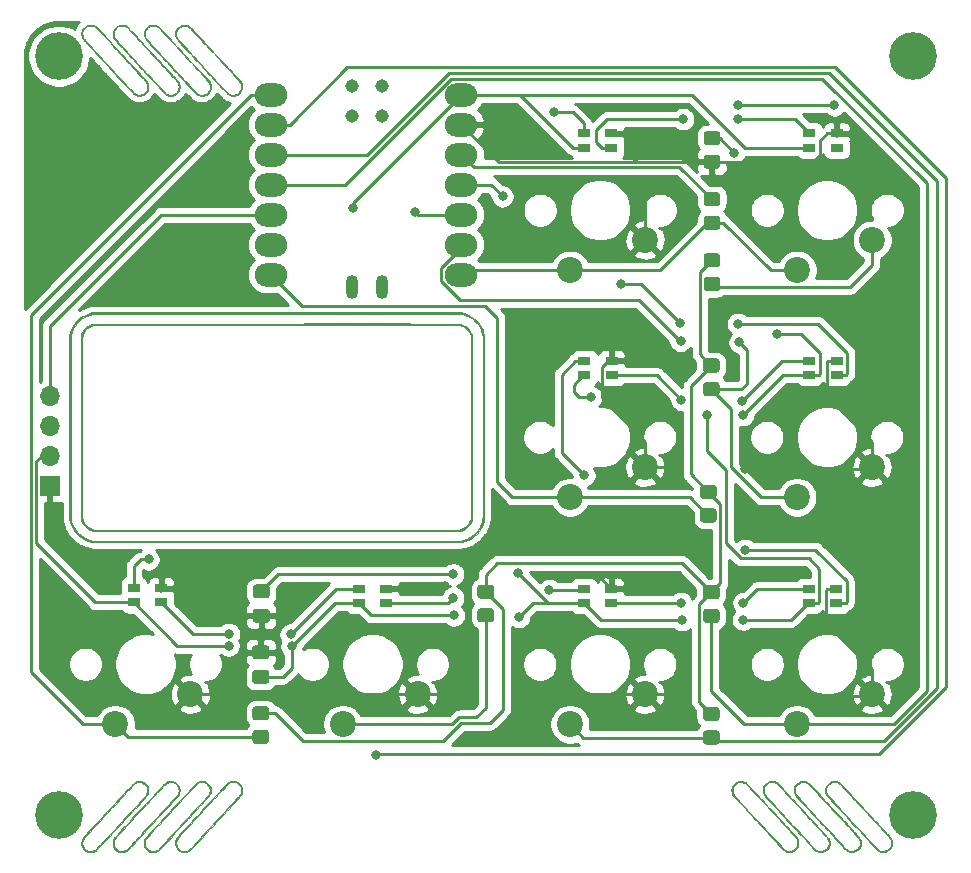
<source format=gbr>
%TF.GenerationSoftware,KiCad,Pcbnew,5.1.9+dfsg1-1*%
%TF.CreationDate,2021-09-07T23:13:06+02:00*%
%TF.ProjectId,streamdeck,73747265-616d-4646-9563-6b2e6b696361,rev?*%
%TF.SameCoordinates,Original*%
%TF.FileFunction,Copper,L1,Top*%
%TF.FilePolarity,Positive*%
%FSLAX46Y46*%
G04 Gerber Fmt 4.6, Leading zero omitted, Abs format (unit mm)*
G04 Created by KiCad (PCBNEW 5.1.9+dfsg1-1) date 2021-09-07 23:13:06*
%MOMM*%
%LPD*%
G01*
G04 APERTURE LIST*
%TA.AperFunction,EtchedComponent*%
%ADD10C,0.010000*%
%TD*%
%TA.AperFunction,ComponentPad*%
%ADD11C,4.030105*%
%TD*%
%TA.AperFunction,ComponentPad*%
%ADD12C,2.200000*%
%TD*%
%TA.AperFunction,SMDPad,CuDef*%
%ADD13R,1.100000X0.800000*%
%TD*%
%TA.AperFunction,ComponentPad*%
%ADD14O,1.700000X1.700000*%
%TD*%
%TA.AperFunction,ComponentPad*%
%ADD15R,1.700000X1.700000*%
%TD*%
%TA.AperFunction,SMDPad,CuDef*%
%ADD16O,2.748280X1.998980*%
%TD*%
%TA.AperFunction,SMDPad,CuDef*%
%ADD17O,1.016000X2.032000*%
%TD*%
%TA.AperFunction,SMDPad,CuDef*%
%ADD18C,1.143000*%
%TD*%
%TA.AperFunction,ViaPad*%
%ADD19C,0.800000*%
%TD*%
%TA.AperFunction,Conductor*%
%ADD20C,0.250000*%
%TD*%
%TA.AperFunction,Conductor*%
%ADD21C,0.254000*%
%TD*%
%TA.AperFunction,Conductor*%
%ADD22C,0.100000*%
%TD*%
G04 APERTURE END LIST*
D10*
%TO.C,Ref\u002A\u002A*%
G36*
X-35186808Y-114436173D02*
G01*
X-35114523Y-114442264D01*
X-35055764Y-114455751D01*
X-34996152Y-114479365D01*
X-34959187Y-114496971D01*
X-34820220Y-114584616D01*
X-34696746Y-114699675D01*
X-34599968Y-114830941D01*
X-34571535Y-114884842D01*
X-34543670Y-114950388D01*
X-34526688Y-115010366D01*
X-34518071Y-115079209D01*
X-34515297Y-115171350D01*
X-34515231Y-115207333D01*
X-34516978Y-115308764D01*
X-34523513Y-115382168D01*
X-34537446Y-115441797D01*
X-34561391Y-115501901D01*
X-34574179Y-115528901D01*
X-34584127Y-115549912D01*
X-34592838Y-115568457D01*
X-34601948Y-115586376D01*
X-34613092Y-115605509D01*
X-34627905Y-115627696D01*
X-34648023Y-115654776D01*
X-34675081Y-115688590D01*
X-34710714Y-115730978D01*
X-34756559Y-115783779D01*
X-34814250Y-115848833D01*
X-34885423Y-115927981D01*
X-34971713Y-116023062D01*
X-35074755Y-116135916D01*
X-35196186Y-116268384D01*
X-35337640Y-116422304D01*
X-35500753Y-116599518D01*
X-35687160Y-116801864D01*
X-35898496Y-117031183D01*
X-36136398Y-117289315D01*
X-36207213Y-117366159D01*
X-36534462Y-117721251D01*
X-36834322Y-118046540D01*
X-37108071Y-118343369D01*
X-37356986Y-118613084D01*
X-37582346Y-118857029D01*
X-37785428Y-119076550D01*
X-37967511Y-119272992D01*
X-38129872Y-119447699D01*
X-38273790Y-119602017D01*
X-38400543Y-119737291D01*
X-38511409Y-119854866D01*
X-38607665Y-119956086D01*
X-38690589Y-120042298D01*
X-38761460Y-120114845D01*
X-38821556Y-120175073D01*
X-38872155Y-120224327D01*
X-38914534Y-120263952D01*
X-38949972Y-120295292D01*
X-38979747Y-120319694D01*
X-39005137Y-120338502D01*
X-39027419Y-120353061D01*
X-39047872Y-120364716D01*
X-39064394Y-120373157D01*
X-39220420Y-120428895D01*
X-39388188Y-120451985D01*
X-39554290Y-120441411D01*
X-39650239Y-120417609D01*
X-39812119Y-120343218D01*
X-39949308Y-120238518D01*
X-40058774Y-120108975D01*
X-40137486Y-119960052D01*
X-40182413Y-119797213D01*
X-40190523Y-119625923D01*
X-40187454Y-119606689D01*
X-40098293Y-119606689D01*
X-40094260Y-119766046D01*
X-40052314Y-119920671D01*
X-39973014Y-120063989D01*
X-39920040Y-120128800D01*
X-39786344Y-120246601D01*
X-39640861Y-120324263D01*
X-39486214Y-120361280D01*
X-39325025Y-120357149D01*
X-39159916Y-120311364D01*
X-39103181Y-120286135D01*
X-39022605Y-120239740D01*
X-38947100Y-120184489D01*
X-38902097Y-120141961D01*
X-38873599Y-120110267D01*
X-38819461Y-120051081D01*
X-38742900Y-119967886D01*
X-38647136Y-119864163D01*
X-38535385Y-119743394D01*
X-38410865Y-119609061D01*
X-38276796Y-119464645D01*
X-38154625Y-119333225D01*
X-38053214Y-119224063D01*
X-37929893Y-119091078D01*
X-37787230Y-118937052D01*
X-37627790Y-118764766D01*
X-37454140Y-118577001D01*
X-37268845Y-118376539D01*
X-37074472Y-118166161D01*
X-36873587Y-117948648D01*
X-36668756Y-117726782D01*
X-36462545Y-117503345D01*
X-36257520Y-117281116D01*
X-36056248Y-117062879D01*
X-35861295Y-116851413D01*
X-35675226Y-116649501D01*
X-35500609Y-116459924D01*
X-35340008Y-116285464D01*
X-35195990Y-116128900D01*
X-35071122Y-115993016D01*
X-34967970Y-115880592D01*
X-34889099Y-115794409D01*
X-34847919Y-115749211D01*
X-34743079Y-115623641D01*
X-34670382Y-115510141D01*
X-34625503Y-115399280D01*
X-34604121Y-115281623D01*
X-34600805Y-115210004D01*
X-34602974Y-115114315D01*
X-34613930Y-115041703D01*
X-34637540Y-114973200D01*
X-34658150Y-114928702D01*
X-34750137Y-114784467D01*
X-34870493Y-114663647D01*
X-35010531Y-114574946D01*
X-35011834Y-114574329D01*
X-35083684Y-114544424D01*
X-35151143Y-114527929D01*
X-35231867Y-114521568D01*
X-35297584Y-114521290D01*
X-35348362Y-114521385D01*
X-35393210Y-114521715D01*
X-35434261Y-114524154D01*
X-35473649Y-114530576D01*
X-35513509Y-114542855D01*
X-35555974Y-114562865D01*
X-35603178Y-114592481D01*
X-35657255Y-114633577D01*
X-35720340Y-114688026D01*
X-35794565Y-114757703D01*
X-35882066Y-114844481D01*
X-35984976Y-114950236D01*
X-36105429Y-115076841D01*
X-36245560Y-115226170D01*
X-36407501Y-115400097D01*
X-36593388Y-115600497D01*
X-36805353Y-115829243D01*
X-36886160Y-115916416D01*
X-37287316Y-116349237D01*
X-37659762Y-116751404D01*
X-38003723Y-117123165D01*
X-38319425Y-117464766D01*
X-38607094Y-117776453D01*
X-38866957Y-118058472D01*
X-39099240Y-118311071D01*
X-39304167Y-118534495D01*
X-39481966Y-118728990D01*
X-39632863Y-118894804D01*
X-39757084Y-119032182D01*
X-39854854Y-119141371D01*
X-39926399Y-119222617D01*
X-39971946Y-119276167D01*
X-39990387Y-119300089D01*
X-40063855Y-119449178D01*
X-40098293Y-119606689D01*
X-40187454Y-119606689D01*
X-40167939Y-119484405D01*
X-40158600Y-119446816D01*
X-40150097Y-119413531D01*
X-40140583Y-119382328D01*
X-40128214Y-119350985D01*
X-40111145Y-119317278D01*
X-40087532Y-119278984D01*
X-40055529Y-119233882D01*
X-40013292Y-119179749D01*
X-39958976Y-119114362D01*
X-39890735Y-119035498D01*
X-39806726Y-118940934D01*
X-39705102Y-118828449D01*
X-39584020Y-118695818D01*
X-39441634Y-118540821D01*
X-39276100Y-118361233D01*
X-39085572Y-118154833D01*
X-38875454Y-117927250D01*
X-38726424Y-117765931D01*
X-38553404Y-117578874D01*
X-38361255Y-117371322D01*
X-38154836Y-117148518D01*
X-37939009Y-116915703D01*
X-37718633Y-116678120D01*
X-37498570Y-116441013D01*
X-37283678Y-116209622D01*
X-37078820Y-115989192D01*
X-37023027Y-115929189D01*
X-36845804Y-115738568D01*
X-36675192Y-115554955D01*
X-36513656Y-115381010D01*
X-36363664Y-115219395D01*
X-36227682Y-115072771D01*
X-36108177Y-114943798D01*
X-36007616Y-114835138D01*
X-35928466Y-114749452D01*
X-35873193Y-114689400D01*
X-35844265Y-114657644D01*
X-35844086Y-114657444D01*
X-35734107Y-114561072D01*
X-35621836Y-114496504D01*
X-35551416Y-114466349D01*
X-35490104Y-114447888D01*
X-35422916Y-114438356D01*
X-35334865Y-114434990D01*
X-35287000Y-114434750D01*
X-35186808Y-114436173D01*
G37*
X-35186808Y-114436173D02*
X-35114523Y-114442264D01*
X-35055764Y-114455751D01*
X-34996152Y-114479365D01*
X-34959187Y-114496971D01*
X-34820220Y-114584616D01*
X-34696746Y-114699675D01*
X-34599968Y-114830941D01*
X-34571535Y-114884842D01*
X-34543670Y-114950388D01*
X-34526688Y-115010366D01*
X-34518071Y-115079209D01*
X-34515297Y-115171350D01*
X-34515231Y-115207333D01*
X-34516978Y-115308764D01*
X-34523513Y-115382168D01*
X-34537446Y-115441797D01*
X-34561391Y-115501901D01*
X-34574179Y-115528901D01*
X-34584127Y-115549912D01*
X-34592838Y-115568457D01*
X-34601948Y-115586376D01*
X-34613092Y-115605509D01*
X-34627905Y-115627696D01*
X-34648023Y-115654776D01*
X-34675081Y-115688590D01*
X-34710714Y-115730978D01*
X-34756559Y-115783779D01*
X-34814250Y-115848833D01*
X-34885423Y-115927981D01*
X-34971713Y-116023062D01*
X-35074755Y-116135916D01*
X-35196186Y-116268384D01*
X-35337640Y-116422304D01*
X-35500753Y-116599518D01*
X-35687160Y-116801864D01*
X-35898496Y-117031183D01*
X-36136398Y-117289315D01*
X-36207213Y-117366159D01*
X-36534462Y-117721251D01*
X-36834322Y-118046540D01*
X-37108071Y-118343369D01*
X-37356986Y-118613084D01*
X-37582346Y-118857029D01*
X-37785428Y-119076550D01*
X-37967511Y-119272992D01*
X-38129872Y-119447699D01*
X-38273790Y-119602017D01*
X-38400543Y-119737291D01*
X-38511409Y-119854866D01*
X-38607665Y-119956086D01*
X-38690589Y-120042298D01*
X-38761460Y-120114845D01*
X-38821556Y-120175073D01*
X-38872155Y-120224327D01*
X-38914534Y-120263952D01*
X-38949972Y-120295292D01*
X-38979747Y-120319694D01*
X-39005137Y-120338502D01*
X-39027419Y-120353061D01*
X-39047872Y-120364716D01*
X-39064394Y-120373157D01*
X-39220420Y-120428895D01*
X-39388188Y-120451985D01*
X-39554290Y-120441411D01*
X-39650239Y-120417609D01*
X-39812119Y-120343218D01*
X-39949308Y-120238518D01*
X-40058774Y-120108975D01*
X-40137486Y-119960052D01*
X-40182413Y-119797213D01*
X-40190523Y-119625923D01*
X-40187454Y-119606689D01*
X-40098293Y-119606689D01*
X-40094260Y-119766046D01*
X-40052314Y-119920671D01*
X-39973014Y-120063989D01*
X-39920040Y-120128800D01*
X-39786344Y-120246601D01*
X-39640861Y-120324263D01*
X-39486214Y-120361280D01*
X-39325025Y-120357149D01*
X-39159916Y-120311364D01*
X-39103181Y-120286135D01*
X-39022605Y-120239740D01*
X-38947100Y-120184489D01*
X-38902097Y-120141961D01*
X-38873599Y-120110267D01*
X-38819461Y-120051081D01*
X-38742900Y-119967886D01*
X-38647136Y-119864163D01*
X-38535385Y-119743394D01*
X-38410865Y-119609061D01*
X-38276796Y-119464645D01*
X-38154625Y-119333225D01*
X-38053214Y-119224063D01*
X-37929893Y-119091078D01*
X-37787230Y-118937052D01*
X-37627790Y-118764766D01*
X-37454140Y-118577001D01*
X-37268845Y-118376539D01*
X-37074472Y-118166161D01*
X-36873587Y-117948648D01*
X-36668756Y-117726782D01*
X-36462545Y-117503345D01*
X-36257520Y-117281116D01*
X-36056248Y-117062879D01*
X-35861295Y-116851413D01*
X-35675226Y-116649501D01*
X-35500609Y-116459924D01*
X-35340008Y-116285464D01*
X-35195990Y-116128900D01*
X-35071122Y-115993016D01*
X-34967970Y-115880592D01*
X-34889099Y-115794409D01*
X-34847919Y-115749211D01*
X-34743079Y-115623641D01*
X-34670382Y-115510141D01*
X-34625503Y-115399280D01*
X-34604121Y-115281623D01*
X-34600805Y-115210004D01*
X-34602974Y-115114315D01*
X-34613930Y-115041703D01*
X-34637540Y-114973200D01*
X-34658150Y-114928702D01*
X-34750137Y-114784467D01*
X-34870493Y-114663647D01*
X-35010531Y-114574946D01*
X-35011834Y-114574329D01*
X-35083684Y-114544424D01*
X-35151143Y-114527929D01*
X-35231867Y-114521568D01*
X-35297584Y-114521290D01*
X-35348362Y-114521385D01*
X-35393210Y-114521715D01*
X-35434261Y-114524154D01*
X-35473649Y-114530576D01*
X-35513509Y-114542855D01*
X-35555974Y-114562865D01*
X-35603178Y-114592481D01*
X-35657255Y-114633577D01*
X-35720340Y-114688026D01*
X-35794565Y-114757703D01*
X-35882066Y-114844481D01*
X-35984976Y-114950236D01*
X-36105429Y-115076841D01*
X-36245560Y-115226170D01*
X-36407501Y-115400097D01*
X-36593388Y-115600497D01*
X-36805353Y-115829243D01*
X-36886160Y-115916416D01*
X-37287316Y-116349237D01*
X-37659762Y-116751404D01*
X-38003723Y-117123165D01*
X-38319425Y-117464766D01*
X-38607094Y-117776453D01*
X-38866957Y-118058472D01*
X-39099240Y-118311071D01*
X-39304167Y-118534495D01*
X-39481966Y-118728990D01*
X-39632863Y-118894804D01*
X-39757084Y-119032182D01*
X-39854854Y-119141371D01*
X-39926399Y-119222617D01*
X-39971946Y-119276167D01*
X-39990387Y-119300089D01*
X-40063855Y-119449178D01*
X-40098293Y-119606689D01*
X-40187454Y-119606689D01*
X-40167939Y-119484405D01*
X-40158600Y-119446816D01*
X-40150097Y-119413531D01*
X-40140583Y-119382328D01*
X-40128214Y-119350985D01*
X-40111145Y-119317278D01*
X-40087532Y-119278984D01*
X-40055529Y-119233882D01*
X-40013292Y-119179749D01*
X-39958976Y-119114362D01*
X-39890735Y-119035498D01*
X-39806726Y-118940934D01*
X-39705102Y-118828449D01*
X-39584020Y-118695818D01*
X-39441634Y-118540821D01*
X-39276100Y-118361233D01*
X-39085572Y-118154833D01*
X-38875454Y-117927250D01*
X-38726424Y-117765931D01*
X-38553404Y-117578874D01*
X-38361255Y-117371322D01*
X-38154836Y-117148518D01*
X-37939009Y-116915703D01*
X-37718633Y-116678120D01*
X-37498570Y-116441013D01*
X-37283678Y-116209622D01*
X-37078820Y-115989192D01*
X-37023027Y-115929189D01*
X-36845804Y-115738568D01*
X-36675192Y-115554955D01*
X-36513656Y-115381010D01*
X-36363664Y-115219395D01*
X-36227682Y-115072771D01*
X-36108177Y-114943798D01*
X-36007616Y-114835138D01*
X-35928466Y-114749452D01*
X-35873193Y-114689400D01*
X-35844265Y-114657644D01*
X-35844086Y-114657444D01*
X-35734107Y-114561072D01*
X-35621836Y-114496504D01*
X-35551416Y-114466349D01*
X-35490104Y-114447888D01*
X-35422916Y-114438356D01*
X-35334865Y-114434990D01*
X-35287000Y-114434750D01*
X-35186808Y-114436173D01*
G36*
X-32538660Y-114436413D02*
G01*
X-32463967Y-114443103D01*
X-32402641Y-114457368D01*
X-32340237Y-114481757D01*
X-32318676Y-114491649D01*
X-32190640Y-114570411D01*
X-32070840Y-114678284D01*
X-31972081Y-114802457D01*
X-31925702Y-114884842D01*
X-31897740Y-114950750D01*
X-31880665Y-115011380D01*
X-31871919Y-115081219D01*
X-31868948Y-115174754D01*
X-31868802Y-115207333D01*
X-31870203Y-115308345D01*
X-31876366Y-115381152D01*
X-31889841Y-115439823D01*
X-31913177Y-115498431D01*
X-31926669Y-115526690D01*
X-31936906Y-115547779D01*
X-31946539Y-115567191D01*
X-31957087Y-115586629D01*
X-31970069Y-115607797D01*
X-31987006Y-115632395D01*
X-32009418Y-115662127D01*
X-32038824Y-115698695D01*
X-32076745Y-115743801D01*
X-32124700Y-115799148D01*
X-32184210Y-115866439D01*
X-32256794Y-115947375D01*
X-32343972Y-116043660D01*
X-32447264Y-116156995D01*
X-32568190Y-116289084D01*
X-32708270Y-116441628D01*
X-32869024Y-116616330D01*
X-33051971Y-116814892D01*
X-33258633Y-117039018D01*
X-33490528Y-117290408D01*
X-33749176Y-117570767D01*
X-33824194Y-117652083D01*
X-34134156Y-117988071D01*
X-34416758Y-118294366D01*
X-34673351Y-118572383D01*
X-34905285Y-118823538D01*
X-35113912Y-119049249D01*
X-35300581Y-119250930D01*
X-35466643Y-119429999D01*
X-35613449Y-119587871D01*
X-35742349Y-119725962D01*
X-35854693Y-119845690D01*
X-35951833Y-119948470D01*
X-36035119Y-120035719D01*
X-36105901Y-120108852D01*
X-36165529Y-120169286D01*
X-36215355Y-120218437D01*
X-36256729Y-120257722D01*
X-36291001Y-120288556D01*
X-36319523Y-120312356D01*
X-36343643Y-120330538D01*
X-36364714Y-120344518D01*
X-36384085Y-120355713D01*
X-36403108Y-120365538D01*
X-36419460Y-120373600D01*
X-36575782Y-120429270D01*
X-36744117Y-120452028D01*
X-36911014Y-120440872D01*
X-37005643Y-120417226D01*
X-37166450Y-120343143D01*
X-37302993Y-120238511D01*
X-37412173Y-120108923D01*
X-37490894Y-119959975D01*
X-37536058Y-119797261D01*
X-37544568Y-119626376D01*
X-37541447Y-119606649D01*
X-37452457Y-119606649D01*
X-37448433Y-119765991D01*
X-37406504Y-119920609D01*
X-37327227Y-120063924D01*
X-37274207Y-120128800D01*
X-37140511Y-120246601D01*
X-36995028Y-120324263D01*
X-36840381Y-120361280D01*
X-36679192Y-120357149D01*
X-36514083Y-120311364D01*
X-36457347Y-120286135D01*
X-36376764Y-120239692D01*
X-36301255Y-120184326D01*
X-36256264Y-120141685D01*
X-36226168Y-120108134D01*
X-36170849Y-120047641D01*
X-36093993Y-119964189D01*
X-35999284Y-119861763D01*
X-35890407Y-119744347D01*
X-35771046Y-119615927D01*
X-35644887Y-119480485D01*
X-35635605Y-119470532D01*
X-35554376Y-119383251D01*
X-35449168Y-119269908D01*
X-35322506Y-119133241D01*
X-35176913Y-118975985D01*
X-35014914Y-118800876D01*
X-34839034Y-118610650D01*
X-34651798Y-118408044D01*
X-34455730Y-118195793D01*
X-34253354Y-117976635D01*
X-34047196Y-117753304D01*
X-33839779Y-117528537D01*
X-33633629Y-117305071D01*
X-33431269Y-117085640D01*
X-33235225Y-116872982D01*
X-33048021Y-116669833D01*
X-32872182Y-116478929D01*
X-32710232Y-116303005D01*
X-32564695Y-116144798D01*
X-32438097Y-116007045D01*
X-32332962Y-115892480D01*
X-32251814Y-115803841D01*
X-32202086Y-115749275D01*
X-32097411Y-115623928D01*
X-32024830Y-115510801D01*
X-31980042Y-115400490D01*
X-31958747Y-115283593D01*
X-31955469Y-115210004D01*
X-31971665Y-115044936D01*
X-32023809Y-114899465D01*
X-32114501Y-114767286D01*
X-32156330Y-114722496D01*
X-32291950Y-114614351D01*
X-32441579Y-114545351D01*
X-32601614Y-114516410D01*
X-32768446Y-114528443D01*
X-32845332Y-114547639D01*
X-32875026Y-114556733D01*
X-32902408Y-114566074D01*
X-32929423Y-114577586D01*
X-32958014Y-114593191D01*
X-32990127Y-114614813D01*
X-33027707Y-114644375D01*
X-33072698Y-114683801D01*
X-33127045Y-114735014D01*
X-33192693Y-114799937D01*
X-33271586Y-114880494D01*
X-33365670Y-114978608D01*
X-33476889Y-115096202D01*
X-33607188Y-115235199D01*
X-33758511Y-115397524D01*
X-33932804Y-115585098D01*
X-34132011Y-115799846D01*
X-34358076Y-116043691D01*
X-34358294Y-116043926D01*
X-34735100Y-116450494D01*
X-35083634Y-116826810D01*
X-35404521Y-117173556D01*
X-35698389Y-117491417D01*
X-35965864Y-117781075D01*
X-36207573Y-118043214D01*
X-36424141Y-118278515D01*
X-36616195Y-118487663D01*
X-36784361Y-118671340D01*
X-36929267Y-118830229D01*
X-37051538Y-118965014D01*
X-37151801Y-119076377D01*
X-37230681Y-119165002D01*
X-37288807Y-119231571D01*
X-37326803Y-119276767D01*
X-37344554Y-119300110D01*
X-37418017Y-119449162D01*
X-37452457Y-119606649D01*
X-37541447Y-119606649D01*
X-37522106Y-119484405D01*
X-37513344Y-119448719D01*
X-37505609Y-119417220D01*
X-37497161Y-119387833D01*
X-37486258Y-119358482D01*
X-37471161Y-119327091D01*
X-37450127Y-119291584D01*
X-37421415Y-119249885D01*
X-37383286Y-119199917D01*
X-37333998Y-119139605D01*
X-37271809Y-119066872D01*
X-37194980Y-118979642D01*
X-37101769Y-118875840D01*
X-36990435Y-118753389D01*
X-36859237Y-118610213D01*
X-36706435Y-118444237D01*
X-36530286Y-118253383D01*
X-36329052Y-118035576D01*
X-36100989Y-117788740D01*
X-36092068Y-117779083D01*
X-35901922Y-117573369D01*
X-35689491Y-117343786D01*
X-35461352Y-117097429D01*
X-35224086Y-116841395D01*
X-34984272Y-116582780D01*
X-34748488Y-116328682D01*
X-34523315Y-116086195D01*
X-34315331Y-115862418D01*
X-34239718Y-115781125D01*
X-34073825Y-115602754D01*
X-33914422Y-115431240D01*
X-33764188Y-115269473D01*
X-33625802Y-115120345D01*
X-33501943Y-114986746D01*
X-33395290Y-114871565D01*
X-33308524Y-114777694D01*
X-33244322Y-114708023D01*
X-33205364Y-114665443D01*
X-33198253Y-114657546D01*
X-33087670Y-114560646D01*
X-32976003Y-114496504D01*
X-32905582Y-114466349D01*
X-32844271Y-114447888D01*
X-32777083Y-114438356D01*
X-32689032Y-114434990D01*
X-32641167Y-114434750D01*
X-32538660Y-114436413D01*
G37*
X-32538660Y-114436413D02*
X-32463967Y-114443103D01*
X-32402641Y-114457368D01*
X-32340237Y-114481757D01*
X-32318676Y-114491649D01*
X-32190640Y-114570411D01*
X-32070840Y-114678284D01*
X-31972081Y-114802457D01*
X-31925702Y-114884842D01*
X-31897740Y-114950750D01*
X-31880665Y-115011380D01*
X-31871919Y-115081219D01*
X-31868948Y-115174754D01*
X-31868802Y-115207333D01*
X-31870203Y-115308345D01*
X-31876366Y-115381152D01*
X-31889841Y-115439823D01*
X-31913177Y-115498431D01*
X-31926669Y-115526690D01*
X-31936906Y-115547779D01*
X-31946539Y-115567191D01*
X-31957087Y-115586629D01*
X-31970069Y-115607797D01*
X-31987006Y-115632395D01*
X-32009418Y-115662127D01*
X-32038824Y-115698695D01*
X-32076745Y-115743801D01*
X-32124700Y-115799148D01*
X-32184210Y-115866439D01*
X-32256794Y-115947375D01*
X-32343972Y-116043660D01*
X-32447264Y-116156995D01*
X-32568190Y-116289084D01*
X-32708270Y-116441628D01*
X-32869024Y-116616330D01*
X-33051971Y-116814892D01*
X-33258633Y-117039018D01*
X-33490528Y-117290408D01*
X-33749176Y-117570767D01*
X-33824194Y-117652083D01*
X-34134156Y-117988071D01*
X-34416758Y-118294366D01*
X-34673351Y-118572383D01*
X-34905285Y-118823538D01*
X-35113912Y-119049249D01*
X-35300581Y-119250930D01*
X-35466643Y-119429999D01*
X-35613449Y-119587871D01*
X-35742349Y-119725962D01*
X-35854693Y-119845690D01*
X-35951833Y-119948470D01*
X-36035119Y-120035719D01*
X-36105901Y-120108852D01*
X-36165529Y-120169286D01*
X-36215355Y-120218437D01*
X-36256729Y-120257722D01*
X-36291001Y-120288556D01*
X-36319523Y-120312356D01*
X-36343643Y-120330538D01*
X-36364714Y-120344518D01*
X-36384085Y-120355713D01*
X-36403108Y-120365538D01*
X-36419460Y-120373600D01*
X-36575782Y-120429270D01*
X-36744117Y-120452028D01*
X-36911014Y-120440872D01*
X-37005643Y-120417226D01*
X-37166450Y-120343143D01*
X-37302993Y-120238511D01*
X-37412173Y-120108923D01*
X-37490894Y-119959975D01*
X-37536058Y-119797261D01*
X-37544568Y-119626376D01*
X-37541447Y-119606649D01*
X-37452457Y-119606649D01*
X-37448433Y-119765991D01*
X-37406504Y-119920609D01*
X-37327227Y-120063924D01*
X-37274207Y-120128800D01*
X-37140511Y-120246601D01*
X-36995028Y-120324263D01*
X-36840381Y-120361280D01*
X-36679192Y-120357149D01*
X-36514083Y-120311364D01*
X-36457347Y-120286135D01*
X-36376764Y-120239692D01*
X-36301255Y-120184326D01*
X-36256264Y-120141685D01*
X-36226168Y-120108134D01*
X-36170849Y-120047641D01*
X-36093993Y-119964189D01*
X-35999284Y-119861763D01*
X-35890407Y-119744347D01*
X-35771046Y-119615927D01*
X-35644887Y-119480485D01*
X-35635605Y-119470532D01*
X-35554376Y-119383251D01*
X-35449168Y-119269908D01*
X-35322506Y-119133241D01*
X-35176913Y-118975985D01*
X-35014914Y-118800876D01*
X-34839034Y-118610650D01*
X-34651798Y-118408044D01*
X-34455730Y-118195793D01*
X-34253354Y-117976635D01*
X-34047196Y-117753304D01*
X-33839779Y-117528537D01*
X-33633629Y-117305071D01*
X-33431269Y-117085640D01*
X-33235225Y-116872982D01*
X-33048021Y-116669833D01*
X-32872182Y-116478929D01*
X-32710232Y-116303005D01*
X-32564695Y-116144798D01*
X-32438097Y-116007045D01*
X-32332962Y-115892480D01*
X-32251814Y-115803841D01*
X-32202086Y-115749275D01*
X-32097411Y-115623928D01*
X-32024830Y-115510801D01*
X-31980042Y-115400490D01*
X-31958747Y-115283593D01*
X-31955469Y-115210004D01*
X-31971665Y-115044936D01*
X-32023809Y-114899465D01*
X-32114501Y-114767286D01*
X-32156330Y-114722496D01*
X-32291950Y-114614351D01*
X-32441579Y-114545351D01*
X-32601614Y-114516410D01*
X-32768446Y-114528443D01*
X-32845332Y-114547639D01*
X-32875026Y-114556733D01*
X-32902408Y-114566074D01*
X-32929423Y-114577586D01*
X-32958014Y-114593191D01*
X-32990127Y-114614813D01*
X-33027707Y-114644375D01*
X-33072698Y-114683801D01*
X-33127045Y-114735014D01*
X-33192693Y-114799937D01*
X-33271586Y-114880494D01*
X-33365670Y-114978608D01*
X-33476889Y-115096202D01*
X-33607188Y-115235199D01*
X-33758511Y-115397524D01*
X-33932804Y-115585098D01*
X-34132011Y-115799846D01*
X-34358076Y-116043691D01*
X-34358294Y-116043926D01*
X-34735100Y-116450494D01*
X-35083634Y-116826810D01*
X-35404521Y-117173556D01*
X-35698389Y-117491417D01*
X-35965864Y-117781075D01*
X-36207573Y-118043214D01*
X-36424141Y-118278515D01*
X-36616195Y-118487663D01*
X-36784361Y-118671340D01*
X-36929267Y-118830229D01*
X-37051538Y-118965014D01*
X-37151801Y-119076377D01*
X-37230681Y-119165002D01*
X-37288807Y-119231571D01*
X-37326803Y-119276767D01*
X-37344554Y-119300110D01*
X-37418017Y-119449162D01*
X-37452457Y-119606649D01*
X-37541447Y-119606649D01*
X-37522106Y-119484405D01*
X-37513344Y-119448719D01*
X-37505609Y-119417220D01*
X-37497161Y-119387833D01*
X-37486258Y-119358482D01*
X-37471161Y-119327091D01*
X-37450127Y-119291584D01*
X-37421415Y-119249885D01*
X-37383286Y-119199917D01*
X-37333998Y-119139605D01*
X-37271809Y-119066872D01*
X-37194980Y-118979642D01*
X-37101769Y-118875840D01*
X-36990435Y-118753389D01*
X-36859237Y-118610213D01*
X-36706435Y-118444237D01*
X-36530286Y-118253383D01*
X-36329052Y-118035576D01*
X-36100989Y-117788740D01*
X-36092068Y-117779083D01*
X-35901922Y-117573369D01*
X-35689491Y-117343786D01*
X-35461352Y-117097429D01*
X-35224086Y-116841395D01*
X-34984272Y-116582780D01*
X-34748488Y-116328682D01*
X-34523315Y-116086195D01*
X-34315331Y-115862418D01*
X-34239718Y-115781125D01*
X-34073825Y-115602754D01*
X-33914422Y-115431240D01*
X-33764188Y-115269473D01*
X-33625802Y-115120345D01*
X-33501943Y-114986746D01*
X-33395290Y-114871565D01*
X-33308524Y-114777694D01*
X-33244322Y-114708023D01*
X-33205364Y-114665443D01*
X-33198253Y-114657546D01*
X-33087670Y-114560646D01*
X-32976003Y-114496504D01*
X-32905582Y-114466349D01*
X-32844271Y-114447888D01*
X-32777083Y-114438356D01*
X-32689032Y-114434990D01*
X-32641167Y-114434750D01*
X-32538660Y-114436413D01*
G36*
X-29892826Y-114436413D02*
G01*
X-29818133Y-114443103D01*
X-29756808Y-114457368D01*
X-29694404Y-114481757D01*
X-29672843Y-114491649D01*
X-29550798Y-114566032D01*
X-29435377Y-114667308D01*
X-29339082Y-114783061D01*
X-29284339Y-114877478D01*
X-29231095Y-115042177D01*
X-29215430Y-115214755D01*
X-29236712Y-115386337D01*
X-29294308Y-115548048D01*
X-29337526Y-115623961D01*
X-29362162Y-115655261D01*
X-29413701Y-115715530D01*
X-29490264Y-115802691D01*
X-29589968Y-115914671D01*
X-29710934Y-116049394D01*
X-29851282Y-116204788D01*
X-30009130Y-116378776D01*
X-30182598Y-116569284D01*
X-30369805Y-116774239D01*
X-30568872Y-116991565D01*
X-30777918Y-117219187D01*
X-30995061Y-117455033D01*
X-31128030Y-117599166D01*
X-31441402Y-117938599D01*
X-31727384Y-118248335D01*
X-31987310Y-118529774D01*
X-32222515Y-118784316D01*
X-32434333Y-119013360D01*
X-32624100Y-119218305D01*
X-32793149Y-119400552D01*
X-32942816Y-119561500D01*
X-33074436Y-119702549D01*
X-33189342Y-119825098D01*
X-33288870Y-119930547D01*
X-33374354Y-120020295D01*
X-33447129Y-120095742D01*
X-33508529Y-120158288D01*
X-33559890Y-120209333D01*
X-33602546Y-120250275D01*
X-33637831Y-120282514D01*
X-33667081Y-120307451D01*
X-33691630Y-120326484D01*
X-33712812Y-120341014D01*
X-33731962Y-120352440D01*
X-33750416Y-120362161D01*
X-33769507Y-120371577D01*
X-33773851Y-120373710D01*
X-33929989Y-120429291D01*
X-34098224Y-120452018D01*
X-34265047Y-120440890D01*
X-34359810Y-120417226D01*
X-34520617Y-120343143D01*
X-34657159Y-120238511D01*
X-34766340Y-120108923D01*
X-34845061Y-119959975D01*
X-34890225Y-119797261D01*
X-34892488Y-119751811D01*
X-34802254Y-119751811D01*
X-34770615Y-119900411D01*
X-34719967Y-120004696D01*
X-34641328Y-120111761D01*
X-34545901Y-120208385D01*
X-34450652Y-120278024D01*
X-34306537Y-120338680D01*
X-34149567Y-120362178D01*
X-33987578Y-120348293D01*
X-33828407Y-120296798D01*
X-33826689Y-120296016D01*
X-33724575Y-120234921D01*
X-33621375Y-120147658D01*
X-33596357Y-120122176D01*
X-33454512Y-119971363D01*
X-33295783Y-119801871D01*
X-33122097Y-119615798D01*
X-32935382Y-119415242D01*
X-32737565Y-119202302D01*
X-32530574Y-118979076D01*
X-32316337Y-118747661D01*
X-32096781Y-118510156D01*
X-31873834Y-118268659D01*
X-31649424Y-118025268D01*
X-31425478Y-117782081D01*
X-31203925Y-117541196D01*
X-30986691Y-117304712D01*
X-30775705Y-117074726D01*
X-30572893Y-116853336D01*
X-30380185Y-116642641D01*
X-30199508Y-116444739D01*
X-30032788Y-116261727D01*
X-29881955Y-116095705D01*
X-29748935Y-115948769D01*
X-29635656Y-115823019D01*
X-29544046Y-115720552D01*
X-29476033Y-115643466D01*
X-29433545Y-115593860D01*
X-29420072Y-115576683D01*
X-29344306Y-115429332D01*
X-29307919Y-115274027D01*
X-29310287Y-115116666D01*
X-29350786Y-114963145D01*
X-29428791Y-114819362D01*
X-29510497Y-114722496D01*
X-29637165Y-114621989D01*
X-29779119Y-114554140D01*
X-29929236Y-114519502D01*
X-30080393Y-114518631D01*
X-30225468Y-114552080D01*
X-30357338Y-114620403D01*
X-30399783Y-114653281D01*
X-30429933Y-114682315D01*
X-30486490Y-114740111D01*
X-30567455Y-114824509D01*
X-30670829Y-114933352D01*
X-30794612Y-115064481D01*
X-30936807Y-115215738D01*
X-31095412Y-115384965D01*
X-31268429Y-115570004D01*
X-31453859Y-115768697D01*
X-31649702Y-115978885D01*
X-31853960Y-116198410D01*
X-32064632Y-116425114D01*
X-32279720Y-116656839D01*
X-32497225Y-116891426D01*
X-32715147Y-117126718D01*
X-32931486Y-117360556D01*
X-33144245Y-117590781D01*
X-33351423Y-117815237D01*
X-33551021Y-118031764D01*
X-33741041Y-118238204D01*
X-33919482Y-118432400D01*
X-34084345Y-118612192D01*
X-34233632Y-118775423D01*
X-34365343Y-118919935D01*
X-34477479Y-119043569D01*
X-34568040Y-119144167D01*
X-34635027Y-119219571D01*
X-34676442Y-119267622D01*
X-34688811Y-119283327D01*
X-34762009Y-119427281D01*
X-34800273Y-119586833D01*
X-34802254Y-119751811D01*
X-34892488Y-119751811D01*
X-34898735Y-119626376D01*
X-34876273Y-119484405D01*
X-34867469Y-119448578D01*
X-34859682Y-119416950D01*
X-34851162Y-119387435D01*
X-34840163Y-119357945D01*
X-34824936Y-119326397D01*
X-34803732Y-119290702D01*
X-34774803Y-119248775D01*
X-34736402Y-119198529D01*
X-34686780Y-119137879D01*
X-34624189Y-119064739D01*
X-34546881Y-118977021D01*
X-34453108Y-118872640D01*
X-34341121Y-118749510D01*
X-34209172Y-118605544D01*
X-34055514Y-118438656D01*
X-33878397Y-118246760D01*
X-33676074Y-118027770D01*
X-33456616Y-117790230D01*
X-33265444Y-117583393D01*
X-33051952Y-117352645D01*
X-32822683Y-117105045D01*
X-32584182Y-116847652D01*
X-32342990Y-116587522D01*
X-32105652Y-116331716D01*
X-31878711Y-116087290D01*
X-31668709Y-115861303D01*
X-31583366Y-115769535D01*
X-31416931Y-115590561D01*
X-31257265Y-115418760D01*
X-31106995Y-115256961D01*
X-30968744Y-115107996D01*
X-30845138Y-114974696D01*
X-30738800Y-114859892D01*
X-30652356Y-114766416D01*
X-30588430Y-114697097D01*
X-30549647Y-114654767D01*
X-30541608Y-114645854D01*
X-30465587Y-114577978D01*
X-30368273Y-114515653D01*
X-30329941Y-114496401D01*
X-30259604Y-114466291D01*
X-30198307Y-114447858D01*
X-30131073Y-114438343D01*
X-30042924Y-114434987D01*
X-29995334Y-114434750D01*
X-29892826Y-114436413D01*
G37*
X-29892826Y-114436413D02*
X-29818133Y-114443103D01*
X-29756808Y-114457368D01*
X-29694404Y-114481757D01*
X-29672843Y-114491649D01*
X-29550798Y-114566032D01*
X-29435377Y-114667308D01*
X-29339082Y-114783061D01*
X-29284339Y-114877478D01*
X-29231095Y-115042177D01*
X-29215430Y-115214755D01*
X-29236712Y-115386337D01*
X-29294308Y-115548048D01*
X-29337526Y-115623961D01*
X-29362162Y-115655261D01*
X-29413701Y-115715530D01*
X-29490264Y-115802691D01*
X-29589968Y-115914671D01*
X-29710934Y-116049394D01*
X-29851282Y-116204788D01*
X-30009130Y-116378776D01*
X-30182598Y-116569284D01*
X-30369805Y-116774239D01*
X-30568872Y-116991565D01*
X-30777918Y-117219187D01*
X-30995061Y-117455033D01*
X-31128030Y-117599166D01*
X-31441402Y-117938599D01*
X-31727384Y-118248335D01*
X-31987310Y-118529774D01*
X-32222515Y-118784316D01*
X-32434333Y-119013360D01*
X-32624100Y-119218305D01*
X-32793149Y-119400552D01*
X-32942816Y-119561500D01*
X-33074436Y-119702549D01*
X-33189342Y-119825098D01*
X-33288870Y-119930547D01*
X-33374354Y-120020295D01*
X-33447129Y-120095742D01*
X-33508529Y-120158288D01*
X-33559890Y-120209333D01*
X-33602546Y-120250275D01*
X-33637831Y-120282514D01*
X-33667081Y-120307451D01*
X-33691630Y-120326484D01*
X-33712812Y-120341014D01*
X-33731962Y-120352440D01*
X-33750416Y-120362161D01*
X-33769507Y-120371577D01*
X-33773851Y-120373710D01*
X-33929989Y-120429291D01*
X-34098224Y-120452018D01*
X-34265047Y-120440890D01*
X-34359810Y-120417226D01*
X-34520617Y-120343143D01*
X-34657159Y-120238511D01*
X-34766340Y-120108923D01*
X-34845061Y-119959975D01*
X-34890225Y-119797261D01*
X-34892488Y-119751811D01*
X-34802254Y-119751811D01*
X-34770615Y-119900411D01*
X-34719967Y-120004696D01*
X-34641328Y-120111761D01*
X-34545901Y-120208385D01*
X-34450652Y-120278024D01*
X-34306537Y-120338680D01*
X-34149567Y-120362178D01*
X-33987578Y-120348293D01*
X-33828407Y-120296798D01*
X-33826689Y-120296016D01*
X-33724575Y-120234921D01*
X-33621375Y-120147658D01*
X-33596357Y-120122176D01*
X-33454512Y-119971363D01*
X-33295783Y-119801871D01*
X-33122097Y-119615798D01*
X-32935382Y-119415242D01*
X-32737565Y-119202302D01*
X-32530574Y-118979076D01*
X-32316337Y-118747661D01*
X-32096781Y-118510156D01*
X-31873834Y-118268659D01*
X-31649424Y-118025268D01*
X-31425478Y-117782081D01*
X-31203925Y-117541196D01*
X-30986691Y-117304712D01*
X-30775705Y-117074726D01*
X-30572893Y-116853336D01*
X-30380185Y-116642641D01*
X-30199508Y-116444739D01*
X-30032788Y-116261727D01*
X-29881955Y-116095705D01*
X-29748935Y-115948769D01*
X-29635656Y-115823019D01*
X-29544046Y-115720552D01*
X-29476033Y-115643466D01*
X-29433545Y-115593860D01*
X-29420072Y-115576683D01*
X-29344306Y-115429332D01*
X-29307919Y-115274027D01*
X-29310287Y-115116666D01*
X-29350786Y-114963145D01*
X-29428791Y-114819362D01*
X-29510497Y-114722496D01*
X-29637165Y-114621989D01*
X-29779119Y-114554140D01*
X-29929236Y-114519502D01*
X-30080393Y-114518631D01*
X-30225468Y-114552080D01*
X-30357338Y-114620403D01*
X-30399783Y-114653281D01*
X-30429933Y-114682315D01*
X-30486490Y-114740111D01*
X-30567455Y-114824509D01*
X-30670829Y-114933352D01*
X-30794612Y-115064481D01*
X-30936807Y-115215738D01*
X-31095412Y-115384965D01*
X-31268429Y-115570004D01*
X-31453859Y-115768697D01*
X-31649702Y-115978885D01*
X-31853960Y-116198410D01*
X-32064632Y-116425114D01*
X-32279720Y-116656839D01*
X-32497225Y-116891426D01*
X-32715147Y-117126718D01*
X-32931486Y-117360556D01*
X-33144245Y-117590781D01*
X-33351423Y-117815237D01*
X-33551021Y-118031764D01*
X-33741041Y-118238204D01*
X-33919482Y-118432400D01*
X-34084345Y-118612192D01*
X-34233632Y-118775423D01*
X-34365343Y-118919935D01*
X-34477479Y-119043569D01*
X-34568040Y-119144167D01*
X-34635027Y-119219571D01*
X-34676442Y-119267622D01*
X-34688811Y-119283327D01*
X-34762009Y-119427281D01*
X-34800273Y-119586833D01*
X-34802254Y-119751811D01*
X-34892488Y-119751811D01*
X-34898735Y-119626376D01*
X-34876273Y-119484405D01*
X-34867469Y-119448578D01*
X-34859682Y-119416950D01*
X-34851162Y-119387435D01*
X-34840163Y-119357945D01*
X-34824936Y-119326397D01*
X-34803732Y-119290702D01*
X-34774803Y-119248775D01*
X-34736402Y-119198529D01*
X-34686780Y-119137879D01*
X-34624189Y-119064739D01*
X-34546881Y-118977021D01*
X-34453108Y-118872640D01*
X-34341121Y-118749510D01*
X-34209172Y-118605544D01*
X-34055514Y-118438656D01*
X-33878397Y-118246760D01*
X-33676074Y-118027770D01*
X-33456616Y-117790230D01*
X-33265444Y-117583393D01*
X-33051952Y-117352645D01*
X-32822683Y-117105045D01*
X-32584182Y-116847652D01*
X-32342990Y-116587522D01*
X-32105652Y-116331716D01*
X-31878711Y-116087290D01*
X-31668709Y-115861303D01*
X-31583366Y-115769535D01*
X-31416931Y-115590561D01*
X-31257265Y-115418760D01*
X-31106995Y-115256961D01*
X-30968744Y-115107996D01*
X-30845138Y-114974696D01*
X-30738800Y-114859892D01*
X-30652356Y-114766416D01*
X-30588430Y-114697097D01*
X-30549647Y-114654767D01*
X-30541608Y-114645854D01*
X-30465587Y-114577978D01*
X-30368273Y-114515653D01*
X-30329941Y-114496401D01*
X-30259604Y-114466291D01*
X-30198307Y-114447858D01*
X-30131073Y-114438343D01*
X-30042924Y-114434987D01*
X-29995334Y-114434750D01*
X-29892826Y-114436413D01*
G36*
X-27246993Y-114436413D02*
G01*
X-27172300Y-114443103D01*
X-27110975Y-114457368D01*
X-27048570Y-114481757D01*
X-27027010Y-114491649D01*
X-26876565Y-114583590D01*
X-26753976Y-114701963D01*
X-26660984Y-114840887D01*
X-26599332Y-114994481D01*
X-26570762Y-115156862D01*
X-26577015Y-115322148D01*
X-26619835Y-115484458D01*
X-26691618Y-115623961D01*
X-26716245Y-115655261D01*
X-26767776Y-115715528D01*
X-26844330Y-115802688D01*
X-26944027Y-115914666D01*
X-27064987Y-116049387D01*
X-27205330Y-116204778D01*
X-27363174Y-116378763D01*
X-27536639Y-116569269D01*
X-27723845Y-116774220D01*
X-27922912Y-116991543D01*
X-28131958Y-117219163D01*
X-28349104Y-117455005D01*
X-28482102Y-117599166D01*
X-28795482Y-117938601D01*
X-29081465Y-118248342D01*
X-29341382Y-118529787D01*
X-29576568Y-118784333D01*
X-29788354Y-119013379D01*
X-29978073Y-119218322D01*
X-30147058Y-119400560D01*
X-30296642Y-119561490D01*
X-30428156Y-119702511D01*
X-30542935Y-119825020D01*
X-30642310Y-119930414D01*
X-30727615Y-120020093D01*
X-30800181Y-120095452D01*
X-30861341Y-120157891D01*
X-30912429Y-120208806D01*
X-30954777Y-120249596D01*
X-30989718Y-120281658D01*
X-31018583Y-120306390D01*
X-31042707Y-120325190D01*
X-31063421Y-120339456D01*
X-31082058Y-120350584D01*
X-31099951Y-120359974D01*
X-31118433Y-120369023D01*
X-31126994Y-120373206D01*
X-31283970Y-120429197D01*
X-31452657Y-120452063D01*
X-31619811Y-120440809D01*
X-31713977Y-120417226D01*
X-31874784Y-120343143D01*
X-32011326Y-120238511D01*
X-32120507Y-120108923D01*
X-32199228Y-119959975D01*
X-32244392Y-119797261D01*
X-32248094Y-119722909D01*
X-32159574Y-119722909D01*
X-32129219Y-119878273D01*
X-32062357Y-120023470D01*
X-31991642Y-120117913D01*
X-31858337Y-120239108D01*
X-31713797Y-120320025D01*
X-31560287Y-120360202D01*
X-31400071Y-120359180D01*
X-31235413Y-120316497D01*
X-31165637Y-120286113D01*
X-31050938Y-120215996D01*
X-30951807Y-120129280D01*
X-30943387Y-120120062D01*
X-30911995Y-120085469D01*
X-30854769Y-120023097D01*
X-30774694Y-119936175D01*
X-30674756Y-119827932D01*
X-30557939Y-119701598D01*
X-30427230Y-119560401D01*
X-30285613Y-119407572D01*
X-30136074Y-119246340D01*
X-30048250Y-119151716D01*
X-29701653Y-118778151D01*
X-29369499Y-118419705D01*
X-29052749Y-118077427D01*
X-28752366Y-117752370D01*
X-28469314Y-117445584D01*
X-28204553Y-117158119D01*
X-27959047Y-116891027D01*
X-27733758Y-116645360D01*
X-27529649Y-116422166D01*
X-27347682Y-116222499D01*
X-27188819Y-116047408D01*
X-27054023Y-115897944D01*
X-26944255Y-115775159D01*
X-26860480Y-115680103D01*
X-26803659Y-115613828D01*
X-26774754Y-115577384D01*
X-26774239Y-115576630D01*
X-26698478Y-115429347D01*
X-26662087Y-115274088D01*
X-26664441Y-115116755D01*
X-26704914Y-114963249D01*
X-26782881Y-114819472D01*
X-26864664Y-114722496D01*
X-26991460Y-114621883D01*
X-27133513Y-114554012D01*
X-27283717Y-114519431D01*
X-27434970Y-114518691D01*
X-27580166Y-114552342D01*
X-27712203Y-114620934D01*
X-27754389Y-114653637D01*
X-27783952Y-114682183D01*
X-27840142Y-114739711D01*
X-27920937Y-114824037D01*
X-28024315Y-114932979D01*
X-28148251Y-115064353D01*
X-28290724Y-115215976D01*
X-28449710Y-115385665D01*
X-28623186Y-115571236D01*
X-28809130Y-115770508D01*
X-29005518Y-115981296D01*
X-29210328Y-116201417D01*
X-29421537Y-116428689D01*
X-29637122Y-116660927D01*
X-29855059Y-116895950D01*
X-30073326Y-117131574D01*
X-30289900Y-117365615D01*
X-30502759Y-117595891D01*
X-30709879Y-117820218D01*
X-30909237Y-118036414D01*
X-31098810Y-118242295D01*
X-31276576Y-118435678D01*
X-31440511Y-118614380D01*
X-31588593Y-118776217D01*
X-31718799Y-118919007D01*
X-31829105Y-119040567D01*
X-31917489Y-119138713D01*
X-31981929Y-119211262D01*
X-32020400Y-119256032D01*
X-32028536Y-119266308D01*
X-32109538Y-119409876D01*
X-32153115Y-119564427D01*
X-32159574Y-119722909D01*
X-32248094Y-119722909D01*
X-32252901Y-119626376D01*
X-32230439Y-119484405D01*
X-32221641Y-119448591D01*
X-32213864Y-119416981D01*
X-32205361Y-119387488D01*
X-32194383Y-119358027D01*
X-32179183Y-119326512D01*
X-32158012Y-119290857D01*
X-32129123Y-119248976D01*
X-32090766Y-119198783D01*
X-32041195Y-119138193D01*
X-31978661Y-119065119D01*
X-31901417Y-118977475D01*
X-31807713Y-118873176D01*
X-31695802Y-118750135D01*
X-31563936Y-118606267D01*
X-31410367Y-118439486D01*
X-31233347Y-118247705D01*
X-31031128Y-118028840D01*
X-30810701Y-117790265D01*
X-30619507Y-117583414D01*
X-30405996Y-117352651D01*
X-30176713Y-117105036D01*
X-29938200Y-116847628D01*
X-29697002Y-116587486D01*
X-29459662Y-116331669D01*
X-29232725Y-116087236D01*
X-29022734Y-115861247D01*
X-28937451Y-115769535D01*
X-28771026Y-115590558D01*
X-28611371Y-115418753D01*
X-28461110Y-115256951D01*
X-28322869Y-115107985D01*
X-28199271Y-114974684D01*
X-28092942Y-114859880D01*
X-28006505Y-114766404D01*
X-27942586Y-114697088D01*
X-27903809Y-114654762D01*
X-27895774Y-114645854D01*
X-27819754Y-114577978D01*
X-27722440Y-114515653D01*
X-27684108Y-114496401D01*
X-27613771Y-114466291D01*
X-27552474Y-114447858D01*
X-27485240Y-114438343D01*
X-27397091Y-114434987D01*
X-27349500Y-114434750D01*
X-27246993Y-114436413D01*
G37*
X-27246993Y-114436413D02*
X-27172300Y-114443103D01*
X-27110975Y-114457368D01*
X-27048570Y-114481757D01*
X-27027010Y-114491649D01*
X-26876565Y-114583590D01*
X-26753976Y-114701963D01*
X-26660984Y-114840887D01*
X-26599332Y-114994481D01*
X-26570762Y-115156862D01*
X-26577015Y-115322148D01*
X-26619835Y-115484458D01*
X-26691618Y-115623961D01*
X-26716245Y-115655261D01*
X-26767776Y-115715528D01*
X-26844330Y-115802688D01*
X-26944027Y-115914666D01*
X-27064987Y-116049387D01*
X-27205330Y-116204778D01*
X-27363174Y-116378763D01*
X-27536639Y-116569269D01*
X-27723845Y-116774220D01*
X-27922912Y-116991543D01*
X-28131958Y-117219163D01*
X-28349104Y-117455005D01*
X-28482102Y-117599166D01*
X-28795482Y-117938601D01*
X-29081465Y-118248342D01*
X-29341382Y-118529787D01*
X-29576568Y-118784333D01*
X-29788354Y-119013379D01*
X-29978073Y-119218322D01*
X-30147058Y-119400560D01*
X-30296642Y-119561490D01*
X-30428156Y-119702511D01*
X-30542935Y-119825020D01*
X-30642310Y-119930414D01*
X-30727615Y-120020093D01*
X-30800181Y-120095452D01*
X-30861341Y-120157891D01*
X-30912429Y-120208806D01*
X-30954777Y-120249596D01*
X-30989718Y-120281658D01*
X-31018583Y-120306390D01*
X-31042707Y-120325190D01*
X-31063421Y-120339456D01*
X-31082058Y-120350584D01*
X-31099951Y-120359974D01*
X-31118433Y-120369023D01*
X-31126994Y-120373206D01*
X-31283970Y-120429197D01*
X-31452657Y-120452063D01*
X-31619811Y-120440809D01*
X-31713977Y-120417226D01*
X-31874784Y-120343143D01*
X-32011326Y-120238511D01*
X-32120507Y-120108923D01*
X-32199228Y-119959975D01*
X-32244392Y-119797261D01*
X-32248094Y-119722909D01*
X-32159574Y-119722909D01*
X-32129219Y-119878273D01*
X-32062357Y-120023470D01*
X-31991642Y-120117913D01*
X-31858337Y-120239108D01*
X-31713797Y-120320025D01*
X-31560287Y-120360202D01*
X-31400071Y-120359180D01*
X-31235413Y-120316497D01*
X-31165637Y-120286113D01*
X-31050938Y-120215996D01*
X-30951807Y-120129280D01*
X-30943387Y-120120062D01*
X-30911995Y-120085469D01*
X-30854769Y-120023097D01*
X-30774694Y-119936175D01*
X-30674756Y-119827932D01*
X-30557939Y-119701598D01*
X-30427230Y-119560401D01*
X-30285613Y-119407572D01*
X-30136074Y-119246340D01*
X-30048250Y-119151716D01*
X-29701653Y-118778151D01*
X-29369499Y-118419705D01*
X-29052749Y-118077427D01*
X-28752366Y-117752370D01*
X-28469314Y-117445584D01*
X-28204553Y-117158119D01*
X-27959047Y-116891027D01*
X-27733758Y-116645360D01*
X-27529649Y-116422166D01*
X-27347682Y-116222499D01*
X-27188819Y-116047408D01*
X-27054023Y-115897944D01*
X-26944255Y-115775159D01*
X-26860480Y-115680103D01*
X-26803659Y-115613828D01*
X-26774754Y-115577384D01*
X-26774239Y-115576630D01*
X-26698478Y-115429347D01*
X-26662087Y-115274088D01*
X-26664441Y-115116755D01*
X-26704914Y-114963249D01*
X-26782881Y-114819472D01*
X-26864664Y-114722496D01*
X-26991460Y-114621883D01*
X-27133513Y-114554012D01*
X-27283717Y-114519431D01*
X-27434970Y-114518691D01*
X-27580166Y-114552342D01*
X-27712203Y-114620934D01*
X-27754389Y-114653637D01*
X-27783952Y-114682183D01*
X-27840142Y-114739711D01*
X-27920937Y-114824037D01*
X-28024315Y-114932979D01*
X-28148251Y-115064353D01*
X-28290724Y-115215976D01*
X-28449710Y-115385665D01*
X-28623186Y-115571236D01*
X-28809130Y-115770508D01*
X-29005518Y-115981296D01*
X-29210328Y-116201417D01*
X-29421537Y-116428689D01*
X-29637122Y-116660927D01*
X-29855059Y-116895950D01*
X-30073326Y-117131574D01*
X-30289900Y-117365615D01*
X-30502759Y-117595891D01*
X-30709879Y-117820218D01*
X-30909237Y-118036414D01*
X-31098810Y-118242295D01*
X-31276576Y-118435678D01*
X-31440511Y-118614380D01*
X-31588593Y-118776217D01*
X-31718799Y-118919007D01*
X-31829105Y-119040567D01*
X-31917489Y-119138713D01*
X-31981929Y-119211262D01*
X-32020400Y-119256032D01*
X-32028536Y-119266308D01*
X-32109538Y-119409876D01*
X-32153115Y-119564427D01*
X-32159574Y-119722909D01*
X-32248094Y-119722909D01*
X-32252901Y-119626376D01*
X-32230439Y-119484405D01*
X-32221641Y-119448591D01*
X-32213864Y-119416981D01*
X-32205361Y-119387488D01*
X-32194383Y-119358027D01*
X-32179183Y-119326512D01*
X-32158012Y-119290857D01*
X-32129123Y-119248976D01*
X-32090766Y-119198783D01*
X-32041195Y-119138193D01*
X-31978661Y-119065119D01*
X-31901417Y-118977475D01*
X-31807713Y-118873176D01*
X-31695802Y-118750135D01*
X-31563936Y-118606267D01*
X-31410367Y-118439486D01*
X-31233347Y-118247705D01*
X-31031128Y-118028840D01*
X-30810701Y-117790265D01*
X-30619507Y-117583414D01*
X-30405996Y-117352651D01*
X-30176713Y-117105036D01*
X-29938200Y-116847628D01*
X-29697002Y-116587486D01*
X-29459662Y-116331669D01*
X-29232725Y-116087236D01*
X-29022734Y-115861247D01*
X-28937451Y-115769535D01*
X-28771026Y-115590558D01*
X-28611371Y-115418753D01*
X-28461110Y-115256951D01*
X-28322869Y-115107985D01*
X-28199271Y-114974684D01*
X-28092942Y-114859880D01*
X-28006505Y-114766404D01*
X-27942586Y-114697088D01*
X-27903809Y-114654762D01*
X-27895774Y-114645854D01*
X-27819754Y-114577978D01*
X-27722440Y-114515653D01*
X-27684108Y-114496401D01*
X-27613771Y-114466291D01*
X-27552474Y-114447858D01*
X-27485240Y-114438343D01*
X-27397091Y-114434987D01*
X-27349500Y-114434750D01*
X-27246993Y-114436413D01*
G36*
X15740943Y-114436023D02*
G01*
X15812023Y-114441667D01*
X15868771Y-114454412D01*
X15925170Y-114476992D01*
X15969399Y-114498817D01*
X15988401Y-114508859D01*
X16007726Y-114520200D01*
X16028759Y-114534293D01*
X16052887Y-114552590D01*
X16081496Y-114576544D01*
X16115974Y-114607607D01*
X16157706Y-114647232D01*
X16208080Y-114696870D01*
X16268481Y-114757975D01*
X16340297Y-114831998D01*
X16424914Y-114920393D01*
X16523718Y-115024611D01*
X16638097Y-115146105D01*
X16769436Y-115286328D01*
X16919122Y-115446731D01*
X17088542Y-115628768D01*
X17279082Y-115833890D01*
X17492129Y-116063551D01*
X17729070Y-116319201D01*
X17991290Y-116602295D01*
X18280177Y-116914284D01*
X18435370Y-117081909D01*
X18721193Y-117390504D01*
X18979781Y-117669559D01*
X19212489Y-117920753D01*
X19420671Y-118145765D01*
X19605685Y-118346274D01*
X19768884Y-118523960D01*
X19911624Y-118680501D01*
X20035261Y-118817578D01*
X20141150Y-118936869D01*
X20230646Y-119040053D01*
X20305105Y-119128810D01*
X20365882Y-119204819D01*
X20414332Y-119269760D01*
X20451811Y-119325310D01*
X20479674Y-119373151D01*
X20499276Y-119414961D01*
X20511973Y-119452419D01*
X20519120Y-119487204D01*
X20522073Y-119520996D01*
X20522186Y-119555474D01*
X20520816Y-119592318D01*
X20519317Y-119633206D01*
X20518916Y-119663361D01*
X20517839Y-119764354D01*
X20512807Y-119836855D01*
X20501117Y-119894689D01*
X20480066Y-119951676D01*
X20450126Y-120015206D01*
X20351845Y-120170658D01*
X20227250Y-120293436D01*
X20078798Y-120381921D01*
X19908944Y-120434496D01*
X19792802Y-120448411D01*
X19675683Y-120449402D01*
X19578443Y-120436437D01*
X19507719Y-120416720D01*
X19434161Y-120388996D01*
X19367640Y-120354786D01*
X19300886Y-120308598D01*
X19226631Y-120244942D01*
X19137605Y-120158327D01*
X19060533Y-120078929D01*
X19000182Y-120015293D01*
X18915846Y-119925500D01*
X18809575Y-119811773D01*
X18683422Y-119676339D01*
X18539436Y-119521422D01*
X18379669Y-119349246D01*
X18206173Y-119162037D01*
X18020999Y-118962019D01*
X17826197Y-118751417D01*
X17623818Y-118532456D01*
X17415915Y-118307361D01*
X17204538Y-118078356D01*
X16991739Y-117847666D01*
X16779568Y-117617516D01*
X16570076Y-117390131D01*
X16365316Y-117167736D01*
X16167338Y-116952554D01*
X15978193Y-116746813D01*
X15799932Y-116552735D01*
X15634607Y-116372545D01*
X15484269Y-116208470D01*
X15350969Y-116062732D01*
X15236758Y-115937558D01*
X15143687Y-115835172D01*
X15073808Y-115757798D01*
X15029171Y-115707662D01*
X15013842Y-115689713D01*
X14929716Y-115552086D01*
X14875908Y-115393648D01*
X14853918Y-115224601D01*
X14855072Y-115207333D01*
X14952141Y-115207333D01*
X14953382Y-115306081D01*
X14958863Y-115375702D01*
X14971118Y-115429370D01*
X14992682Y-115480256D01*
X15011415Y-115515425D01*
X15040615Y-115557819D01*
X15094661Y-115626225D01*
X15169412Y-115715799D01*
X15260730Y-115821698D01*
X15364476Y-115939076D01*
X15476513Y-116063091D01*
X15517769Y-116108091D01*
X15915645Y-116540296D01*
X16285884Y-116942347D01*
X16629461Y-117315287D01*
X16947351Y-117660162D01*
X17240530Y-117978018D01*
X17509972Y-118269898D01*
X17756652Y-118536847D01*
X17981547Y-118779912D01*
X18185631Y-119000136D01*
X18369879Y-119198564D01*
X18535267Y-119376242D01*
X18682770Y-119534214D01*
X18813363Y-119673526D01*
X18928021Y-119795222D01*
X19027720Y-119900347D01*
X19113434Y-119989946D01*
X19186140Y-120065065D01*
X19246812Y-120126747D01*
X19296425Y-120176038D01*
X19335955Y-120213983D01*
X19366377Y-120241627D01*
X19388666Y-120260014D01*
X19400351Y-120268186D01*
X19544633Y-120333317D01*
X19701816Y-120361700D01*
X19862991Y-120352873D01*
X20019249Y-120306372D01*
X20031230Y-120301029D01*
X20164288Y-120224130D01*
X20270159Y-120124500D01*
X20358620Y-119992844D01*
X20362111Y-119986453D01*
X20398315Y-119915784D01*
X20419888Y-119858099D01*
X20430553Y-119797247D01*
X20434034Y-119717077D01*
X20434250Y-119673500D01*
X20428135Y-119550323D01*
X20406416Y-119447655D01*
X20364029Y-119352699D01*
X20295910Y-119252660D01*
X20241171Y-119185566D01*
X20203791Y-119143052D01*
X20139232Y-119071334D01*
X20049146Y-118972204D01*
X19935187Y-118847455D01*
X19799008Y-118698880D01*
X19642262Y-118528270D01*
X19466602Y-118337419D01*
X19273681Y-118128118D01*
X19065152Y-117902161D01*
X18842669Y-117661339D01*
X18607885Y-117407446D01*
X18362452Y-117142274D01*
X18108024Y-116867615D01*
X17846254Y-116585262D01*
X17578795Y-116297007D01*
X17343916Y-116044059D01*
X17165269Y-115851736D01*
X16992715Y-115665968D01*
X16828766Y-115489461D01*
X16675934Y-115324920D01*
X16536733Y-115175050D01*
X16413675Y-115042556D01*
X16309274Y-114930144D01*
X16226041Y-114840520D01*
X16166489Y-114776388D01*
X16133131Y-114740454D01*
X16132346Y-114739607D01*
X16019783Y-114635428D01*
X15904473Y-114567479D01*
X15774968Y-114530769D01*
X15629416Y-114520281D01*
X15534076Y-114522587D01*
X15463190Y-114532273D01*
X15399038Y-114553075D01*
X15337518Y-114581807D01*
X15199024Y-114673470D01*
X15079148Y-114796090D01*
X15001270Y-114914187D01*
X14977049Y-114966443D01*
X14962212Y-115020509D01*
X14954636Y-115089053D01*
X14952199Y-115184745D01*
X14952141Y-115207333D01*
X14855072Y-115207333D01*
X14865243Y-115055143D01*
X14900961Y-114921645D01*
X14966876Y-114795643D01*
X15064000Y-114674990D01*
X15181623Y-114570937D01*
X15305947Y-114496153D01*
X15375699Y-114466286D01*
X15436599Y-114447947D01*
X15503457Y-114438426D01*
X15591080Y-114435014D01*
X15641545Y-114434750D01*
X15740943Y-114436023D01*
G37*
X15740943Y-114436023D02*
X15812023Y-114441667D01*
X15868771Y-114454412D01*
X15925170Y-114476992D01*
X15969399Y-114498817D01*
X15988401Y-114508859D01*
X16007726Y-114520200D01*
X16028759Y-114534293D01*
X16052887Y-114552590D01*
X16081496Y-114576544D01*
X16115974Y-114607607D01*
X16157706Y-114647232D01*
X16208080Y-114696870D01*
X16268481Y-114757975D01*
X16340297Y-114831998D01*
X16424914Y-114920393D01*
X16523718Y-115024611D01*
X16638097Y-115146105D01*
X16769436Y-115286328D01*
X16919122Y-115446731D01*
X17088542Y-115628768D01*
X17279082Y-115833890D01*
X17492129Y-116063551D01*
X17729070Y-116319201D01*
X17991290Y-116602295D01*
X18280177Y-116914284D01*
X18435370Y-117081909D01*
X18721193Y-117390504D01*
X18979781Y-117669559D01*
X19212489Y-117920753D01*
X19420671Y-118145765D01*
X19605685Y-118346274D01*
X19768884Y-118523960D01*
X19911624Y-118680501D01*
X20035261Y-118817578D01*
X20141150Y-118936869D01*
X20230646Y-119040053D01*
X20305105Y-119128810D01*
X20365882Y-119204819D01*
X20414332Y-119269760D01*
X20451811Y-119325310D01*
X20479674Y-119373151D01*
X20499276Y-119414961D01*
X20511973Y-119452419D01*
X20519120Y-119487204D01*
X20522073Y-119520996D01*
X20522186Y-119555474D01*
X20520816Y-119592318D01*
X20519317Y-119633206D01*
X20518916Y-119663361D01*
X20517839Y-119764354D01*
X20512807Y-119836855D01*
X20501117Y-119894689D01*
X20480066Y-119951676D01*
X20450126Y-120015206D01*
X20351845Y-120170658D01*
X20227250Y-120293436D01*
X20078798Y-120381921D01*
X19908944Y-120434496D01*
X19792802Y-120448411D01*
X19675683Y-120449402D01*
X19578443Y-120436437D01*
X19507719Y-120416720D01*
X19434161Y-120388996D01*
X19367640Y-120354786D01*
X19300886Y-120308598D01*
X19226631Y-120244942D01*
X19137605Y-120158327D01*
X19060533Y-120078929D01*
X19000182Y-120015293D01*
X18915846Y-119925500D01*
X18809575Y-119811773D01*
X18683422Y-119676339D01*
X18539436Y-119521422D01*
X18379669Y-119349246D01*
X18206173Y-119162037D01*
X18020999Y-118962019D01*
X17826197Y-118751417D01*
X17623818Y-118532456D01*
X17415915Y-118307361D01*
X17204538Y-118078356D01*
X16991739Y-117847666D01*
X16779568Y-117617516D01*
X16570076Y-117390131D01*
X16365316Y-117167736D01*
X16167338Y-116952554D01*
X15978193Y-116746813D01*
X15799932Y-116552735D01*
X15634607Y-116372545D01*
X15484269Y-116208470D01*
X15350969Y-116062732D01*
X15236758Y-115937558D01*
X15143687Y-115835172D01*
X15073808Y-115757798D01*
X15029171Y-115707662D01*
X15013842Y-115689713D01*
X14929716Y-115552086D01*
X14875908Y-115393648D01*
X14853918Y-115224601D01*
X14855072Y-115207333D01*
X14952141Y-115207333D01*
X14953382Y-115306081D01*
X14958863Y-115375702D01*
X14971118Y-115429370D01*
X14992682Y-115480256D01*
X15011415Y-115515425D01*
X15040615Y-115557819D01*
X15094661Y-115626225D01*
X15169412Y-115715799D01*
X15260730Y-115821698D01*
X15364476Y-115939076D01*
X15476513Y-116063091D01*
X15517769Y-116108091D01*
X15915645Y-116540296D01*
X16285884Y-116942347D01*
X16629461Y-117315287D01*
X16947351Y-117660162D01*
X17240530Y-117978018D01*
X17509972Y-118269898D01*
X17756652Y-118536847D01*
X17981547Y-118779912D01*
X18185631Y-119000136D01*
X18369879Y-119198564D01*
X18535267Y-119376242D01*
X18682770Y-119534214D01*
X18813363Y-119673526D01*
X18928021Y-119795222D01*
X19027720Y-119900347D01*
X19113434Y-119989946D01*
X19186140Y-120065065D01*
X19246812Y-120126747D01*
X19296425Y-120176038D01*
X19335955Y-120213983D01*
X19366377Y-120241627D01*
X19388666Y-120260014D01*
X19400351Y-120268186D01*
X19544633Y-120333317D01*
X19701816Y-120361700D01*
X19862991Y-120352873D01*
X20019249Y-120306372D01*
X20031230Y-120301029D01*
X20164288Y-120224130D01*
X20270159Y-120124500D01*
X20358620Y-119992844D01*
X20362111Y-119986453D01*
X20398315Y-119915784D01*
X20419888Y-119858099D01*
X20430553Y-119797247D01*
X20434034Y-119717077D01*
X20434250Y-119673500D01*
X20428135Y-119550323D01*
X20406416Y-119447655D01*
X20364029Y-119352699D01*
X20295910Y-119252660D01*
X20241171Y-119185566D01*
X20203791Y-119143052D01*
X20139232Y-119071334D01*
X20049146Y-118972204D01*
X19935187Y-118847455D01*
X19799008Y-118698880D01*
X19642262Y-118528270D01*
X19466602Y-118337419D01*
X19273681Y-118128118D01*
X19065152Y-117902161D01*
X18842669Y-117661339D01*
X18607885Y-117407446D01*
X18362452Y-117142274D01*
X18108024Y-116867615D01*
X17846254Y-116585262D01*
X17578795Y-116297007D01*
X17343916Y-116044059D01*
X17165269Y-115851736D01*
X16992715Y-115665968D01*
X16828766Y-115489461D01*
X16675934Y-115324920D01*
X16536733Y-115175050D01*
X16413675Y-115042556D01*
X16309274Y-114930144D01*
X16226041Y-114840520D01*
X16166489Y-114776388D01*
X16133131Y-114740454D01*
X16132346Y-114739607D01*
X16019783Y-114635428D01*
X15904473Y-114567479D01*
X15774968Y-114530769D01*
X15629416Y-114520281D01*
X15534076Y-114522587D01*
X15463190Y-114532273D01*
X15399038Y-114553075D01*
X15337518Y-114581807D01*
X15199024Y-114673470D01*
X15079148Y-114796090D01*
X15001270Y-114914187D01*
X14977049Y-114966443D01*
X14962212Y-115020509D01*
X14954636Y-115089053D01*
X14952199Y-115184745D01*
X14952141Y-115207333D01*
X14855072Y-115207333D01*
X14865243Y-115055143D01*
X14900961Y-114921645D01*
X14966876Y-114795643D01*
X15064000Y-114674990D01*
X15181623Y-114570937D01*
X15305947Y-114496153D01*
X15375699Y-114466286D01*
X15436599Y-114447947D01*
X15503457Y-114438426D01*
X15591080Y-114435014D01*
X15641545Y-114434750D01*
X15740943Y-114436023D01*
G36*
X18455452Y-114446492D02*
G01*
X18593720Y-114481561D01*
X18705357Y-114541566D01*
X18738034Y-114567850D01*
X18760707Y-114590674D01*
X18810140Y-114642468D01*
X18884365Y-114721108D01*
X18981412Y-114824473D01*
X19099311Y-114950440D01*
X19236093Y-115096886D01*
X19389789Y-115261690D01*
X19558428Y-115442727D01*
X19740043Y-115637878D01*
X19932662Y-115845017D01*
X20134318Y-116062025D01*
X20343040Y-116286777D01*
X20556859Y-116517151D01*
X20773805Y-116751026D01*
X20991910Y-116986278D01*
X21209203Y-117220785D01*
X21423715Y-117452425D01*
X21633478Y-117679075D01*
X21836520Y-117898613D01*
X22030874Y-118108916D01*
X22214569Y-118307863D01*
X22385636Y-118493330D01*
X22542106Y-118663195D01*
X22682010Y-118815336D01*
X22803377Y-118947630D01*
X22891783Y-119044303D01*
X22963592Y-119128453D01*
X23031275Y-119217281D01*
X23084623Y-119296989D01*
X23103209Y-119330053D01*
X23131967Y-119391059D01*
X23150049Y-119444726D01*
X23159889Y-119504267D01*
X23163922Y-119582894D01*
X23164601Y-119663242D01*
X23163598Y-119764173D01*
X23158622Y-119836618D01*
X23146977Y-119894407D01*
X23125962Y-119951368D01*
X23095959Y-120015086D01*
X22997743Y-120170553D01*
X22873210Y-120293347D01*
X22724809Y-120381854D01*
X22554988Y-120434459D01*
X22438636Y-120448411D01*
X22320771Y-120449353D01*
X22223058Y-120436196D01*
X22155120Y-120417205D01*
X22084498Y-120390592D01*
X22019434Y-120357506D01*
X21953715Y-120313080D01*
X21881128Y-120252449D01*
X21795461Y-120170746D01*
X21690503Y-120063104D01*
X21653921Y-120024599D01*
X21592995Y-119959798D01*
X21508386Y-119869194D01*
X21402134Y-119754999D01*
X21276277Y-119619425D01*
X21132853Y-119464686D01*
X20973903Y-119292994D01*
X20801464Y-119106562D01*
X20617575Y-118907602D01*
X20424276Y-118698327D01*
X20223604Y-118480950D01*
X20017600Y-118257683D01*
X19808302Y-118030738D01*
X19597748Y-117802329D01*
X19387978Y-117574668D01*
X19181031Y-117349967D01*
X18978945Y-117130440D01*
X18783759Y-116918298D01*
X18597512Y-116715755D01*
X18422243Y-116525023D01*
X18259991Y-116348314D01*
X18112794Y-116187842D01*
X17982692Y-116045818D01*
X17871723Y-115924456D01*
X17781926Y-115825968D01*
X17715341Y-115752567D01*
X17674005Y-115706465D01*
X17661097Y-115691510D01*
X17575942Y-115552472D01*
X17521613Y-115392974D01*
X17499605Y-115223083D01*
X17501431Y-115196750D01*
X17598279Y-115196750D01*
X17599876Y-115296114D01*
X17606966Y-115368158D01*
X17622329Y-115427811D01*
X17648744Y-115489997D01*
X17655407Y-115503666D01*
X17673223Y-115532851D01*
X17705349Y-115576405D01*
X17753156Y-115635867D01*
X17818012Y-115712777D01*
X17901287Y-115808674D01*
X18004352Y-115925097D01*
X18128575Y-116063585D01*
X18275326Y-116225677D01*
X18445976Y-116412912D01*
X18641894Y-116626830D01*
X18864449Y-116868969D01*
X19039893Y-117059416D01*
X19394102Y-117443517D01*
X19720727Y-117797500D01*
X20020785Y-118122455D01*
X20295297Y-118419470D01*
X20545283Y-118689635D01*
X20771761Y-118934040D01*
X20975751Y-119153774D01*
X21158272Y-119349927D01*
X21320343Y-119523587D01*
X21462985Y-119675844D01*
X21587216Y-119807788D01*
X21694055Y-119920509D01*
X21784523Y-120015094D01*
X21859638Y-120092634D01*
X21920419Y-120154219D01*
X21967887Y-120200937D01*
X22003060Y-120233879D01*
X22026958Y-120254133D01*
X22033817Y-120259077D01*
X22178007Y-120330080D01*
X22333532Y-120361895D01*
X22495203Y-120354311D01*
X22657830Y-120307116D01*
X22703486Y-120286453D01*
X22844868Y-120194734D01*
X22959429Y-120070849D01*
X23030739Y-119951547D01*
X23056985Y-119888049D01*
X23072077Y-119820450D01*
X23078640Y-119733808D01*
X23079562Y-119673500D01*
X23075666Y-119567319D01*
X23060493Y-119477102D01*
X23029836Y-119393566D01*
X22979484Y-119307430D01*
X22905231Y-119209413D01*
X22828023Y-119118752D01*
X22780708Y-119065715D01*
X22706446Y-118983722D01*
X22607122Y-118874816D01*
X22484621Y-118741039D01*
X22340828Y-118584433D01*
X22177628Y-118407039D01*
X21996907Y-118210901D01*
X21800550Y-117998059D01*
X21590441Y-117770557D01*
X21368466Y-117530435D01*
X21136509Y-117279736D01*
X20896457Y-117020502D01*
X20650193Y-116754774D01*
X20399603Y-116484596D01*
X20146573Y-116212008D01*
X19892987Y-115939053D01*
X19842921Y-115885192D01*
X19676253Y-115705902D01*
X19515474Y-115532939D01*
X19363336Y-115369266D01*
X19222594Y-115217847D01*
X19096001Y-115081643D01*
X18986311Y-114963617D01*
X18896277Y-114866731D01*
X18828652Y-114793949D01*
X18786190Y-114748233D01*
X18778179Y-114739602D01*
X18665612Y-114635423D01*
X18550297Y-114567476D01*
X18420786Y-114530766D01*
X18275250Y-114520281D01*
X18179909Y-114522587D01*
X18109024Y-114532273D01*
X18044872Y-114553075D01*
X17983351Y-114581807D01*
X17844856Y-114673466D01*
X17725166Y-114795926D01*
X17647408Y-114914187D01*
X17622430Y-114969181D01*
X17607472Y-115026954D01*
X17600197Y-115100940D01*
X17598279Y-115196750D01*
X17501431Y-115196750D01*
X17511412Y-115052863D01*
X17546794Y-114921645D01*
X17612709Y-114795643D01*
X17709833Y-114674990D01*
X17827457Y-114570937D01*
X17951780Y-114496153D01*
X18021791Y-114466184D01*
X18082838Y-114447853D01*
X18149856Y-114438423D01*
X18237779Y-114435161D01*
X18285833Y-114434972D01*
X18455452Y-114446492D01*
G37*
X18455452Y-114446492D02*
X18593720Y-114481561D01*
X18705357Y-114541566D01*
X18738034Y-114567850D01*
X18760707Y-114590674D01*
X18810140Y-114642468D01*
X18884365Y-114721108D01*
X18981412Y-114824473D01*
X19099311Y-114950440D01*
X19236093Y-115096886D01*
X19389789Y-115261690D01*
X19558428Y-115442727D01*
X19740043Y-115637878D01*
X19932662Y-115845017D01*
X20134318Y-116062025D01*
X20343040Y-116286777D01*
X20556859Y-116517151D01*
X20773805Y-116751026D01*
X20991910Y-116986278D01*
X21209203Y-117220785D01*
X21423715Y-117452425D01*
X21633478Y-117679075D01*
X21836520Y-117898613D01*
X22030874Y-118108916D01*
X22214569Y-118307863D01*
X22385636Y-118493330D01*
X22542106Y-118663195D01*
X22682010Y-118815336D01*
X22803377Y-118947630D01*
X22891783Y-119044303D01*
X22963592Y-119128453D01*
X23031275Y-119217281D01*
X23084623Y-119296989D01*
X23103209Y-119330053D01*
X23131967Y-119391059D01*
X23150049Y-119444726D01*
X23159889Y-119504267D01*
X23163922Y-119582894D01*
X23164601Y-119663242D01*
X23163598Y-119764173D01*
X23158622Y-119836618D01*
X23146977Y-119894407D01*
X23125962Y-119951368D01*
X23095959Y-120015086D01*
X22997743Y-120170553D01*
X22873210Y-120293347D01*
X22724809Y-120381854D01*
X22554988Y-120434459D01*
X22438636Y-120448411D01*
X22320771Y-120449353D01*
X22223058Y-120436196D01*
X22155120Y-120417205D01*
X22084498Y-120390592D01*
X22019434Y-120357506D01*
X21953715Y-120313080D01*
X21881128Y-120252449D01*
X21795461Y-120170746D01*
X21690503Y-120063104D01*
X21653921Y-120024599D01*
X21592995Y-119959798D01*
X21508386Y-119869194D01*
X21402134Y-119754999D01*
X21276277Y-119619425D01*
X21132853Y-119464686D01*
X20973903Y-119292994D01*
X20801464Y-119106562D01*
X20617575Y-118907602D01*
X20424276Y-118698327D01*
X20223604Y-118480950D01*
X20017600Y-118257683D01*
X19808302Y-118030738D01*
X19597748Y-117802329D01*
X19387978Y-117574668D01*
X19181031Y-117349967D01*
X18978945Y-117130440D01*
X18783759Y-116918298D01*
X18597512Y-116715755D01*
X18422243Y-116525023D01*
X18259991Y-116348314D01*
X18112794Y-116187842D01*
X17982692Y-116045818D01*
X17871723Y-115924456D01*
X17781926Y-115825968D01*
X17715341Y-115752567D01*
X17674005Y-115706465D01*
X17661097Y-115691510D01*
X17575942Y-115552472D01*
X17521613Y-115392974D01*
X17499605Y-115223083D01*
X17501431Y-115196750D01*
X17598279Y-115196750D01*
X17599876Y-115296114D01*
X17606966Y-115368158D01*
X17622329Y-115427811D01*
X17648744Y-115489997D01*
X17655407Y-115503666D01*
X17673223Y-115532851D01*
X17705349Y-115576405D01*
X17753156Y-115635867D01*
X17818012Y-115712777D01*
X17901287Y-115808674D01*
X18004352Y-115925097D01*
X18128575Y-116063585D01*
X18275326Y-116225677D01*
X18445976Y-116412912D01*
X18641894Y-116626830D01*
X18864449Y-116868969D01*
X19039893Y-117059416D01*
X19394102Y-117443517D01*
X19720727Y-117797500D01*
X20020785Y-118122455D01*
X20295297Y-118419470D01*
X20545283Y-118689635D01*
X20771761Y-118934040D01*
X20975751Y-119153774D01*
X21158272Y-119349927D01*
X21320343Y-119523587D01*
X21462985Y-119675844D01*
X21587216Y-119807788D01*
X21694055Y-119920509D01*
X21784523Y-120015094D01*
X21859638Y-120092634D01*
X21920419Y-120154219D01*
X21967887Y-120200937D01*
X22003060Y-120233879D01*
X22026958Y-120254133D01*
X22033817Y-120259077D01*
X22178007Y-120330080D01*
X22333532Y-120361895D01*
X22495203Y-120354311D01*
X22657830Y-120307116D01*
X22703486Y-120286453D01*
X22844868Y-120194734D01*
X22959429Y-120070849D01*
X23030739Y-119951547D01*
X23056985Y-119888049D01*
X23072077Y-119820450D01*
X23078640Y-119733808D01*
X23079562Y-119673500D01*
X23075666Y-119567319D01*
X23060493Y-119477102D01*
X23029836Y-119393566D01*
X22979484Y-119307430D01*
X22905231Y-119209413D01*
X22828023Y-119118752D01*
X22780708Y-119065715D01*
X22706446Y-118983722D01*
X22607122Y-118874816D01*
X22484621Y-118741039D01*
X22340828Y-118584433D01*
X22177628Y-118407039D01*
X21996907Y-118210901D01*
X21800550Y-117998059D01*
X21590441Y-117770557D01*
X21368466Y-117530435D01*
X21136509Y-117279736D01*
X20896457Y-117020502D01*
X20650193Y-116754774D01*
X20399603Y-116484596D01*
X20146573Y-116212008D01*
X19892987Y-115939053D01*
X19842921Y-115885192D01*
X19676253Y-115705902D01*
X19515474Y-115532939D01*
X19363336Y-115369266D01*
X19222594Y-115217847D01*
X19096001Y-115081643D01*
X18986311Y-114963617D01*
X18896277Y-114866731D01*
X18828652Y-114793949D01*
X18786190Y-114748233D01*
X18778179Y-114739602D01*
X18665612Y-114635423D01*
X18550297Y-114567476D01*
X18420786Y-114530766D01*
X18275250Y-114520281D01*
X18179909Y-114522587D01*
X18109024Y-114532273D01*
X18044872Y-114553075D01*
X17983351Y-114581807D01*
X17844856Y-114673466D01*
X17725166Y-114795926D01*
X17647408Y-114914187D01*
X17622430Y-114969181D01*
X17607472Y-115026954D01*
X17600197Y-115100940D01*
X17598279Y-115196750D01*
X17501431Y-115196750D01*
X17511412Y-115052863D01*
X17546794Y-114921645D01*
X17612709Y-114795643D01*
X17709833Y-114674990D01*
X17827457Y-114570937D01*
X17951780Y-114496153D01*
X18021791Y-114466184D01*
X18082838Y-114447853D01*
X18149856Y-114438423D01*
X18237779Y-114435161D01*
X18285833Y-114434972D01*
X18455452Y-114446492D01*
G36*
X21016732Y-114435861D02*
G01*
X21090365Y-114441096D01*
X21156755Y-114453301D01*
X21220095Y-114475325D01*
X21284578Y-114510016D01*
X21354393Y-114560221D01*
X21433735Y-114628788D01*
X21526793Y-114718566D01*
X21637761Y-114832402D01*
X21770829Y-114973145D01*
X21852367Y-115060284D01*
X21957799Y-115173323D01*
X22088122Y-115313343D01*
X22240395Y-115477168D01*
X22411677Y-115661620D01*
X22599028Y-115863522D01*
X22799506Y-116079699D01*
X23010171Y-116306974D01*
X23228082Y-116542169D01*
X23450299Y-116782107D01*
X23673880Y-117023613D01*
X23895885Y-117263510D01*
X24113372Y-117498620D01*
X24323402Y-117725767D01*
X24523033Y-117941775D01*
X24709325Y-118143466D01*
X24879337Y-118327665D01*
X25030127Y-118491193D01*
X25158756Y-118630875D01*
X25262282Y-118743533D01*
X25284634Y-118767908D01*
X25422302Y-118918922D01*
X25533642Y-119043992D01*
X25621438Y-119147912D01*
X25688473Y-119235473D01*
X25737530Y-119311469D01*
X25771393Y-119380691D01*
X25792846Y-119447931D01*
X25804671Y-119517983D01*
X25809651Y-119595639D01*
X25810583Y-119673500D01*
X25809822Y-119775078D01*
X25805850Y-119846855D01*
X25796130Y-119901354D01*
X25778130Y-119951100D01*
X25749312Y-120008620D01*
X25738818Y-120028086D01*
X25632851Y-120183867D01*
X25503450Y-120304751D01*
X25352039Y-120389824D01*
X25180043Y-120438170D01*
X25084469Y-120448411D01*
X24966605Y-120449353D01*
X24868892Y-120436196D01*
X24800953Y-120417205D01*
X24730244Y-120390552D01*
X24665098Y-120357406D01*
X24599293Y-120312893D01*
X24526603Y-120252138D01*
X24440805Y-120170270D01*
X24335676Y-120062414D01*
X24300325Y-120025200D01*
X24240116Y-119961155D01*
X24156174Y-119871252D01*
X24050534Y-119757702D01*
X23925237Y-119622715D01*
X23782318Y-119468505D01*
X23623816Y-119297282D01*
X23451770Y-119111258D01*
X23268216Y-118912645D01*
X23075192Y-118703653D01*
X22874737Y-118486496D01*
X22668887Y-118263384D01*
X22459682Y-118036529D01*
X22249158Y-117808142D01*
X22039354Y-117580435D01*
X21832308Y-117355620D01*
X21630056Y-117135909D01*
X21434638Y-116923512D01*
X21248091Y-116720641D01*
X21072452Y-116529509D01*
X20909759Y-116352326D01*
X20762051Y-116191304D01*
X20631365Y-116048655D01*
X20519739Y-115926591D01*
X20429211Y-115827322D01*
X20361818Y-115753061D01*
X20319599Y-115706019D01*
X20305693Y-115689946D01*
X20221433Y-115552135D01*
X20167558Y-115393559D01*
X20145565Y-115224401D01*
X20147422Y-115196750D01*
X20243750Y-115196750D01*
X20245563Y-115296344D01*
X20252872Y-115368652D01*
X20268481Y-115428634D01*
X20295190Y-115491250D01*
X20301250Y-115503666D01*
X20319074Y-115532857D01*
X20351217Y-115576427D01*
X20399049Y-115635914D01*
X20463938Y-115712856D01*
X20547254Y-115808793D01*
X20650367Y-115925263D01*
X20774644Y-116063804D01*
X20921456Y-116225954D01*
X21092172Y-116413252D01*
X21288160Y-116627237D01*
X21510790Y-116869447D01*
X21685802Y-117059416D01*
X22039572Y-117443027D01*
X22365760Y-117796529D01*
X22665395Y-118121021D01*
X22939501Y-118417599D01*
X23189105Y-118687359D01*
X23415235Y-118931400D01*
X23618915Y-119150817D01*
X23801173Y-119346707D01*
X23963035Y-119520169D01*
X24105527Y-119672298D01*
X24229676Y-119804192D01*
X24336508Y-119916947D01*
X24427049Y-120011660D01*
X24502327Y-120089429D01*
X24563366Y-120151350D01*
X24611194Y-120198520D01*
X24646836Y-120232036D01*
X24671320Y-120252996D01*
X24679650Y-120259077D01*
X24823840Y-120330080D01*
X24979366Y-120361895D01*
X25141037Y-120354311D01*
X25303664Y-120307116D01*
X25349319Y-120286453D01*
X25490702Y-120194734D01*
X25605262Y-120070849D01*
X25676572Y-119951547D01*
X25702818Y-119888049D01*
X25717911Y-119820450D01*
X25724473Y-119733808D01*
X25725395Y-119673500D01*
X25717388Y-119536909D01*
X25688969Y-119421852D01*
X25634865Y-119314561D01*
X25549798Y-119201266D01*
X25540119Y-119189928D01*
X25504859Y-119150178D01*
X25442511Y-119081287D01*
X25354805Y-118985129D01*
X25243467Y-118863575D01*
X25110226Y-118718497D01*
X24956812Y-118551768D01*
X24784952Y-118365259D01*
X24596374Y-118160842D01*
X24392808Y-117940390D01*
X24175981Y-117705775D01*
X23947622Y-117458868D01*
X23709459Y-117201542D01*
X23463221Y-116935669D01*
X23210636Y-116663121D01*
X22953432Y-116385769D01*
X22693338Y-116105487D01*
X22525462Y-115924682D01*
X22302508Y-115684518D01*
X22106397Y-115473359D01*
X21935003Y-115289343D01*
X21786198Y-115130609D01*
X21657854Y-114995294D01*
X21547843Y-114881537D01*
X21454039Y-114787476D01*
X21374314Y-114711248D01*
X21306540Y-114650992D01*
X21248590Y-114604846D01*
X21198336Y-114570948D01*
X21153651Y-114547437D01*
X21112408Y-114532449D01*
X21072478Y-114524124D01*
X21031735Y-114520599D01*
X20988051Y-114520013D01*
X20939298Y-114520504D01*
X20921083Y-114520585D01*
X20818840Y-114523888D01*
X20742297Y-114535642D01*
X20675178Y-114558814D01*
X20651920Y-114569669D01*
X20509876Y-114659553D01*
X20387898Y-114776514D01*
X20306536Y-114892893D01*
X20275694Y-114952891D01*
X20256955Y-115005618D01*
X20247378Y-115065316D01*
X20244018Y-115146232D01*
X20243750Y-115196750D01*
X20147422Y-115196750D01*
X20156954Y-115054843D01*
X20192627Y-114921645D01*
X20258543Y-114795643D01*
X20355667Y-114674990D01*
X20473290Y-114570937D01*
X20597613Y-114496153D01*
X20667748Y-114466150D01*
X20729010Y-114447787D01*
X20796358Y-114438314D01*
X20884749Y-114434980D01*
X20931666Y-114434750D01*
X21016732Y-114435861D01*
G37*
X21016732Y-114435861D02*
X21090365Y-114441096D01*
X21156755Y-114453301D01*
X21220095Y-114475325D01*
X21284578Y-114510016D01*
X21354393Y-114560221D01*
X21433735Y-114628788D01*
X21526793Y-114718566D01*
X21637761Y-114832402D01*
X21770829Y-114973145D01*
X21852367Y-115060284D01*
X21957799Y-115173323D01*
X22088122Y-115313343D01*
X22240395Y-115477168D01*
X22411677Y-115661620D01*
X22599028Y-115863522D01*
X22799506Y-116079699D01*
X23010171Y-116306974D01*
X23228082Y-116542169D01*
X23450299Y-116782107D01*
X23673880Y-117023613D01*
X23895885Y-117263510D01*
X24113372Y-117498620D01*
X24323402Y-117725767D01*
X24523033Y-117941775D01*
X24709325Y-118143466D01*
X24879337Y-118327665D01*
X25030127Y-118491193D01*
X25158756Y-118630875D01*
X25262282Y-118743533D01*
X25284634Y-118767908D01*
X25422302Y-118918922D01*
X25533642Y-119043992D01*
X25621438Y-119147912D01*
X25688473Y-119235473D01*
X25737530Y-119311469D01*
X25771393Y-119380691D01*
X25792846Y-119447931D01*
X25804671Y-119517983D01*
X25809651Y-119595639D01*
X25810583Y-119673500D01*
X25809822Y-119775078D01*
X25805850Y-119846855D01*
X25796130Y-119901354D01*
X25778130Y-119951100D01*
X25749312Y-120008620D01*
X25738818Y-120028086D01*
X25632851Y-120183867D01*
X25503450Y-120304751D01*
X25352039Y-120389824D01*
X25180043Y-120438170D01*
X25084469Y-120448411D01*
X24966605Y-120449353D01*
X24868892Y-120436196D01*
X24800953Y-120417205D01*
X24730244Y-120390552D01*
X24665098Y-120357406D01*
X24599293Y-120312893D01*
X24526603Y-120252138D01*
X24440805Y-120170270D01*
X24335676Y-120062414D01*
X24300325Y-120025200D01*
X24240116Y-119961155D01*
X24156174Y-119871252D01*
X24050534Y-119757702D01*
X23925237Y-119622715D01*
X23782318Y-119468505D01*
X23623816Y-119297282D01*
X23451770Y-119111258D01*
X23268216Y-118912645D01*
X23075192Y-118703653D01*
X22874737Y-118486496D01*
X22668887Y-118263384D01*
X22459682Y-118036529D01*
X22249158Y-117808142D01*
X22039354Y-117580435D01*
X21832308Y-117355620D01*
X21630056Y-117135909D01*
X21434638Y-116923512D01*
X21248091Y-116720641D01*
X21072452Y-116529509D01*
X20909759Y-116352326D01*
X20762051Y-116191304D01*
X20631365Y-116048655D01*
X20519739Y-115926591D01*
X20429211Y-115827322D01*
X20361818Y-115753061D01*
X20319599Y-115706019D01*
X20305693Y-115689946D01*
X20221433Y-115552135D01*
X20167558Y-115393559D01*
X20145565Y-115224401D01*
X20147422Y-115196750D01*
X20243750Y-115196750D01*
X20245563Y-115296344D01*
X20252872Y-115368652D01*
X20268481Y-115428634D01*
X20295190Y-115491250D01*
X20301250Y-115503666D01*
X20319074Y-115532857D01*
X20351217Y-115576427D01*
X20399049Y-115635914D01*
X20463938Y-115712856D01*
X20547254Y-115808793D01*
X20650367Y-115925263D01*
X20774644Y-116063804D01*
X20921456Y-116225954D01*
X21092172Y-116413252D01*
X21288160Y-116627237D01*
X21510790Y-116869447D01*
X21685802Y-117059416D01*
X22039572Y-117443027D01*
X22365760Y-117796529D01*
X22665395Y-118121021D01*
X22939501Y-118417599D01*
X23189105Y-118687359D01*
X23415235Y-118931400D01*
X23618915Y-119150817D01*
X23801173Y-119346707D01*
X23963035Y-119520169D01*
X24105527Y-119672298D01*
X24229676Y-119804192D01*
X24336508Y-119916947D01*
X24427049Y-120011660D01*
X24502327Y-120089429D01*
X24563366Y-120151350D01*
X24611194Y-120198520D01*
X24646836Y-120232036D01*
X24671320Y-120252996D01*
X24679650Y-120259077D01*
X24823840Y-120330080D01*
X24979366Y-120361895D01*
X25141037Y-120354311D01*
X25303664Y-120307116D01*
X25349319Y-120286453D01*
X25490702Y-120194734D01*
X25605262Y-120070849D01*
X25676572Y-119951547D01*
X25702818Y-119888049D01*
X25717911Y-119820450D01*
X25724473Y-119733808D01*
X25725395Y-119673500D01*
X25717388Y-119536909D01*
X25688969Y-119421852D01*
X25634865Y-119314561D01*
X25549798Y-119201266D01*
X25540119Y-119189928D01*
X25504859Y-119150178D01*
X25442511Y-119081287D01*
X25354805Y-118985129D01*
X25243467Y-118863575D01*
X25110226Y-118718497D01*
X24956812Y-118551768D01*
X24784952Y-118365259D01*
X24596374Y-118160842D01*
X24392808Y-117940390D01*
X24175981Y-117705775D01*
X23947622Y-117458868D01*
X23709459Y-117201542D01*
X23463221Y-116935669D01*
X23210636Y-116663121D01*
X22953432Y-116385769D01*
X22693338Y-116105487D01*
X22525462Y-115924682D01*
X22302508Y-115684518D01*
X22106397Y-115473359D01*
X21935003Y-115289343D01*
X21786198Y-115130609D01*
X21657854Y-114995294D01*
X21547843Y-114881537D01*
X21454039Y-114787476D01*
X21374314Y-114711248D01*
X21306540Y-114650992D01*
X21248590Y-114604846D01*
X21198336Y-114570948D01*
X21153651Y-114547437D01*
X21112408Y-114532449D01*
X21072478Y-114524124D01*
X21031735Y-114520599D01*
X20988051Y-114520013D01*
X20939298Y-114520504D01*
X20921083Y-114520585D01*
X20818840Y-114523888D01*
X20742297Y-114535642D01*
X20675178Y-114558814D01*
X20651920Y-114569669D01*
X20509876Y-114659553D01*
X20387898Y-114776514D01*
X20306536Y-114892893D01*
X20275694Y-114952891D01*
X20256955Y-115005618D01*
X20247378Y-115065316D01*
X20244018Y-115146232D01*
X20243750Y-115196750D01*
X20147422Y-115196750D01*
X20156954Y-115054843D01*
X20192627Y-114921645D01*
X20258543Y-114795643D01*
X20355667Y-114674990D01*
X20473290Y-114570937D01*
X20597613Y-114496153D01*
X20667748Y-114466150D01*
X20729010Y-114447787D01*
X20796358Y-114438314D01*
X20884749Y-114434980D01*
X20931666Y-114434750D01*
X21016732Y-114435861D01*
G36*
X23742048Y-114445285D02*
G01*
X23876277Y-114478229D01*
X23987012Y-114535720D01*
X24040471Y-114578658D01*
X24065526Y-114603969D01*
X24117300Y-114658211D01*
X24193785Y-114739222D01*
X24292975Y-114844839D01*
X24412862Y-114972897D01*
X24551439Y-115121235D01*
X24706700Y-115287687D01*
X24876636Y-115470091D01*
X25059241Y-115666283D01*
X25252508Y-115874100D01*
X25454430Y-116091379D01*
X25662999Y-116315955D01*
X25876209Y-116545667D01*
X26092052Y-116778349D01*
X26308521Y-117011840D01*
X26523609Y-117243975D01*
X26735309Y-117472591D01*
X26941613Y-117695524D01*
X27140516Y-117910612D01*
X27330008Y-118115690D01*
X27508085Y-118308596D01*
X27672737Y-118487166D01*
X27821959Y-118649236D01*
X27953743Y-118792644D01*
X28066082Y-118915225D01*
X28156968Y-119014816D01*
X28194419Y-119056065D01*
X28264353Y-119139025D01*
X28330435Y-119227325D01*
X28381818Y-119306132D01*
X28395503Y-119331036D01*
X28423400Y-119389808D01*
X28441218Y-119441529D01*
X28451180Y-119498684D01*
X28455505Y-119573760D01*
X28456416Y-119673500D01*
X28455655Y-119775078D01*
X28451683Y-119846855D01*
X28441964Y-119901354D01*
X28423963Y-119951100D01*
X28395146Y-120008620D01*
X28384652Y-120028086D01*
X28278685Y-120183867D01*
X28149284Y-120304751D01*
X27997873Y-120389824D01*
X27825877Y-120438170D01*
X27730302Y-120448411D01*
X27612438Y-120449353D01*
X27514725Y-120436196D01*
X27446786Y-120417205D01*
X27421353Y-120409293D01*
X27398733Y-120402716D01*
X27377577Y-120396089D01*
X27356538Y-120388031D01*
X27334270Y-120377159D01*
X27309423Y-120362091D01*
X27280651Y-120341444D01*
X27246606Y-120313836D01*
X27205940Y-120277885D01*
X27157306Y-120232207D01*
X27099356Y-120175422D01*
X27030742Y-120106145D01*
X26950118Y-120022995D01*
X26856135Y-119924589D01*
X26747446Y-119809546D01*
X26622703Y-119676481D01*
X26480559Y-119524014D01*
X26319665Y-119350761D01*
X26138676Y-119155340D01*
X25936242Y-118936369D01*
X25711017Y-118692465D01*
X25461652Y-118422246D01*
X25186800Y-118124329D01*
X24885114Y-117797332D01*
X24746096Y-117646672D01*
X24524510Y-117406444D01*
X24310016Y-117173710D01*
X24104469Y-116950492D01*
X23909725Y-116738813D01*
X23727636Y-116540695D01*
X23560058Y-116358160D01*
X23408845Y-116193230D01*
X23275852Y-116047927D01*
X23162932Y-115924274D01*
X23071940Y-115824292D01*
X23004731Y-115750004D01*
X22963160Y-115703432D01*
X22950584Y-115688756D01*
X22867008Y-115551885D01*
X22813479Y-115394021D01*
X22791498Y-115225432D01*
X22793375Y-115196750D01*
X22889583Y-115196750D01*
X22891390Y-115296281D01*
X22898680Y-115368516D01*
X22914261Y-115428406D01*
X22940936Y-115490903D01*
X22947173Y-115503666D01*
X22965018Y-115532831D01*
X22997255Y-115576462D01*
X23045244Y-115636085D01*
X23110344Y-115713227D01*
X23193913Y-115809414D01*
X23297310Y-115926172D01*
X23421894Y-116065026D01*
X23569024Y-116227505D01*
X23740058Y-116415132D01*
X23936356Y-116629435D01*
X24159276Y-116871940D01*
X24341763Y-117070000D01*
X24694385Y-117452314D01*
X25019431Y-117804536D01*
X25317939Y-118127776D01*
X25590947Y-118423142D01*
X25839492Y-118691743D01*
X26064611Y-118934687D01*
X26267342Y-119153082D01*
X26448721Y-119348038D01*
X26609787Y-119520663D01*
X26751576Y-119672066D01*
X26875125Y-119803355D01*
X26981473Y-119915638D01*
X27071657Y-120010026D01*
X27146713Y-120087625D01*
X27207680Y-120149545D01*
X27255594Y-120196895D01*
X27291493Y-120230782D01*
X27316414Y-120252316D01*
X27326256Y-120259589D01*
X27469985Y-120330258D01*
X27625276Y-120361895D01*
X27786804Y-120354286D01*
X27949243Y-120307217D01*
X27995153Y-120286453D01*
X28136535Y-120194734D01*
X28251095Y-120070849D01*
X28322405Y-119951547D01*
X28348590Y-119888287D01*
X28363629Y-119821127D01*
X28370134Y-119735131D01*
X28371022Y-119673500D01*
X28363728Y-119537380D01*
X28337647Y-119425303D01*
X28287279Y-119322611D01*
X28207125Y-119214648D01*
X28192327Y-119197250D01*
X28155678Y-119155910D01*
X28091891Y-119085387D01*
X28002652Y-118987504D01*
X27889643Y-118864084D01*
X27754548Y-118716951D01*
X27599051Y-118547929D01*
X27424836Y-118358843D01*
X27233586Y-118151515D01*
X27026985Y-117927771D01*
X26806717Y-117689433D01*
X26574464Y-117438325D01*
X26331912Y-117176272D01*
X26080743Y-116905096D01*
X25822642Y-116626623D01*
X25559291Y-116342675D01*
X25292375Y-116055078D01*
X25171295Y-115924682D01*
X24948341Y-115684518D01*
X24752231Y-115473359D01*
X24580837Y-115289343D01*
X24432031Y-115130609D01*
X24303687Y-114995294D01*
X24193677Y-114881537D01*
X24099873Y-114787476D01*
X24020147Y-114711248D01*
X23952373Y-114650992D01*
X23894423Y-114604846D01*
X23844170Y-114570948D01*
X23799485Y-114547437D01*
X23758241Y-114532449D01*
X23718312Y-114524124D01*
X23677568Y-114520599D01*
X23633884Y-114520013D01*
X23585131Y-114520504D01*
X23566916Y-114520585D01*
X23464673Y-114523888D01*
X23388131Y-114535642D01*
X23321011Y-114558814D01*
X23297753Y-114569669D01*
X23155709Y-114659553D01*
X23033731Y-114776514D01*
X22952369Y-114892893D01*
X22921527Y-114952891D01*
X22902788Y-115005618D01*
X22893211Y-115065316D01*
X22889851Y-115146232D01*
X22889583Y-115196750D01*
X22793375Y-115196750D01*
X22802564Y-115056386D01*
X22838461Y-114921645D01*
X22904376Y-114795643D01*
X23001500Y-114674990D01*
X23119123Y-114570937D01*
X23243447Y-114496153D01*
X23313573Y-114466153D01*
X23374819Y-114447792D01*
X23442143Y-114438321D01*
X23530501Y-114434993D01*
X23577500Y-114434765D01*
X23742048Y-114445285D01*
G37*
X23742048Y-114445285D02*
X23876277Y-114478229D01*
X23987012Y-114535720D01*
X24040471Y-114578658D01*
X24065526Y-114603969D01*
X24117300Y-114658211D01*
X24193785Y-114739222D01*
X24292975Y-114844839D01*
X24412862Y-114972897D01*
X24551439Y-115121235D01*
X24706700Y-115287687D01*
X24876636Y-115470091D01*
X25059241Y-115666283D01*
X25252508Y-115874100D01*
X25454430Y-116091379D01*
X25662999Y-116315955D01*
X25876209Y-116545667D01*
X26092052Y-116778349D01*
X26308521Y-117011840D01*
X26523609Y-117243975D01*
X26735309Y-117472591D01*
X26941613Y-117695524D01*
X27140516Y-117910612D01*
X27330008Y-118115690D01*
X27508085Y-118308596D01*
X27672737Y-118487166D01*
X27821959Y-118649236D01*
X27953743Y-118792644D01*
X28066082Y-118915225D01*
X28156968Y-119014816D01*
X28194419Y-119056065D01*
X28264353Y-119139025D01*
X28330435Y-119227325D01*
X28381818Y-119306132D01*
X28395503Y-119331036D01*
X28423400Y-119389808D01*
X28441218Y-119441529D01*
X28451180Y-119498684D01*
X28455505Y-119573760D01*
X28456416Y-119673500D01*
X28455655Y-119775078D01*
X28451683Y-119846855D01*
X28441964Y-119901354D01*
X28423963Y-119951100D01*
X28395146Y-120008620D01*
X28384652Y-120028086D01*
X28278685Y-120183867D01*
X28149284Y-120304751D01*
X27997873Y-120389824D01*
X27825877Y-120438170D01*
X27730302Y-120448411D01*
X27612438Y-120449353D01*
X27514725Y-120436196D01*
X27446786Y-120417205D01*
X27421353Y-120409293D01*
X27398733Y-120402716D01*
X27377577Y-120396089D01*
X27356538Y-120388031D01*
X27334270Y-120377159D01*
X27309423Y-120362091D01*
X27280651Y-120341444D01*
X27246606Y-120313836D01*
X27205940Y-120277885D01*
X27157306Y-120232207D01*
X27099356Y-120175422D01*
X27030742Y-120106145D01*
X26950118Y-120022995D01*
X26856135Y-119924589D01*
X26747446Y-119809546D01*
X26622703Y-119676481D01*
X26480559Y-119524014D01*
X26319665Y-119350761D01*
X26138676Y-119155340D01*
X25936242Y-118936369D01*
X25711017Y-118692465D01*
X25461652Y-118422246D01*
X25186800Y-118124329D01*
X24885114Y-117797332D01*
X24746096Y-117646672D01*
X24524510Y-117406444D01*
X24310016Y-117173710D01*
X24104469Y-116950492D01*
X23909725Y-116738813D01*
X23727636Y-116540695D01*
X23560058Y-116358160D01*
X23408845Y-116193230D01*
X23275852Y-116047927D01*
X23162932Y-115924274D01*
X23071940Y-115824292D01*
X23004731Y-115750004D01*
X22963160Y-115703432D01*
X22950584Y-115688756D01*
X22867008Y-115551885D01*
X22813479Y-115394021D01*
X22791498Y-115225432D01*
X22793375Y-115196750D01*
X22889583Y-115196750D01*
X22891390Y-115296281D01*
X22898680Y-115368516D01*
X22914261Y-115428406D01*
X22940936Y-115490903D01*
X22947173Y-115503666D01*
X22965018Y-115532831D01*
X22997255Y-115576462D01*
X23045244Y-115636085D01*
X23110344Y-115713227D01*
X23193913Y-115809414D01*
X23297310Y-115926172D01*
X23421894Y-116065026D01*
X23569024Y-116227505D01*
X23740058Y-116415132D01*
X23936356Y-116629435D01*
X24159276Y-116871940D01*
X24341763Y-117070000D01*
X24694385Y-117452314D01*
X25019431Y-117804536D01*
X25317939Y-118127776D01*
X25590947Y-118423142D01*
X25839492Y-118691743D01*
X26064611Y-118934687D01*
X26267342Y-119153082D01*
X26448721Y-119348038D01*
X26609787Y-119520663D01*
X26751576Y-119672066D01*
X26875125Y-119803355D01*
X26981473Y-119915638D01*
X27071657Y-120010026D01*
X27146713Y-120087625D01*
X27207680Y-120149545D01*
X27255594Y-120196895D01*
X27291493Y-120230782D01*
X27316414Y-120252316D01*
X27326256Y-120259589D01*
X27469985Y-120330258D01*
X27625276Y-120361895D01*
X27786804Y-120354286D01*
X27949243Y-120307217D01*
X27995153Y-120286453D01*
X28136535Y-120194734D01*
X28251095Y-120070849D01*
X28322405Y-119951547D01*
X28348590Y-119888287D01*
X28363629Y-119821127D01*
X28370134Y-119735131D01*
X28371022Y-119673500D01*
X28363728Y-119537380D01*
X28337647Y-119425303D01*
X28287279Y-119322611D01*
X28207125Y-119214648D01*
X28192327Y-119197250D01*
X28155678Y-119155910D01*
X28091891Y-119085387D01*
X28002652Y-118987504D01*
X27889643Y-118864084D01*
X27754548Y-118716951D01*
X27599051Y-118547929D01*
X27424836Y-118358843D01*
X27233586Y-118151515D01*
X27026985Y-117927771D01*
X26806717Y-117689433D01*
X26574464Y-117438325D01*
X26331912Y-117176272D01*
X26080743Y-116905096D01*
X25822642Y-116626623D01*
X25559291Y-116342675D01*
X25292375Y-116055078D01*
X25171295Y-115924682D01*
X24948341Y-115684518D01*
X24752231Y-115473359D01*
X24580837Y-115289343D01*
X24432031Y-115130609D01*
X24303687Y-114995294D01*
X24193677Y-114881537D01*
X24099873Y-114787476D01*
X24020147Y-114711248D01*
X23952373Y-114650992D01*
X23894423Y-114604846D01*
X23844170Y-114570948D01*
X23799485Y-114547437D01*
X23758241Y-114532449D01*
X23718312Y-114524124D01*
X23677568Y-114520599D01*
X23633884Y-114520013D01*
X23585131Y-114520504D01*
X23566916Y-114520585D01*
X23464673Y-114523888D01*
X23388131Y-114535642D01*
X23321011Y-114558814D01*
X23297753Y-114569669D01*
X23155709Y-114659553D01*
X23033731Y-114776514D01*
X22952369Y-114892893D01*
X22921527Y-114952891D01*
X22902788Y-115005618D01*
X22893211Y-115065316D01*
X22889851Y-115146232D01*
X22889583Y-115196750D01*
X22793375Y-115196750D01*
X22802564Y-115056386D01*
X22838461Y-114921645D01*
X22904376Y-114795643D01*
X23001500Y-114674990D01*
X23119123Y-114570937D01*
X23243447Y-114496153D01*
X23313573Y-114466153D01*
X23374819Y-114447792D01*
X23442143Y-114438321D01*
X23530501Y-114434993D01*
X23577500Y-114434765D01*
X23742048Y-114445285D01*
G36*
X-7827963Y-74804385D02*
G01*
X-7546129Y-74901346D01*
X-7274341Y-75032102D01*
X-7021668Y-75191551D01*
X-6797179Y-75374589D01*
X-6771532Y-75398892D01*
X-6589223Y-75596598D01*
X-6433186Y-75814874D01*
X-6298244Y-76059583D01*
X-6207386Y-76267735D01*
X-6141637Y-76472341D01*
X-6096136Y-76690370D01*
X-6076755Y-76832732D01*
X-6074503Y-76868146D01*
X-6072409Y-76934015D01*
X-6070471Y-77030938D01*
X-6068688Y-77159516D01*
X-6067058Y-77320347D01*
X-6065581Y-77514033D01*
X-6064255Y-77741171D01*
X-6063078Y-78002362D01*
X-6062051Y-78298206D01*
X-6061171Y-78629301D01*
X-6060437Y-78996249D01*
X-6059848Y-79399647D01*
X-6059403Y-79840097D01*
X-6059100Y-80318197D01*
X-6058939Y-80834547D01*
X-6058918Y-81389747D01*
X-6059035Y-81984396D01*
X-6059290Y-82619095D01*
X-6059682Y-83294442D01*
X-6060208Y-84011037D01*
X-6060733Y-84621500D01*
X-6061353Y-85295915D01*
X-6061953Y-85929313D01*
X-6062540Y-86523007D01*
X-6063124Y-87078312D01*
X-6063710Y-87596544D01*
X-6064307Y-88079017D01*
X-6064923Y-88527047D01*
X-6065565Y-88941947D01*
X-6066241Y-89325033D01*
X-6066958Y-89677621D01*
X-6067724Y-90001024D01*
X-6068547Y-90296558D01*
X-6069435Y-90565538D01*
X-6070394Y-90809278D01*
X-6071434Y-91029094D01*
X-6072561Y-91226301D01*
X-6073783Y-91402213D01*
X-6075108Y-91558145D01*
X-6076543Y-91695412D01*
X-6078097Y-91815330D01*
X-6079776Y-91919212D01*
X-6081589Y-92008375D01*
X-6083543Y-92084133D01*
X-6085646Y-92147800D01*
X-6087906Y-92200692D01*
X-6090329Y-92244124D01*
X-6092925Y-92279410D01*
X-6095700Y-92307866D01*
X-6098662Y-92330806D01*
X-6101819Y-92349546D01*
X-6105178Y-92365400D01*
X-6105914Y-92368500D01*
X-6202067Y-92683757D01*
X-6331777Y-92975067D01*
X-6493214Y-93240691D01*
X-6684549Y-93478891D01*
X-6903953Y-93687929D01*
X-7149596Y-93866068D01*
X-7419650Y-94011569D01*
X-7712285Y-94122694D01*
X-8025673Y-94197705D01*
X-8032398Y-94198870D01*
X-8047409Y-94200913D01*
X-8068734Y-94202869D01*
X-8097266Y-94204738D01*
X-8133898Y-94206523D01*
X-8179523Y-94208226D01*
X-8235034Y-94209847D01*
X-8301324Y-94211389D01*
X-8379287Y-94212854D01*
X-8469814Y-94214243D01*
X-8573801Y-94215558D01*
X-8692138Y-94216801D01*
X-8825721Y-94217973D01*
X-8975441Y-94219076D01*
X-9142192Y-94220111D01*
X-9326866Y-94221082D01*
X-9530358Y-94221988D01*
X-9753560Y-94222832D01*
X-9997364Y-94223616D01*
X-10262665Y-94224342D01*
X-10550355Y-94225010D01*
X-10861328Y-94225623D01*
X-11196475Y-94226183D01*
X-11556692Y-94226690D01*
X-11942870Y-94227148D01*
X-12355902Y-94227557D01*
X-12796682Y-94227920D01*
X-13266103Y-94228238D01*
X-13765058Y-94228512D01*
X-14294440Y-94228745D01*
X-14855142Y-94228938D01*
X-15448057Y-94229093D01*
X-16074078Y-94229212D01*
X-16734099Y-94229296D01*
X-17429011Y-94229347D01*
X-18159710Y-94229366D01*
X-18927087Y-94229357D01*
X-19732035Y-94229319D01*
X-20575448Y-94229255D01*
X-21458219Y-94229167D01*
X-22381241Y-94229056D01*
X-23345406Y-94228924D01*
X-23674565Y-94228876D01*
X-24673442Y-94228717D01*
X-25630797Y-94228539D01*
X-26547441Y-94228342D01*
X-27424183Y-94228124D01*
X-28261836Y-94227883D01*
X-29061209Y-94227618D01*
X-29823114Y-94227327D01*
X-30548362Y-94227009D01*
X-31237763Y-94226663D01*
X-31892128Y-94226286D01*
X-32512268Y-94225877D01*
X-33098993Y-94225435D01*
X-33653116Y-94224958D01*
X-34175446Y-94224444D01*
X-34666794Y-94223892D01*
X-35127971Y-94223301D01*
X-35559789Y-94222669D01*
X-35963057Y-94221994D01*
X-36338586Y-94221275D01*
X-36687189Y-94220510D01*
X-37009674Y-94219697D01*
X-37306854Y-94218836D01*
X-37579538Y-94217925D01*
X-37828539Y-94216962D01*
X-38054666Y-94215945D01*
X-38258730Y-94214873D01*
X-38441543Y-94213745D01*
X-38603914Y-94212558D01*
X-38746656Y-94211312D01*
X-38870579Y-94210005D01*
X-38976493Y-94208635D01*
X-39065209Y-94207201D01*
X-39137539Y-94205701D01*
X-39194293Y-94204134D01*
X-39236282Y-94202498D01*
X-39264316Y-94200791D01*
X-39278255Y-94199200D01*
X-39588207Y-94121679D01*
X-39881241Y-94006623D01*
X-40154394Y-93855856D01*
X-40404702Y-93671202D01*
X-40629204Y-93454484D01*
X-40773910Y-93278666D01*
X-40927408Y-93042959D01*
X-41053269Y-92783400D01*
X-41153838Y-92494848D01*
X-41186797Y-92373001D01*
X-41189970Y-92358317D01*
X-41192955Y-92339458D01*
X-41195759Y-92315123D01*
X-41198390Y-92284009D01*
X-41200854Y-92244813D01*
X-41203159Y-92196234D01*
X-41205312Y-92136969D01*
X-41207321Y-92065715D01*
X-41209192Y-91981171D01*
X-41210932Y-91882034D01*
X-41212549Y-91767001D01*
X-41214050Y-91634771D01*
X-41215443Y-91484040D01*
X-41216734Y-91313507D01*
X-41217930Y-91121870D01*
X-41219039Y-90907825D01*
X-41220068Y-90670071D01*
X-41221025Y-90407305D01*
X-41221916Y-90118224D01*
X-41222748Y-89801528D01*
X-41223529Y-89455912D01*
X-41224266Y-89080075D01*
X-41224967Y-88672715D01*
X-41225637Y-88232529D01*
X-41226286Y-87758214D01*
X-41226919Y-87248469D01*
X-41227544Y-86701991D01*
X-41228168Y-86117478D01*
X-41228799Y-85493627D01*
X-41229443Y-84829137D01*
X-41229640Y-84621500D01*
X-41230305Y-83866714D01*
X-41230833Y-83153706D01*
X-41231221Y-82481920D01*
X-41231470Y-81850801D01*
X-41231577Y-81259793D01*
X-41231543Y-80708342D01*
X-41231365Y-80195891D01*
X-41231042Y-79721885D01*
X-41230575Y-79285768D01*
X-41229960Y-78886986D01*
X-41229198Y-78524983D01*
X-41228287Y-78199203D01*
X-41227226Y-77909091D01*
X-41226014Y-77654091D01*
X-41224650Y-77433649D01*
X-41223132Y-77247208D01*
X-41221461Y-77094213D01*
X-41219633Y-76974109D01*
X-41217649Y-76886341D01*
X-41215508Y-76830352D01*
X-41214061Y-76811000D01*
X-41208343Y-76779250D01*
X-41097250Y-76779250D01*
X-41097250Y-92188583D01*
X-41049570Y-92375694D01*
X-40952276Y-92677028D01*
X-40820914Y-92955403D01*
X-40657652Y-93208774D01*
X-40464658Y-93435098D01*
X-40244099Y-93632330D01*
X-39998142Y-93798426D01*
X-39728955Y-93931343D01*
X-39438707Y-94029036D01*
X-39252464Y-94070418D01*
X-39237575Y-94072328D01*
X-39213901Y-94074155D01*
X-39180574Y-94075902D01*
X-39136725Y-94077568D01*
X-39081487Y-94079157D01*
X-39013992Y-94080669D01*
X-38933372Y-94082105D01*
X-38838759Y-94083468D01*
X-38729284Y-94084758D01*
X-38604081Y-94085978D01*
X-38462280Y-94087128D01*
X-38303015Y-94088211D01*
X-38125417Y-94089227D01*
X-37928619Y-94090178D01*
X-37711751Y-94091066D01*
X-37473947Y-94091891D01*
X-37214339Y-94092656D01*
X-36932058Y-94093363D01*
X-36626236Y-94094011D01*
X-36296006Y-94094604D01*
X-35940500Y-94095142D01*
X-35558849Y-94095626D01*
X-35150187Y-94096059D01*
X-34713644Y-94096442D01*
X-34248353Y-94096777D01*
X-33753445Y-94097064D01*
X-33228054Y-94097305D01*
X-32671311Y-94097502D01*
X-32082348Y-94097656D01*
X-31460298Y-94097769D01*
X-30804291Y-94097841D01*
X-30113461Y-94097876D01*
X-29386939Y-94097873D01*
X-28623857Y-94097836D01*
X-27823348Y-94097764D01*
X-26984544Y-94097659D01*
X-26106576Y-94097524D01*
X-25188577Y-94097359D01*
X-24229678Y-94097166D01*
X-23581834Y-94097026D01*
X-8077250Y-94093583D01*
X-7871811Y-94036831D01*
X-7570350Y-93933321D01*
X-7293648Y-93796758D01*
X-7043318Y-93628448D01*
X-6820975Y-93429698D01*
X-6628231Y-93201814D01*
X-6466700Y-92946101D01*
X-6425430Y-92865916D01*
X-6335297Y-92664205D01*
X-6270951Y-92475224D01*
X-6227546Y-92282486D01*
X-6204642Y-92114500D01*
X-6202711Y-92074800D01*
X-6200868Y-91994641D01*
X-6199113Y-91875896D01*
X-6197445Y-91720439D01*
X-6195866Y-91530142D01*
X-6194375Y-91306881D01*
X-6192971Y-91052527D01*
X-6191655Y-90768956D01*
X-6190427Y-90458040D01*
X-6189287Y-90121653D01*
X-6188234Y-89761668D01*
X-6187270Y-89379960D01*
X-6186393Y-88978402D01*
X-6185603Y-88558867D01*
X-6184901Y-88123229D01*
X-6184287Y-87673362D01*
X-6183761Y-87211139D01*
X-6183322Y-86738433D01*
X-6182970Y-86257119D01*
X-6182706Y-85769070D01*
X-6182530Y-85276160D01*
X-6182441Y-84780261D01*
X-6182440Y-84283249D01*
X-6182526Y-83786995D01*
X-6182699Y-83293375D01*
X-6182960Y-82804261D01*
X-6183308Y-82321527D01*
X-6183744Y-81847046D01*
X-6184266Y-81382693D01*
X-6184876Y-80930341D01*
X-6185574Y-80491863D01*
X-6186358Y-80069133D01*
X-6187230Y-79664025D01*
X-6188189Y-79278412D01*
X-6189235Y-78914167D01*
X-6190368Y-78573165D01*
X-6191589Y-78257279D01*
X-6192896Y-77968383D01*
X-6194291Y-77708349D01*
X-6195772Y-77479053D01*
X-6197341Y-77282366D01*
X-6198997Y-77120164D01*
X-6200739Y-76994319D01*
X-6202569Y-76906705D01*
X-6204485Y-76859195D01*
X-6204839Y-76855050D01*
X-6255472Y-76561757D01*
X-6344504Y-76280061D01*
X-6469312Y-76013845D01*
X-6627274Y-75766993D01*
X-6815769Y-75543389D01*
X-7032173Y-75346916D01*
X-7273864Y-75181458D01*
X-7371000Y-75127933D01*
X-7485943Y-75070215D01*
X-7584201Y-75025667D01*
X-7681115Y-74988246D01*
X-7792025Y-74951912D01*
X-7897334Y-74920668D01*
X-8056084Y-74874786D01*
X-23539500Y-74868354D01*
X-24582694Y-74867939D01*
X-25584152Y-74867578D01*
X-26544474Y-74867273D01*
X-27464257Y-74867024D01*
X-28344101Y-74866832D01*
X-29184604Y-74866697D01*
X-29986363Y-74866620D01*
X-30749978Y-74866602D01*
X-31476046Y-74866643D01*
X-32165167Y-74866745D01*
X-32817939Y-74866906D01*
X-33434959Y-74867130D01*
X-34016826Y-74867415D01*
X-34564140Y-74867763D01*
X-35077497Y-74868174D01*
X-35557497Y-74868650D01*
X-36004737Y-74869190D01*
X-36419817Y-74869796D01*
X-36803335Y-74870467D01*
X-37155888Y-74871205D01*
X-37478076Y-74872011D01*
X-37770497Y-74872885D01*
X-38033748Y-74873827D01*
X-38268430Y-74874839D01*
X-38475139Y-74875921D01*
X-38654475Y-74877073D01*
X-38807035Y-74878297D01*
X-38933418Y-74879593D01*
X-39034223Y-74880962D01*
X-39110048Y-74882404D01*
X-39161490Y-74883920D01*
X-39189150Y-74885510D01*
X-39191750Y-74885819D01*
X-39452702Y-74941562D01*
X-39713148Y-75032655D01*
X-39964930Y-75154660D01*
X-40199894Y-75303140D01*
X-40409882Y-75473656D01*
X-40561355Y-75631085D01*
X-40737583Y-75866060D01*
X-40879358Y-76116751D01*
X-40990159Y-76390005D01*
X-41049570Y-76592138D01*
X-41097250Y-76779250D01*
X-41208343Y-76779250D01*
X-41158302Y-76501407D01*
X-41063636Y-76206615D01*
X-40931575Y-75929394D01*
X-40763635Y-75672511D01*
X-40561328Y-75438735D01*
X-40367919Y-75263845D01*
X-40207221Y-75148463D01*
X-40018347Y-75036688D01*
X-39815307Y-74935645D01*
X-39612112Y-74852460D01*
X-39467417Y-74805902D01*
X-39255750Y-74747250D01*
X-8034917Y-74747250D01*
X-7827963Y-74804385D01*
G37*
X-7827963Y-74804385D02*
X-7546129Y-74901346D01*
X-7274341Y-75032102D01*
X-7021668Y-75191551D01*
X-6797179Y-75374589D01*
X-6771532Y-75398892D01*
X-6589223Y-75596598D01*
X-6433186Y-75814874D01*
X-6298244Y-76059583D01*
X-6207386Y-76267735D01*
X-6141637Y-76472341D01*
X-6096136Y-76690370D01*
X-6076755Y-76832732D01*
X-6074503Y-76868146D01*
X-6072409Y-76934015D01*
X-6070471Y-77030938D01*
X-6068688Y-77159516D01*
X-6067058Y-77320347D01*
X-6065581Y-77514033D01*
X-6064255Y-77741171D01*
X-6063078Y-78002362D01*
X-6062051Y-78298206D01*
X-6061171Y-78629301D01*
X-6060437Y-78996249D01*
X-6059848Y-79399647D01*
X-6059403Y-79840097D01*
X-6059100Y-80318197D01*
X-6058939Y-80834547D01*
X-6058918Y-81389747D01*
X-6059035Y-81984396D01*
X-6059290Y-82619095D01*
X-6059682Y-83294442D01*
X-6060208Y-84011037D01*
X-6060733Y-84621500D01*
X-6061353Y-85295915D01*
X-6061953Y-85929313D01*
X-6062540Y-86523007D01*
X-6063124Y-87078312D01*
X-6063710Y-87596544D01*
X-6064307Y-88079017D01*
X-6064923Y-88527047D01*
X-6065565Y-88941947D01*
X-6066241Y-89325033D01*
X-6066958Y-89677621D01*
X-6067724Y-90001024D01*
X-6068547Y-90296558D01*
X-6069435Y-90565538D01*
X-6070394Y-90809278D01*
X-6071434Y-91029094D01*
X-6072561Y-91226301D01*
X-6073783Y-91402213D01*
X-6075108Y-91558145D01*
X-6076543Y-91695412D01*
X-6078097Y-91815330D01*
X-6079776Y-91919212D01*
X-6081589Y-92008375D01*
X-6083543Y-92084133D01*
X-6085646Y-92147800D01*
X-6087906Y-92200692D01*
X-6090329Y-92244124D01*
X-6092925Y-92279410D01*
X-6095700Y-92307866D01*
X-6098662Y-92330806D01*
X-6101819Y-92349546D01*
X-6105178Y-92365400D01*
X-6105914Y-92368500D01*
X-6202067Y-92683757D01*
X-6331777Y-92975067D01*
X-6493214Y-93240691D01*
X-6684549Y-93478891D01*
X-6903953Y-93687929D01*
X-7149596Y-93866068D01*
X-7419650Y-94011569D01*
X-7712285Y-94122694D01*
X-8025673Y-94197705D01*
X-8032398Y-94198870D01*
X-8047409Y-94200913D01*
X-8068734Y-94202869D01*
X-8097266Y-94204738D01*
X-8133898Y-94206523D01*
X-8179523Y-94208226D01*
X-8235034Y-94209847D01*
X-8301324Y-94211389D01*
X-8379287Y-94212854D01*
X-8469814Y-94214243D01*
X-8573801Y-94215558D01*
X-8692138Y-94216801D01*
X-8825721Y-94217973D01*
X-8975441Y-94219076D01*
X-9142192Y-94220111D01*
X-9326866Y-94221082D01*
X-9530358Y-94221988D01*
X-9753560Y-94222832D01*
X-9997364Y-94223616D01*
X-10262665Y-94224342D01*
X-10550355Y-94225010D01*
X-10861328Y-94225623D01*
X-11196475Y-94226183D01*
X-11556692Y-94226690D01*
X-11942870Y-94227148D01*
X-12355902Y-94227557D01*
X-12796682Y-94227920D01*
X-13266103Y-94228238D01*
X-13765058Y-94228512D01*
X-14294440Y-94228745D01*
X-14855142Y-94228938D01*
X-15448057Y-94229093D01*
X-16074078Y-94229212D01*
X-16734099Y-94229296D01*
X-17429011Y-94229347D01*
X-18159710Y-94229366D01*
X-18927087Y-94229357D01*
X-19732035Y-94229319D01*
X-20575448Y-94229255D01*
X-21458219Y-94229167D01*
X-22381241Y-94229056D01*
X-23345406Y-94228924D01*
X-23674565Y-94228876D01*
X-24673442Y-94228717D01*
X-25630797Y-94228539D01*
X-26547441Y-94228342D01*
X-27424183Y-94228124D01*
X-28261836Y-94227883D01*
X-29061209Y-94227618D01*
X-29823114Y-94227327D01*
X-30548362Y-94227009D01*
X-31237763Y-94226663D01*
X-31892128Y-94226286D01*
X-32512268Y-94225877D01*
X-33098993Y-94225435D01*
X-33653116Y-94224958D01*
X-34175446Y-94224444D01*
X-34666794Y-94223892D01*
X-35127971Y-94223301D01*
X-35559789Y-94222669D01*
X-35963057Y-94221994D01*
X-36338586Y-94221275D01*
X-36687189Y-94220510D01*
X-37009674Y-94219697D01*
X-37306854Y-94218836D01*
X-37579538Y-94217925D01*
X-37828539Y-94216962D01*
X-38054666Y-94215945D01*
X-38258730Y-94214873D01*
X-38441543Y-94213745D01*
X-38603914Y-94212558D01*
X-38746656Y-94211312D01*
X-38870579Y-94210005D01*
X-38976493Y-94208635D01*
X-39065209Y-94207201D01*
X-39137539Y-94205701D01*
X-39194293Y-94204134D01*
X-39236282Y-94202498D01*
X-39264316Y-94200791D01*
X-39278255Y-94199200D01*
X-39588207Y-94121679D01*
X-39881241Y-94006623D01*
X-40154394Y-93855856D01*
X-40404702Y-93671202D01*
X-40629204Y-93454484D01*
X-40773910Y-93278666D01*
X-40927408Y-93042959D01*
X-41053269Y-92783400D01*
X-41153838Y-92494848D01*
X-41186797Y-92373001D01*
X-41189970Y-92358317D01*
X-41192955Y-92339458D01*
X-41195759Y-92315123D01*
X-41198390Y-92284009D01*
X-41200854Y-92244813D01*
X-41203159Y-92196234D01*
X-41205312Y-92136969D01*
X-41207321Y-92065715D01*
X-41209192Y-91981171D01*
X-41210932Y-91882034D01*
X-41212549Y-91767001D01*
X-41214050Y-91634771D01*
X-41215443Y-91484040D01*
X-41216734Y-91313507D01*
X-41217930Y-91121870D01*
X-41219039Y-90907825D01*
X-41220068Y-90670071D01*
X-41221025Y-90407305D01*
X-41221916Y-90118224D01*
X-41222748Y-89801528D01*
X-41223529Y-89455912D01*
X-41224266Y-89080075D01*
X-41224967Y-88672715D01*
X-41225637Y-88232529D01*
X-41226286Y-87758214D01*
X-41226919Y-87248469D01*
X-41227544Y-86701991D01*
X-41228168Y-86117478D01*
X-41228799Y-85493627D01*
X-41229443Y-84829137D01*
X-41229640Y-84621500D01*
X-41230305Y-83866714D01*
X-41230833Y-83153706D01*
X-41231221Y-82481920D01*
X-41231470Y-81850801D01*
X-41231577Y-81259793D01*
X-41231543Y-80708342D01*
X-41231365Y-80195891D01*
X-41231042Y-79721885D01*
X-41230575Y-79285768D01*
X-41229960Y-78886986D01*
X-41229198Y-78524983D01*
X-41228287Y-78199203D01*
X-41227226Y-77909091D01*
X-41226014Y-77654091D01*
X-41224650Y-77433649D01*
X-41223132Y-77247208D01*
X-41221461Y-77094213D01*
X-41219633Y-76974109D01*
X-41217649Y-76886341D01*
X-41215508Y-76830352D01*
X-41214061Y-76811000D01*
X-41208343Y-76779250D01*
X-41097250Y-76779250D01*
X-41097250Y-92188583D01*
X-41049570Y-92375694D01*
X-40952276Y-92677028D01*
X-40820914Y-92955403D01*
X-40657652Y-93208774D01*
X-40464658Y-93435098D01*
X-40244099Y-93632330D01*
X-39998142Y-93798426D01*
X-39728955Y-93931343D01*
X-39438707Y-94029036D01*
X-39252464Y-94070418D01*
X-39237575Y-94072328D01*
X-39213901Y-94074155D01*
X-39180574Y-94075902D01*
X-39136725Y-94077568D01*
X-39081487Y-94079157D01*
X-39013992Y-94080669D01*
X-38933372Y-94082105D01*
X-38838759Y-94083468D01*
X-38729284Y-94084758D01*
X-38604081Y-94085978D01*
X-38462280Y-94087128D01*
X-38303015Y-94088211D01*
X-38125417Y-94089227D01*
X-37928619Y-94090178D01*
X-37711751Y-94091066D01*
X-37473947Y-94091891D01*
X-37214339Y-94092656D01*
X-36932058Y-94093363D01*
X-36626236Y-94094011D01*
X-36296006Y-94094604D01*
X-35940500Y-94095142D01*
X-35558849Y-94095626D01*
X-35150187Y-94096059D01*
X-34713644Y-94096442D01*
X-34248353Y-94096777D01*
X-33753445Y-94097064D01*
X-33228054Y-94097305D01*
X-32671311Y-94097502D01*
X-32082348Y-94097656D01*
X-31460298Y-94097769D01*
X-30804291Y-94097841D01*
X-30113461Y-94097876D01*
X-29386939Y-94097873D01*
X-28623857Y-94097836D01*
X-27823348Y-94097764D01*
X-26984544Y-94097659D01*
X-26106576Y-94097524D01*
X-25188577Y-94097359D01*
X-24229678Y-94097166D01*
X-23581834Y-94097026D01*
X-8077250Y-94093583D01*
X-7871811Y-94036831D01*
X-7570350Y-93933321D01*
X-7293648Y-93796758D01*
X-7043318Y-93628448D01*
X-6820975Y-93429698D01*
X-6628231Y-93201814D01*
X-6466700Y-92946101D01*
X-6425430Y-92865916D01*
X-6335297Y-92664205D01*
X-6270951Y-92475224D01*
X-6227546Y-92282486D01*
X-6204642Y-92114500D01*
X-6202711Y-92074800D01*
X-6200868Y-91994641D01*
X-6199113Y-91875896D01*
X-6197445Y-91720439D01*
X-6195866Y-91530142D01*
X-6194375Y-91306881D01*
X-6192971Y-91052527D01*
X-6191655Y-90768956D01*
X-6190427Y-90458040D01*
X-6189287Y-90121653D01*
X-6188234Y-89761668D01*
X-6187270Y-89379960D01*
X-6186393Y-88978402D01*
X-6185603Y-88558867D01*
X-6184901Y-88123229D01*
X-6184287Y-87673362D01*
X-6183761Y-87211139D01*
X-6183322Y-86738433D01*
X-6182970Y-86257119D01*
X-6182706Y-85769070D01*
X-6182530Y-85276160D01*
X-6182441Y-84780261D01*
X-6182440Y-84283249D01*
X-6182526Y-83786995D01*
X-6182699Y-83293375D01*
X-6182960Y-82804261D01*
X-6183308Y-82321527D01*
X-6183744Y-81847046D01*
X-6184266Y-81382693D01*
X-6184876Y-80930341D01*
X-6185574Y-80491863D01*
X-6186358Y-80069133D01*
X-6187230Y-79664025D01*
X-6188189Y-79278412D01*
X-6189235Y-78914167D01*
X-6190368Y-78573165D01*
X-6191589Y-78257279D01*
X-6192896Y-77968383D01*
X-6194291Y-77708349D01*
X-6195772Y-77479053D01*
X-6197341Y-77282366D01*
X-6198997Y-77120164D01*
X-6200739Y-76994319D01*
X-6202569Y-76906705D01*
X-6204485Y-76859195D01*
X-6204839Y-76855050D01*
X-6255472Y-76561757D01*
X-6344504Y-76280061D01*
X-6469312Y-76013845D01*
X-6627274Y-75766993D01*
X-6815769Y-75543389D01*
X-7032173Y-75346916D01*
X-7273864Y-75181458D01*
X-7371000Y-75127933D01*
X-7485943Y-75070215D01*
X-7584201Y-75025667D01*
X-7681115Y-74988246D01*
X-7792025Y-74951912D01*
X-7897334Y-74920668D01*
X-8056084Y-74874786D01*
X-23539500Y-74868354D01*
X-24582694Y-74867939D01*
X-25584152Y-74867578D01*
X-26544474Y-74867273D01*
X-27464257Y-74867024D01*
X-28344101Y-74866832D01*
X-29184604Y-74866697D01*
X-29986363Y-74866620D01*
X-30749978Y-74866602D01*
X-31476046Y-74866643D01*
X-32165167Y-74866745D01*
X-32817939Y-74866906D01*
X-33434959Y-74867130D01*
X-34016826Y-74867415D01*
X-34564140Y-74867763D01*
X-35077497Y-74868174D01*
X-35557497Y-74868650D01*
X-36004737Y-74869190D01*
X-36419817Y-74869796D01*
X-36803335Y-74870467D01*
X-37155888Y-74871205D01*
X-37478076Y-74872011D01*
X-37770497Y-74872885D01*
X-38033748Y-74873827D01*
X-38268430Y-74874839D01*
X-38475139Y-74875921D01*
X-38654475Y-74877073D01*
X-38807035Y-74878297D01*
X-38933418Y-74879593D01*
X-39034223Y-74880962D01*
X-39110048Y-74882404D01*
X-39161490Y-74883920D01*
X-39189150Y-74885510D01*
X-39191750Y-74885819D01*
X-39452702Y-74941562D01*
X-39713148Y-75032655D01*
X-39964930Y-75154660D01*
X-40199894Y-75303140D01*
X-40409882Y-75473656D01*
X-40561355Y-75631085D01*
X-40737583Y-75866060D01*
X-40879358Y-76116751D01*
X-40990159Y-76390005D01*
X-41049570Y-76592138D01*
X-41097250Y-76779250D01*
X-41208343Y-76779250D01*
X-41158302Y-76501407D01*
X-41063636Y-76206615D01*
X-40931575Y-75929394D01*
X-40763635Y-75672511D01*
X-40561328Y-75438735D01*
X-40367919Y-75263845D01*
X-40207221Y-75148463D01*
X-40018347Y-75036688D01*
X-39815307Y-74935645D01*
X-39612112Y-74852460D01*
X-39467417Y-74805902D01*
X-39255750Y-74747250D01*
X-8034917Y-74747250D01*
X-7827963Y-74804385D01*
G36*
X-39164788Y-50428106D02*
G01*
X-39065976Y-50467801D01*
X-39047536Y-50477518D01*
X-39027447Y-50489952D01*
X-39004317Y-50506563D01*
X-38976752Y-50528810D01*
X-38943359Y-50558155D01*
X-38902744Y-50596056D01*
X-38853516Y-50643975D01*
X-38794280Y-50703370D01*
X-38723644Y-50775704D01*
X-38640214Y-50862434D01*
X-38542596Y-50965023D01*
X-38429399Y-51084929D01*
X-38299229Y-51223613D01*
X-38150693Y-51382534D01*
X-37982397Y-51563154D01*
X-37792948Y-51766933D01*
X-37580954Y-51995329D01*
X-37345021Y-52249804D01*
X-37083755Y-52531818D01*
X-36795765Y-52842830D01*
X-36661447Y-52987916D01*
X-36376388Y-53295917D01*
X-36118779Y-53574426D01*
X-35887245Y-53824956D01*
X-35680413Y-54049018D01*
X-35496906Y-54248125D01*
X-35335350Y-54423787D01*
X-35194369Y-54577517D01*
X-35072589Y-54710827D01*
X-34968635Y-54825229D01*
X-34881132Y-54922233D01*
X-34808704Y-55003353D01*
X-34749978Y-55070100D01*
X-34703576Y-55123986D01*
X-34668126Y-55166522D01*
X-34642251Y-55199221D01*
X-34624578Y-55223594D01*
X-34616309Y-55236578D01*
X-34542936Y-55400751D01*
X-34509493Y-55570783D01*
X-34515091Y-55741306D01*
X-34558844Y-55906955D01*
X-34639862Y-56062361D01*
X-34757258Y-56202158D01*
X-34779481Y-56222828D01*
X-34903482Y-56314882D01*
X-35037131Y-56373300D01*
X-35189914Y-56401453D01*
X-35293086Y-56405230D01*
X-35441052Y-56395776D01*
X-35558108Y-56368711D01*
X-35572750Y-56363348D01*
X-35653708Y-56324787D01*
X-35733484Y-56275489D01*
X-35759736Y-56255611D01*
X-35790516Y-56226634D01*
X-35846761Y-56169968D01*
X-35925219Y-56089028D01*
X-36022637Y-55987227D01*
X-36135762Y-55867979D01*
X-36261340Y-55734698D01*
X-36396118Y-55590798D01*
X-36521736Y-55455956D01*
X-36654977Y-55312437D01*
X-36804902Y-55150717D01*
X-36969351Y-54973137D01*
X-37146167Y-54782040D01*
X-37333189Y-54579769D01*
X-37528260Y-54368664D01*
X-37729222Y-54151068D01*
X-37933915Y-53929324D01*
X-38140181Y-53705773D01*
X-38345861Y-53482758D01*
X-38548797Y-53262621D01*
X-38746831Y-53047703D01*
X-38937802Y-52840348D01*
X-39119554Y-52642896D01*
X-39289927Y-52457691D01*
X-39446762Y-52287074D01*
X-39587902Y-52133388D01*
X-39711187Y-51998974D01*
X-39814459Y-51886176D01*
X-39895560Y-51797334D01*
X-39952330Y-51734791D01*
X-39982611Y-51700889D01*
X-39983279Y-51700116D01*
X-40071560Y-51584952D01*
X-40130745Y-51472451D01*
X-40169089Y-51345345D01*
X-40180173Y-51288100D01*
X-40185856Y-51179451D01*
X-40099580Y-51179451D01*
X-40080244Y-51342039D01*
X-40025260Y-51488350D01*
X-39931469Y-51626438D01*
X-39918143Y-51642052D01*
X-39890808Y-51672509D01*
X-39836931Y-51731682D01*
X-39758700Y-51817194D01*
X-39658307Y-51926671D01*
X-39537939Y-52057738D01*
X-39399788Y-52208020D01*
X-39246042Y-52375142D01*
X-39078890Y-52556729D01*
X-38900524Y-52750407D01*
X-38713132Y-52953799D01*
X-38518903Y-53164533D01*
X-38320029Y-53380231D01*
X-38118697Y-53598520D01*
X-37917097Y-53817024D01*
X-37717420Y-54033369D01*
X-37521855Y-54245179D01*
X-37332591Y-54450080D01*
X-37151819Y-54645696D01*
X-36981726Y-54829654D01*
X-36824505Y-54999577D01*
X-36682343Y-55153090D01*
X-36557430Y-55287820D01*
X-36481756Y-55369328D01*
X-36307118Y-55557052D01*
X-36158471Y-55716132D01*
X-36033182Y-55849116D01*
X-35928623Y-55958551D01*
X-35842162Y-56046986D01*
X-35771168Y-56116969D01*
X-35713011Y-56171048D01*
X-35665061Y-56211771D01*
X-35624686Y-56241685D01*
X-35589255Y-56263340D01*
X-35556139Y-56279283D01*
X-35532844Y-56288439D01*
X-35430932Y-56311503D01*
X-35307556Y-56318455D01*
X-35178904Y-56310168D01*
X-35061166Y-56287515D01*
X-34984225Y-56258883D01*
X-34878367Y-56188296D01*
X-34775912Y-56090827D01*
X-34690347Y-55980707D01*
X-34647767Y-55903814D01*
X-34620144Y-55825153D01*
X-34605722Y-55734998D01*
X-34601788Y-55633750D01*
X-34604403Y-55546068D01*
X-34615253Y-55468134D01*
X-34637585Y-55394143D01*
X-34674643Y-55318285D01*
X-34729672Y-55234756D01*
X-34805919Y-55137747D01*
X-34906629Y-55021452D01*
X-35004297Y-54913570D01*
X-35095144Y-54814560D01*
X-35211930Y-54687615D01*
X-35351796Y-54535826D01*
X-35511881Y-54362284D01*
X-35689325Y-54170080D01*
X-35881266Y-53962306D01*
X-36084846Y-53742053D01*
X-36297202Y-53512412D01*
X-36515475Y-53276474D01*
X-36736804Y-53037331D01*
X-36958329Y-52798074D01*
X-37177189Y-52561795D01*
X-37390524Y-52331583D01*
X-37595473Y-52110532D01*
X-37789177Y-51901731D01*
X-37968774Y-51708273D01*
X-38131404Y-51533249D01*
X-38274207Y-51379749D01*
X-38282084Y-51371289D01*
X-38456122Y-51184537D01*
X-38604303Y-51026378D01*
X-38729590Y-50894397D01*
X-38834945Y-50786177D01*
X-38923331Y-50699304D01*
X-38997712Y-50631362D01*
X-39061050Y-50579936D01*
X-39116308Y-50542610D01*
X-39166449Y-50516970D01*
X-39214436Y-50500599D01*
X-39263232Y-50491082D01*
X-39315799Y-50486003D01*
X-39371590Y-50483106D01*
X-39547183Y-50494132D01*
X-39704303Y-50542985D01*
X-39841078Y-50628552D01*
X-39955637Y-50749718D01*
X-40032626Y-50876760D01*
X-40069875Y-50958102D01*
X-40090511Y-51024305D01*
X-40098901Y-51095096D01*
X-40099580Y-51179451D01*
X-40185856Y-51179451D01*
X-40189088Y-51117680D01*
X-40159696Y-50953074D01*
X-40096024Y-50799748D01*
X-40002096Y-50663168D01*
X-39881939Y-50548801D01*
X-39739579Y-50462113D01*
X-39579040Y-50408571D01*
X-39525792Y-50399502D01*
X-39339365Y-50394094D01*
X-39164788Y-50428106D01*
G37*
X-39164788Y-50428106D02*
X-39065976Y-50467801D01*
X-39047536Y-50477518D01*
X-39027447Y-50489952D01*
X-39004317Y-50506563D01*
X-38976752Y-50528810D01*
X-38943359Y-50558155D01*
X-38902744Y-50596056D01*
X-38853516Y-50643975D01*
X-38794280Y-50703370D01*
X-38723644Y-50775704D01*
X-38640214Y-50862434D01*
X-38542596Y-50965023D01*
X-38429399Y-51084929D01*
X-38299229Y-51223613D01*
X-38150693Y-51382534D01*
X-37982397Y-51563154D01*
X-37792948Y-51766933D01*
X-37580954Y-51995329D01*
X-37345021Y-52249804D01*
X-37083755Y-52531818D01*
X-36795765Y-52842830D01*
X-36661447Y-52987916D01*
X-36376388Y-53295917D01*
X-36118779Y-53574426D01*
X-35887245Y-53824956D01*
X-35680413Y-54049018D01*
X-35496906Y-54248125D01*
X-35335350Y-54423787D01*
X-35194369Y-54577517D01*
X-35072589Y-54710827D01*
X-34968635Y-54825229D01*
X-34881132Y-54922233D01*
X-34808704Y-55003353D01*
X-34749978Y-55070100D01*
X-34703576Y-55123986D01*
X-34668126Y-55166522D01*
X-34642251Y-55199221D01*
X-34624578Y-55223594D01*
X-34616309Y-55236578D01*
X-34542936Y-55400751D01*
X-34509493Y-55570783D01*
X-34515091Y-55741306D01*
X-34558844Y-55906955D01*
X-34639862Y-56062361D01*
X-34757258Y-56202158D01*
X-34779481Y-56222828D01*
X-34903482Y-56314882D01*
X-35037131Y-56373300D01*
X-35189914Y-56401453D01*
X-35293086Y-56405230D01*
X-35441052Y-56395776D01*
X-35558108Y-56368711D01*
X-35572750Y-56363348D01*
X-35653708Y-56324787D01*
X-35733484Y-56275489D01*
X-35759736Y-56255611D01*
X-35790516Y-56226634D01*
X-35846761Y-56169968D01*
X-35925219Y-56089028D01*
X-36022637Y-55987227D01*
X-36135762Y-55867979D01*
X-36261340Y-55734698D01*
X-36396118Y-55590798D01*
X-36521736Y-55455956D01*
X-36654977Y-55312437D01*
X-36804902Y-55150717D01*
X-36969351Y-54973137D01*
X-37146167Y-54782040D01*
X-37333189Y-54579769D01*
X-37528260Y-54368664D01*
X-37729222Y-54151068D01*
X-37933915Y-53929324D01*
X-38140181Y-53705773D01*
X-38345861Y-53482758D01*
X-38548797Y-53262621D01*
X-38746831Y-53047703D01*
X-38937802Y-52840348D01*
X-39119554Y-52642896D01*
X-39289927Y-52457691D01*
X-39446762Y-52287074D01*
X-39587902Y-52133388D01*
X-39711187Y-51998974D01*
X-39814459Y-51886176D01*
X-39895560Y-51797334D01*
X-39952330Y-51734791D01*
X-39982611Y-51700889D01*
X-39983279Y-51700116D01*
X-40071560Y-51584952D01*
X-40130745Y-51472451D01*
X-40169089Y-51345345D01*
X-40180173Y-51288100D01*
X-40185856Y-51179451D01*
X-40099580Y-51179451D01*
X-40080244Y-51342039D01*
X-40025260Y-51488350D01*
X-39931469Y-51626438D01*
X-39918143Y-51642052D01*
X-39890808Y-51672509D01*
X-39836931Y-51731682D01*
X-39758700Y-51817194D01*
X-39658307Y-51926671D01*
X-39537939Y-52057738D01*
X-39399788Y-52208020D01*
X-39246042Y-52375142D01*
X-39078890Y-52556729D01*
X-38900524Y-52750407D01*
X-38713132Y-52953799D01*
X-38518903Y-53164533D01*
X-38320029Y-53380231D01*
X-38118697Y-53598520D01*
X-37917097Y-53817024D01*
X-37717420Y-54033369D01*
X-37521855Y-54245179D01*
X-37332591Y-54450080D01*
X-37151819Y-54645696D01*
X-36981726Y-54829654D01*
X-36824505Y-54999577D01*
X-36682343Y-55153090D01*
X-36557430Y-55287820D01*
X-36481756Y-55369328D01*
X-36307118Y-55557052D01*
X-36158471Y-55716132D01*
X-36033182Y-55849116D01*
X-35928623Y-55958551D01*
X-35842162Y-56046986D01*
X-35771168Y-56116969D01*
X-35713011Y-56171048D01*
X-35665061Y-56211771D01*
X-35624686Y-56241685D01*
X-35589255Y-56263340D01*
X-35556139Y-56279283D01*
X-35532844Y-56288439D01*
X-35430932Y-56311503D01*
X-35307556Y-56318455D01*
X-35178904Y-56310168D01*
X-35061166Y-56287515D01*
X-34984225Y-56258883D01*
X-34878367Y-56188296D01*
X-34775912Y-56090827D01*
X-34690347Y-55980707D01*
X-34647767Y-55903814D01*
X-34620144Y-55825153D01*
X-34605722Y-55734998D01*
X-34601788Y-55633750D01*
X-34604403Y-55546068D01*
X-34615253Y-55468134D01*
X-34637585Y-55394143D01*
X-34674643Y-55318285D01*
X-34729672Y-55234756D01*
X-34805919Y-55137747D01*
X-34906629Y-55021452D01*
X-35004297Y-54913570D01*
X-35095144Y-54814560D01*
X-35211930Y-54687615D01*
X-35351796Y-54535826D01*
X-35511881Y-54362284D01*
X-35689325Y-54170080D01*
X-35881266Y-53962306D01*
X-36084846Y-53742053D01*
X-36297202Y-53512412D01*
X-36515475Y-53276474D01*
X-36736804Y-53037331D01*
X-36958329Y-52798074D01*
X-37177189Y-52561795D01*
X-37390524Y-52331583D01*
X-37595473Y-52110532D01*
X-37789177Y-51901731D01*
X-37968774Y-51708273D01*
X-38131404Y-51533249D01*
X-38274207Y-51379749D01*
X-38282084Y-51371289D01*
X-38456122Y-51184537D01*
X-38604303Y-51026378D01*
X-38729590Y-50894397D01*
X-38834945Y-50786177D01*
X-38923331Y-50699304D01*
X-38997712Y-50631362D01*
X-39061050Y-50579936D01*
X-39116308Y-50542610D01*
X-39166449Y-50516970D01*
X-39214436Y-50500599D01*
X-39263232Y-50491082D01*
X-39315799Y-50486003D01*
X-39371590Y-50483106D01*
X-39547183Y-50494132D01*
X-39704303Y-50542985D01*
X-39841078Y-50628552D01*
X-39955637Y-50749718D01*
X-40032626Y-50876760D01*
X-40069875Y-50958102D01*
X-40090511Y-51024305D01*
X-40098901Y-51095096D01*
X-40099580Y-51179451D01*
X-40185856Y-51179451D01*
X-40189088Y-51117680D01*
X-40159696Y-50953074D01*
X-40096024Y-50799748D01*
X-40002096Y-50663168D01*
X-39881939Y-50548801D01*
X-39739579Y-50462113D01*
X-39579040Y-50408571D01*
X-39525792Y-50399502D01*
X-39339365Y-50394094D01*
X-39164788Y-50428106D01*
G36*
X-36603270Y-50405803D02*
G01*
X-36433406Y-50459003D01*
X-36416187Y-50467091D01*
X-36397462Y-50477698D01*
X-36375958Y-50492163D01*
X-36350401Y-50511825D01*
X-36319518Y-50538022D01*
X-36282035Y-50572093D01*
X-36236679Y-50615375D01*
X-36182176Y-50669207D01*
X-36117254Y-50734928D01*
X-36040638Y-50813875D01*
X-35951056Y-50907387D01*
X-35847234Y-51016802D01*
X-35727898Y-51143460D01*
X-35591775Y-51288697D01*
X-35437593Y-51453853D01*
X-35264076Y-51640265D01*
X-35069953Y-51849273D01*
X-34853949Y-52082214D01*
X-34614791Y-52340426D01*
X-34351206Y-52625249D01*
X-34061921Y-52938020D01*
X-33745661Y-53280078D01*
X-33623992Y-53411692D01*
X-33374405Y-53681668D01*
X-33151902Y-53922349D01*
X-32954860Y-54135555D01*
X-32781658Y-54323108D01*
X-32630673Y-54486827D01*
X-32500284Y-54628532D01*
X-32388869Y-54750043D01*
X-32294806Y-54853181D01*
X-32216473Y-54939767D01*
X-32152249Y-55011619D01*
X-32100511Y-55070559D01*
X-32059638Y-55118406D01*
X-32028007Y-55156980D01*
X-32003997Y-55188103D01*
X-31985986Y-55213594D01*
X-31972353Y-55235273D01*
X-31961474Y-55254961D01*
X-31951729Y-55274477D01*
X-31941495Y-55295643D01*
X-31936781Y-55305221D01*
X-31903204Y-55376984D01*
X-31882853Y-55436700D01*
X-31872488Y-55499964D01*
X-31868873Y-55582374D01*
X-31868584Y-55633749D01*
X-31870099Y-55731041D01*
X-31876839Y-55801832D01*
X-31892100Y-55861915D01*
X-31919176Y-55927077D01*
X-31937886Y-55965912D01*
X-32023693Y-56102655D01*
X-32134688Y-56222577D01*
X-32261000Y-56316322D01*
X-32356282Y-56362505D01*
X-32480527Y-56393855D01*
X-32623460Y-56406209D01*
X-32767846Y-56399541D01*
X-32896446Y-56373826D01*
X-32926917Y-56363348D01*
X-33007562Y-56325012D01*
X-33086769Y-56276193D01*
X-33112951Y-56256395D01*
X-33140583Y-56229903D01*
X-33194836Y-56174401D01*
X-33273697Y-56092062D01*
X-33375155Y-55985061D01*
X-33497200Y-55855570D01*
X-33637819Y-55705763D01*
X-33795001Y-55537812D01*
X-33966736Y-55353890D01*
X-34151011Y-55156172D01*
X-34345816Y-54946830D01*
X-34549138Y-54728038D01*
X-34758967Y-54501968D01*
X-34973292Y-54270794D01*
X-35190100Y-54036688D01*
X-35407381Y-53801825D01*
X-35623122Y-53568377D01*
X-35835314Y-53338518D01*
X-36041944Y-53114420D01*
X-36241002Y-52898257D01*
X-36430475Y-52692203D01*
X-36608352Y-52498429D01*
X-36772623Y-52319110D01*
X-36921275Y-52156419D01*
X-37052298Y-52012528D01*
X-37163680Y-51889611D01*
X-37253409Y-51789842D01*
X-37319475Y-51715393D01*
X-37359865Y-51668438D01*
X-37364518Y-51662745D01*
X-37463897Y-51508496D01*
X-37524384Y-51343219D01*
X-37544897Y-51171570D01*
X-37537942Y-51112873D01*
X-37452759Y-51112873D01*
X-37448450Y-51262676D01*
X-37410223Y-51412797D01*
X-37335786Y-51558355D01*
X-37270824Y-51643735D01*
X-37243782Y-51673857D01*
X-37190183Y-51732709D01*
X-37112202Y-51817932D01*
X-37012013Y-51927167D01*
X-36891792Y-52058055D01*
X-36753714Y-52208236D01*
X-36599954Y-52375351D01*
X-36432686Y-52557041D01*
X-36254086Y-52750946D01*
X-36066329Y-52954707D01*
X-35871589Y-53165965D01*
X-35672042Y-53382360D01*
X-35469863Y-53601533D01*
X-35267226Y-53821126D01*
X-35066307Y-54038778D01*
X-34869281Y-54252130D01*
X-34678322Y-54458823D01*
X-34495606Y-54656498D01*
X-34323307Y-54842795D01*
X-34163601Y-55015356D01*
X-34018663Y-55171820D01*
X-33962907Y-55231962D01*
X-33811849Y-55394494D01*
X-33666639Y-55550040D01*
X-33530336Y-55695371D01*
X-33405997Y-55827258D01*
X-33296682Y-55942472D01*
X-33205447Y-56037783D01*
X-33135352Y-56109963D01*
X-33089454Y-56155783D01*
X-33077050Y-56167346D01*
X-33006944Y-56221296D01*
X-32932484Y-56266849D01*
X-32888304Y-56287005D01*
X-32788258Y-56309669D01*
X-32666375Y-56318798D01*
X-32540941Y-56314369D01*
X-32430240Y-56296356D01*
X-32400770Y-56287670D01*
X-32300206Y-56236990D01*
X-32196925Y-56157089D01*
X-32102322Y-56058658D01*
X-32027798Y-55952388D01*
X-32012493Y-55923523D01*
X-31980710Y-55851408D01*
X-31962837Y-55786108D01*
X-31955312Y-55709887D01*
X-31954323Y-55633750D01*
X-31956562Y-55557117D01*
X-31964307Y-55488793D01*
X-31980378Y-55424188D01*
X-32007599Y-55358713D01*
X-32048789Y-55287776D01*
X-32106770Y-55206789D01*
X-32184364Y-55111160D01*
X-32284393Y-54996300D01*
X-32409676Y-54857619D01*
X-32475743Y-54785457D01*
X-32601738Y-54648374D01*
X-32753272Y-54483837D01*
X-32927057Y-54295396D01*
X-33119808Y-54086603D01*
X-33328238Y-53861006D01*
X-33549061Y-53622156D01*
X-33778991Y-53373604D01*
X-34014740Y-53118899D01*
X-34253023Y-52861592D01*
X-34490552Y-52605232D01*
X-34724043Y-52353371D01*
X-34950208Y-52109558D01*
X-35165761Y-51877344D01*
X-35367415Y-51660278D01*
X-35551884Y-51461912D01*
X-35634302Y-51373369D01*
X-35808560Y-51186382D01*
X-35956954Y-51027991D01*
X-36082440Y-50895781D01*
X-36187978Y-50787341D01*
X-36276523Y-50700259D01*
X-36351034Y-50632123D01*
X-36414468Y-50580519D01*
X-36469782Y-50543036D01*
X-36519935Y-50517262D01*
X-36567882Y-50500783D01*
X-36616583Y-50491189D01*
X-36668993Y-50486066D01*
X-36725756Y-50483106D01*
X-36894695Y-50494032D01*
X-37045760Y-50539439D01*
X-37176659Y-50614447D01*
X-37285101Y-50714174D01*
X-37368793Y-50833742D01*
X-37425443Y-50968268D01*
X-37452759Y-51112873D01*
X-37537942Y-51112873D01*
X-37524354Y-50998207D01*
X-37521561Y-50986944D01*
X-37458006Y-50817341D01*
X-37363530Y-50672533D01*
X-37243160Y-50554961D01*
X-37101923Y-50467064D01*
X-36944844Y-50411279D01*
X-36776951Y-50390045D01*
X-36603270Y-50405803D01*
G37*
X-36603270Y-50405803D02*
X-36433406Y-50459003D01*
X-36416187Y-50467091D01*
X-36397462Y-50477698D01*
X-36375958Y-50492163D01*
X-36350401Y-50511825D01*
X-36319518Y-50538022D01*
X-36282035Y-50572093D01*
X-36236679Y-50615375D01*
X-36182176Y-50669207D01*
X-36117254Y-50734928D01*
X-36040638Y-50813875D01*
X-35951056Y-50907387D01*
X-35847234Y-51016802D01*
X-35727898Y-51143460D01*
X-35591775Y-51288697D01*
X-35437593Y-51453853D01*
X-35264076Y-51640265D01*
X-35069953Y-51849273D01*
X-34853949Y-52082214D01*
X-34614791Y-52340426D01*
X-34351206Y-52625249D01*
X-34061921Y-52938020D01*
X-33745661Y-53280078D01*
X-33623992Y-53411692D01*
X-33374405Y-53681668D01*
X-33151902Y-53922349D01*
X-32954860Y-54135555D01*
X-32781658Y-54323108D01*
X-32630673Y-54486827D01*
X-32500284Y-54628532D01*
X-32388869Y-54750043D01*
X-32294806Y-54853181D01*
X-32216473Y-54939767D01*
X-32152249Y-55011619D01*
X-32100511Y-55070559D01*
X-32059638Y-55118406D01*
X-32028007Y-55156980D01*
X-32003997Y-55188103D01*
X-31985986Y-55213594D01*
X-31972353Y-55235273D01*
X-31961474Y-55254961D01*
X-31951729Y-55274477D01*
X-31941495Y-55295643D01*
X-31936781Y-55305221D01*
X-31903204Y-55376984D01*
X-31882853Y-55436700D01*
X-31872488Y-55499964D01*
X-31868873Y-55582374D01*
X-31868584Y-55633749D01*
X-31870099Y-55731041D01*
X-31876839Y-55801832D01*
X-31892100Y-55861915D01*
X-31919176Y-55927077D01*
X-31937886Y-55965912D01*
X-32023693Y-56102655D01*
X-32134688Y-56222577D01*
X-32261000Y-56316322D01*
X-32356282Y-56362505D01*
X-32480527Y-56393855D01*
X-32623460Y-56406209D01*
X-32767846Y-56399541D01*
X-32896446Y-56373826D01*
X-32926917Y-56363348D01*
X-33007562Y-56325012D01*
X-33086769Y-56276193D01*
X-33112951Y-56256395D01*
X-33140583Y-56229903D01*
X-33194836Y-56174401D01*
X-33273697Y-56092062D01*
X-33375155Y-55985061D01*
X-33497200Y-55855570D01*
X-33637819Y-55705763D01*
X-33795001Y-55537812D01*
X-33966736Y-55353890D01*
X-34151011Y-55156172D01*
X-34345816Y-54946830D01*
X-34549138Y-54728038D01*
X-34758967Y-54501968D01*
X-34973292Y-54270794D01*
X-35190100Y-54036688D01*
X-35407381Y-53801825D01*
X-35623122Y-53568377D01*
X-35835314Y-53338518D01*
X-36041944Y-53114420D01*
X-36241002Y-52898257D01*
X-36430475Y-52692203D01*
X-36608352Y-52498429D01*
X-36772623Y-52319110D01*
X-36921275Y-52156419D01*
X-37052298Y-52012528D01*
X-37163680Y-51889611D01*
X-37253409Y-51789842D01*
X-37319475Y-51715393D01*
X-37359865Y-51668438D01*
X-37364518Y-51662745D01*
X-37463897Y-51508496D01*
X-37524384Y-51343219D01*
X-37544897Y-51171570D01*
X-37537942Y-51112873D01*
X-37452759Y-51112873D01*
X-37448450Y-51262676D01*
X-37410223Y-51412797D01*
X-37335786Y-51558355D01*
X-37270824Y-51643735D01*
X-37243782Y-51673857D01*
X-37190183Y-51732709D01*
X-37112202Y-51817932D01*
X-37012013Y-51927167D01*
X-36891792Y-52058055D01*
X-36753714Y-52208236D01*
X-36599954Y-52375351D01*
X-36432686Y-52557041D01*
X-36254086Y-52750946D01*
X-36066329Y-52954707D01*
X-35871589Y-53165965D01*
X-35672042Y-53382360D01*
X-35469863Y-53601533D01*
X-35267226Y-53821126D01*
X-35066307Y-54038778D01*
X-34869281Y-54252130D01*
X-34678322Y-54458823D01*
X-34495606Y-54656498D01*
X-34323307Y-54842795D01*
X-34163601Y-55015356D01*
X-34018663Y-55171820D01*
X-33962907Y-55231962D01*
X-33811849Y-55394494D01*
X-33666639Y-55550040D01*
X-33530336Y-55695371D01*
X-33405997Y-55827258D01*
X-33296682Y-55942472D01*
X-33205447Y-56037783D01*
X-33135352Y-56109963D01*
X-33089454Y-56155783D01*
X-33077050Y-56167346D01*
X-33006944Y-56221296D01*
X-32932484Y-56266849D01*
X-32888304Y-56287005D01*
X-32788258Y-56309669D01*
X-32666375Y-56318798D01*
X-32540941Y-56314369D01*
X-32430240Y-56296356D01*
X-32400770Y-56287670D01*
X-32300206Y-56236990D01*
X-32196925Y-56157089D01*
X-32102322Y-56058658D01*
X-32027798Y-55952388D01*
X-32012493Y-55923523D01*
X-31980710Y-55851408D01*
X-31962837Y-55786108D01*
X-31955312Y-55709887D01*
X-31954323Y-55633750D01*
X-31956562Y-55557117D01*
X-31964307Y-55488793D01*
X-31980378Y-55424188D01*
X-32007599Y-55358713D01*
X-32048789Y-55287776D01*
X-32106770Y-55206789D01*
X-32184364Y-55111160D01*
X-32284393Y-54996300D01*
X-32409676Y-54857619D01*
X-32475743Y-54785457D01*
X-32601738Y-54648374D01*
X-32753272Y-54483837D01*
X-32927057Y-54295396D01*
X-33119808Y-54086603D01*
X-33328238Y-53861006D01*
X-33549061Y-53622156D01*
X-33778991Y-53373604D01*
X-34014740Y-53118899D01*
X-34253023Y-52861592D01*
X-34490552Y-52605232D01*
X-34724043Y-52353371D01*
X-34950208Y-52109558D01*
X-35165761Y-51877344D01*
X-35367415Y-51660278D01*
X-35551884Y-51461912D01*
X-35634302Y-51373369D01*
X-35808560Y-51186382D01*
X-35956954Y-51027991D01*
X-36082440Y-50895781D01*
X-36187978Y-50787341D01*
X-36276523Y-50700259D01*
X-36351034Y-50632123D01*
X-36414468Y-50580519D01*
X-36469782Y-50543036D01*
X-36519935Y-50517262D01*
X-36567882Y-50500783D01*
X-36616583Y-50491189D01*
X-36668993Y-50486066D01*
X-36725756Y-50483106D01*
X-36894695Y-50494032D01*
X-37045760Y-50539439D01*
X-37176659Y-50614447D01*
X-37285101Y-50714174D01*
X-37368793Y-50833742D01*
X-37425443Y-50968268D01*
X-37452759Y-51112873D01*
X-37537942Y-51112873D01*
X-37524354Y-50998207D01*
X-37521561Y-50986944D01*
X-37458006Y-50817341D01*
X-37363530Y-50672533D01*
X-37243160Y-50554961D01*
X-37101923Y-50467064D01*
X-36944844Y-50411279D01*
X-36776951Y-50390045D01*
X-36603270Y-50405803D01*
G36*
X-33861384Y-50431429D02*
G01*
X-33778722Y-50464008D01*
X-33756002Y-50475750D01*
X-33730320Y-50492263D01*
X-33699735Y-50515535D01*
X-33662304Y-50547556D01*
X-33616083Y-50590314D01*
X-33559130Y-50645798D01*
X-33489502Y-50715999D01*
X-33405256Y-50802904D01*
X-33304449Y-50908503D01*
X-33185138Y-51034785D01*
X-33045381Y-51183739D01*
X-32883234Y-51357355D01*
X-32696755Y-51557620D01*
X-32484000Y-51786525D01*
X-32427084Y-51847807D01*
X-32131767Y-52165922D01*
X-31844077Y-52476031D01*
X-31565434Y-52776599D01*
X-31297255Y-53066088D01*
X-31040958Y-53342961D01*
X-30797964Y-53605679D01*
X-30569688Y-53852707D01*
X-30357551Y-54082506D01*
X-30162970Y-54293539D01*
X-29987364Y-54484269D01*
X-29832151Y-54653159D01*
X-29698749Y-54798672D01*
X-29588578Y-54919269D01*
X-29503055Y-55013414D01*
X-29443598Y-55079569D01*
X-29412489Y-55115166D01*
X-29318869Y-55244025D01*
X-29259575Y-55371408D01*
X-29229513Y-55511272D01*
X-29223083Y-55634195D01*
X-29224419Y-55731249D01*
X-29231020Y-55801816D01*
X-29246170Y-55861694D01*
X-29273154Y-55926682D01*
X-29292053Y-55965912D01*
X-29377860Y-56102655D01*
X-29488855Y-56222577D01*
X-29615167Y-56316322D01*
X-29710449Y-56362505D01*
X-29831351Y-56393250D01*
X-29970734Y-56406084D01*
X-30111762Y-56400946D01*
X-30237604Y-56377775D01*
X-30277010Y-56364593D01*
X-30354270Y-56328786D01*
X-30428259Y-56285745D01*
X-30450835Y-56269866D01*
X-30477534Y-56244917D01*
X-30530850Y-56190917D01*
X-30608791Y-56110021D01*
X-30709364Y-56004381D01*
X-30830579Y-55876151D01*
X-30970442Y-55727482D01*
X-31126962Y-55560530D01*
X-31298147Y-55377445D01*
X-31482003Y-55180382D01*
X-31676540Y-54971494D01*
X-31879765Y-54752933D01*
X-32089686Y-54526853D01*
X-32304311Y-54295406D01*
X-32521647Y-54060746D01*
X-32739704Y-53825026D01*
X-32956488Y-53590399D01*
X-33170007Y-53359018D01*
X-33378269Y-53133036D01*
X-33579283Y-52914606D01*
X-33771056Y-52705880D01*
X-33951596Y-52509013D01*
X-34118910Y-52326157D01*
X-34271008Y-52159466D01*
X-34405896Y-52011091D01*
X-34521583Y-51883187D01*
X-34616076Y-51777906D01*
X-34687383Y-51697402D01*
X-34733512Y-51643827D01*
X-34749269Y-51624169D01*
X-34835481Y-51472359D01*
X-34884624Y-51307049D01*
X-34896469Y-51135593D01*
X-34892925Y-51112092D01*
X-34806754Y-51112092D01*
X-34802664Y-51261783D01*
X-34764739Y-51411783D01*
X-34690686Y-51557204D01*
X-34624918Y-51643735D01*
X-34598635Y-51672972D01*
X-34545801Y-51730940D01*
X-34468593Y-51815276D01*
X-34369190Y-51923619D01*
X-34249769Y-52053606D01*
X-34112507Y-52202876D01*
X-33959584Y-52369066D01*
X-33793175Y-52549814D01*
X-33615460Y-52742758D01*
X-33428615Y-52945537D01*
X-33234820Y-53155787D01*
X-33036251Y-53371148D01*
X-32835086Y-53589256D01*
X-32633503Y-53807751D01*
X-32433680Y-54024269D01*
X-32237795Y-54236449D01*
X-32048025Y-54441929D01*
X-31866549Y-54638347D01*
X-31695543Y-54823340D01*
X-31537186Y-54994547D01*
X-31393656Y-55149606D01*
X-31267131Y-55286154D01*
X-31188811Y-55370574D01*
X-31014047Y-55558566D01*
X-30865245Y-55717871D01*
X-30739784Y-55851029D01*
X-30635041Y-55960580D01*
X-30548394Y-56049063D01*
X-30477222Y-56119017D01*
X-30418901Y-56172981D01*
X-30370810Y-56213495D01*
X-30330326Y-56243098D01*
X-30294828Y-56264328D01*
X-30261694Y-56279727D01*
X-30242471Y-56287005D01*
X-30142424Y-56309669D01*
X-30020542Y-56318798D01*
X-29895108Y-56314369D01*
X-29784406Y-56296356D01*
X-29754936Y-56287670D01*
X-29654373Y-56236990D01*
X-29551091Y-56157089D01*
X-29456489Y-56058658D01*
X-29381965Y-55952388D01*
X-29366660Y-55923523D01*
X-29334638Y-55850579D01*
X-29316581Y-55783892D01*
X-29308842Y-55705568D01*
X-29307613Y-55633750D01*
X-29310673Y-55546235D01*
X-29322021Y-55468249D01*
X-29344909Y-55394005D01*
X-29382588Y-55317715D01*
X-29438310Y-55233592D01*
X-29515327Y-55135851D01*
X-29616889Y-55018703D01*
X-29712570Y-54913049D01*
X-29811539Y-54805180D01*
X-29936459Y-54669372D01*
X-30084476Y-54508711D01*
X-30252737Y-54326282D01*
X-30438389Y-54125168D01*
X-30638578Y-53908455D01*
X-30850450Y-53679227D01*
X-31071152Y-53440569D01*
X-31297831Y-53195567D01*
X-31527633Y-52947304D01*
X-31757704Y-52698866D01*
X-31985192Y-52453336D01*
X-32207243Y-52213801D01*
X-32421003Y-51983345D01*
X-32623619Y-51765051D01*
X-32812237Y-51562007D01*
X-32834551Y-51538000D01*
X-33025001Y-51333154D01*
X-33189177Y-51157060D01*
X-33329684Y-51007514D01*
X-33449125Y-50882311D01*
X-33550103Y-50779248D01*
X-33635222Y-50696121D01*
X-33707086Y-50630726D01*
X-33768297Y-50580859D01*
X-33821460Y-50544317D01*
X-33869178Y-50518894D01*
X-33914055Y-50502387D01*
X-33958694Y-50492593D01*
X-34005698Y-50487307D01*
X-34057672Y-50484326D01*
X-34080500Y-50483282D01*
X-34249086Y-50494016D01*
X-34399880Y-50539258D01*
X-34530590Y-50614123D01*
X-34638925Y-50713725D01*
X-34722592Y-50833177D01*
X-34779299Y-50967595D01*
X-34806754Y-51112092D01*
X-34892925Y-51112092D01*
X-34870789Y-50965344D01*
X-34807352Y-50803657D01*
X-34776432Y-50750830D01*
X-34664187Y-50612961D01*
X-34527889Y-50506662D01*
X-34373500Y-50433646D01*
X-34206980Y-50395626D01*
X-34034287Y-50394316D01*
X-33861384Y-50431429D01*
G37*
X-33861384Y-50431429D02*
X-33778722Y-50464008D01*
X-33756002Y-50475750D01*
X-33730320Y-50492263D01*
X-33699735Y-50515535D01*
X-33662304Y-50547556D01*
X-33616083Y-50590314D01*
X-33559130Y-50645798D01*
X-33489502Y-50715999D01*
X-33405256Y-50802904D01*
X-33304449Y-50908503D01*
X-33185138Y-51034785D01*
X-33045381Y-51183739D01*
X-32883234Y-51357355D01*
X-32696755Y-51557620D01*
X-32484000Y-51786525D01*
X-32427084Y-51847807D01*
X-32131767Y-52165922D01*
X-31844077Y-52476031D01*
X-31565434Y-52776599D01*
X-31297255Y-53066088D01*
X-31040958Y-53342961D01*
X-30797964Y-53605679D01*
X-30569688Y-53852707D01*
X-30357551Y-54082506D01*
X-30162970Y-54293539D01*
X-29987364Y-54484269D01*
X-29832151Y-54653159D01*
X-29698749Y-54798672D01*
X-29588578Y-54919269D01*
X-29503055Y-55013414D01*
X-29443598Y-55079569D01*
X-29412489Y-55115166D01*
X-29318869Y-55244025D01*
X-29259575Y-55371408D01*
X-29229513Y-55511272D01*
X-29223083Y-55634195D01*
X-29224419Y-55731249D01*
X-29231020Y-55801816D01*
X-29246170Y-55861694D01*
X-29273154Y-55926682D01*
X-29292053Y-55965912D01*
X-29377860Y-56102655D01*
X-29488855Y-56222577D01*
X-29615167Y-56316322D01*
X-29710449Y-56362505D01*
X-29831351Y-56393250D01*
X-29970734Y-56406084D01*
X-30111762Y-56400946D01*
X-30237604Y-56377775D01*
X-30277010Y-56364593D01*
X-30354270Y-56328786D01*
X-30428259Y-56285745D01*
X-30450835Y-56269866D01*
X-30477534Y-56244917D01*
X-30530850Y-56190917D01*
X-30608791Y-56110021D01*
X-30709364Y-56004381D01*
X-30830579Y-55876151D01*
X-30970442Y-55727482D01*
X-31126962Y-55560530D01*
X-31298147Y-55377445D01*
X-31482003Y-55180382D01*
X-31676540Y-54971494D01*
X-31879765Y-54752933D01*
X-32089686Y-54526853D01*
X-32304311Y-54295406D01*
X-32521647Y-54060746D01*
X-32739704Y-53825026D01*
X-32956488Y-53590399D01*
X-33170007Y-53359018D01*
X-33378269Y-53133036D01*
X-33579283Y-52914606D01*
X-33771056Y-52705880D01*
X-33951596Y-52509013D01*
X-34118910Y-52326157D01*
X-34271008Y-52159466D01*
X-34405896Y-52011091D01*
X-34521583Y-51883187D01*
X-34616076Y-51777906D01*
X-34687383Y-51697402D01*
X-34733512Y-51643827D01*
X-34749269Y-51624169D01*
X-34835481Y-51472359D01*
X-34884624Y-51307049D01*
X-34896469Y-51135593D01*
X-34892925Y-51112092D01*
X-34806754Y-51112092D01*
X-34802664Y-51261783D01*
X-34764739Y-51411783D01*
X-34690686Y-51557204D01*
X-34624918Y-51643735D01*
X-34598635Y-51672972D01*
X-34545801Y-51730940D01*
X-34468593Y-51815276D01*
X-34369190Y-51923619D01*
X-34249769Y-52053606D01*
X-34112507Y-52202876D01*
X-33959584Y-52369066D01*
X-33793175Y-52549814D01*
X-33615460Y-52742758D01*
X-33428615Y-52945537D01*
X-33234820Y-53155787D01*
X-33036251Y-53371148D01*
X-32835086Y-53589256D01*
X-32633503Y-53807751D01*
X-32433680Y-54024269D01*
X-32237795Y-54236449D01*
X-32048025Y-54441929D01*
X-31866549Y-54638347D01*
X-31695543Y-54823340D01*
X-31537186Y-54994547D01*
X-31393656Y-55149606D01*
X-31267131Y-55286154D01*
X-31188811Y-55370574D01*
X-31014047Y-55558566D01*
X-30865245Y-55717871D01*
X-30739784Y-55851029D01*
X-30635041Y-55960580D01*
X-30548394Y-56049063D01*
X-30477222Y-56119017D01*
X-30418901Y-56172981D01*
X-30370810Y-56213495D01*
X-30330326Y-56243098D01*
X-30294828Y-56264328D01*
X-30261694Y-56279727D01*
X-30242471Y-56287005D01*
X-30142424Y-56309669D01*
X-30020542Y-56318798D01*
X-29895108Y-56314369D01*
X-29784406Y-56296356D01*
X-29754936Y-56287670D01*
X-29654373Y-56236990D01*
X-29551091Y-56157089D01*
X-29456489Y-56058658D01*
X-29381965Y-55952388D01*
X-29366660Y-55923523D01*
X-29334638Y-55850579D01*
X-29316581Y-55783892D01*
X-29308842Y-55705568D01*
X-29307613Y-55633750D01*
X-29310673Y-55546235D01*
X-29322021Y-55468249D01*
X-29344909Y-55394005D01*
X-29382588Y-55317715D01*
X-29438310Y-55233592D01*
X-29515327Y-55135851D01*
X-29616889Y-55018703D01*
X-29712570Y-54913049D01*
X-29811539Y-54805180D01*
X-29936459Y-54669372D01*
X-30084476Y-54508711D01*
X-30252737Y-54326282D01*
X-30438389Y-54125168D01*
X-30638578Y-53908455D01*
X-30850450Y-53679227D01*
X-31071152Y-53440569D01*
X-31297831Y-53195567D01*
X-31527633Y-52947304D01*
X-31757704Y-52698866D01*
X-31985192Y-52453336D01*
X-32207243Y-52213801D01*
X-32421003Y-51983345D01*
X-32623619Y-51765051D01*
X-32812237Y-51562007D01*
X-32834551Y-51538000D01*
X-33025001Y-51333154D01*
X-33189177Y-51157060D01*
X-33329684Y-51007514D01*
X-33449125Y-50882311D01*
X-33550103Y-50779248D01*
X-33635222Y-50696121D01*
X-33707086Y-50630726D01*
X-33768297Y-50580859D01*
X-33821460Y-50544317D01*
X-33869178Y-50518894D01*
X-33914055Y-50502387D01*
X-33958694Y-50492593D01*
X-34005698Y-50487307D01*
X-34057672Y-50484326D01*
X-34080500Y-50483282D01*
X-34249086Y-50494016D01*
X-34399880Y-50539258D01*
X-34530590Y-50614123D01*
X-34638925Y-50713725D01*
X-34722592Y-50833177D01*
X-34779299Y-50967595D01*
X-34806754Y-51112092D01*
X-34892925Y-51112092D01*
X-34870789Y-50965344D01*
X-34807352Y-50803657D01*
X-34776432Y-50750830D01*
X-34664187Y-50612961D01*
X-34527889Y-50506662D01*
X-34373500Y-50433646D01*
X-34206980Y-50395626D01*
X-34034287Y-50394316D01*
X-33861384Y-50431429D01*
G36*
X-31316767Y-50404526D02*
G01*
X-31145573Y-50458322D01*
X-31133078Y-50463921D01*
X-31110370Y-50475669D01*
X-31084660Y-50492228D01*
X-31054005Y-50515585D01*
X-31016464Y-50547729D01*
X-30970095Y-50590648D01*
X-30912954Y-50646330D01*
X-30843101Y-50716762D01*
X-30758594Y-50803932D01*
X-30657490Y-50909828D01*
X-30537847Y-51036439D01*
X-30397723Y-51185752D01*
X-30235177Y-51359755D01*
X-30048266Y-51560436D01*
X-29835048Y-51789783D01*
X-29781304Y-51847634D01*
X-29493702Y-52157364D01*
X-29212380Y-52460550D01*
X-28938832Y-52755574D01*
X-28674550Y-53040819D01*
X-28421026Y-53314668D01*
X-28179751Y-53575504D01*
X-27952219Y-53821708D01*
X-27739921Y-54051664D01*
X-27544350Y-54263755D01*
X-27366998Y-54456362D01*
X-27209357Y-54627869D01*
X-27072920Y-54776658D01*
X-26959178Y-54901111D01*
X-26869623Y-54999613D01*
X-26805749Y-55070544D01*
X-26769046Y-55112288D01*
X-26766617Y-55115166D01*
X-26673025Y-55244032D01*
X-26613746Y-55371392D01*
X-26583687Y-55511206D01*
X-26577250Y-55634195D01*
X-26578586Y-55731249D01*
X-26585186Y-55801816D01*
X-26600336Y-55861694D01*
X-26627321Y-55926682D01*
X-26646219Y-55965912D01*
X-26732026Y-56102655D01*
X-26843022Y-56222577D01*
X-26969333Y-56316322D01*
X-27064615Y-56362505D01*
X-27185518Y-56393250D01*
X-27324900Y-56406084D01*
X-27465929Y-56400946D01*
X-27591771Y-56377775D01*
X-27631177Y-56364593D01*
X-27708437Y-56328786D01*
X-27782426Y-56285745D01*
X-27805001Y-56269866D01*
X-27831672Y-56244938D01*
X-27884961Y-56190960D01*
X-27962875Y-56110084D01*
X-28063423Y-56004464D01*
X-28184612Y-55876253D01*
X-28324452Y-55727603D01*
X-28480950Y-55560667D01*
X-28652114Y-55377598D01*
X-28835952Y-55180548D01*
X-29030473Y-54971671D01*
X-29233684Y-54753120D01*
X-29443594Y-54527046D01*
X-29658211Y-54295604D01*
X-29875544Y-54060945D01*
X-30093599Y-53825224D01*
X-30310385Y-53590591D01*
X-30523911Y-53359201D01*
X-30732185Y-53133206D01*
X-30933214Y-52914759D01*
X-31125007Y-52706012D01*
X-31305572Y-52509119D01*
X-31472917Y-52326233D01*
X-31625050Y-52159506D01*
X-31759980Y-52011091D01*
X-31875714Y-51883140D01*
X-31970260Y-51777808D01*
X-32041628Y-51697246D01*
X-32087824Y-51643607D01*
X-32103680Y-51623832D01*
X-32190222Y-51471837D01*
X-32240107Y-51305603D01*
X-32247770Y-51191788D01*
X-32163469Y-51191788D01*
X-32137992Y-51352221D01*
X-32072069Y-51506042D01*
X-32020354Y-51584055D01*
X-31994584Y-51614740D01*
X-31942067Y-51674222D01*
X-31864857Y-51760274D01*
X-31765009Y-51870668D01*
X-31644576Y-52003177D01*
X-31505614Y-52155571D01*
X-31350175Y-52325624D01*
X-31180316Y-52511106D01*
X-30998089Y-52709792D01*
X-30805549Y-52919452D01*
X-30604751Y-53137858D01*
X-30397748Y-53362783D01*
X-30186596Y-53592000D01*
X-29973348Y-53823279D01*
X-29760058Y-54054393D01*
X-29548781Y-54283114D01*
X-29341571Y-54507214D01*
X-29140483Y-54724466D01*
X-28947570Y-54932641D01*
X-28764888Y-55129511D01*
X-28594489Y-55312849D01*
X-28438430Y-55480427D01*
X-28298762Y-55630017D01*
X-28177542Y-55759390D01*
X-28076824Y-55866320D01*
X-27998661Y-55948578D01*
X-27945108Y-56003935D01*
X-27942212Y-56006868D01*
X-27839555Y-56108627D01*
X-27759260Y-56183051D01*
X-27695820Y-56234672D01*
X-27643729Y-56268024D01*
X-27603500Y-56285656D01*
X-27496730Y-56309460D01*
X-27369653Y-56318815D01*
X-27240925Y-56313644D01*
X-27129207Y-56293872D01*
X-27109103Y-56287670D01*
X-27008540Y-56236990D01*
X-26905258Y-56157089D01*
X-26810656Y-56058658D01*
X-26736132Y-55952388D01*
X-26720826Y-55923523D01*
X-26688804Y-55850579D01*
X-26670747Y-55783892D01*
X-26663009Y-55705568D01*
X-26661779Y-55633750D01*
X-26669303Y-55513821D01*
X-26694716Y-55406937D01*
X-26742286Y-55303834D01*
X-26816276Y-55195246D01*
X-26919953Y-55073013D01*
X-26994353Y-54991349D01*
X-27095042Y-54881415D01*
X-27219483Y-54745951D01*
X-27365143Y-54587693D01*
X-27529487Y-54409380D01*
X-27709981Y-54213750D01*
X-27904091Y-54003540D01*
X-28109281Y-53781489D01*
X-28323018Y-53550333D01*
X-28542766Y-53312810D01*
X-28765992Y-53071660D01*
X-28990161Y-52829618D01*
X-29212739Y-52589424D01*
X-29431191Y-52353814D01*
X-29642982Y-52125528D01*
X-29845579Y-51907301D01*
X-30036447Y-51701873D01*
X-30213051Y-51511981D01*
X-30372856Y-51340363D01*
X-30513329Y-51189756D01*
X-30631935Y-51062899D01*
X-30656494Y-51036688D01*
X-30783116Y-50902005D01*
X-30884968Y-50794910D01*
X-30965932Y-50711827D01*
X-31029890Y-50649177D01*
X-31080722Y-50603386D01*
X-31122312Y-50570875D01*
X-31158539Y-50548069D01*
X-31193287Y-50531391D01*
X-31213543Y-50523396D01*
X-31378299Y-50482840D01*
X-31542072Y-50481767D01*
X-31698890Y-50517826D01*
X-31842782Y-50588666D01*
X-31967774Y-50691937D01*
X-32067896Y-50825285D01*
X-32091303Y-50868995D01*
X-32148054Y-51029220D01*
X-32163469Y-51191788D01*
X-32247770Y-51191788D01*
X-32251706Y-51133346D01*
X-32229894Y-50986944D01*
X-32166547Y-50818417D01*
X-32072133Y-50674183D01*
X-31951873Y-50556730D01*
X-31810986Y-50468550D01*
X-31654693Y-50412129D01*
X-31488213Y-50389958D01*
X-31316767Y-50404526D01*
G37*
X-31316767Y-50404526D02*
X-31145573Y-50458322D01*
X-31133078Y-50463921D01*
X-31110370Y-50475669D01*
X-31084660Y-50492228D01*
X-31054005Y-50515585D01*
X-31016464Y-50547729D01*
X-30970095Y-50590648D01*
X-30912954Y-50646330D01*
X-30843101Y-50716762D01*
X-30758594Y-50803932D01*
X-30657490Y-50909828D01*
X-30537847Y-51036439D01*
X-30397723Y-51185752D01*
X-30235177Y-51359755D01*
X-30048266Y-51560436D01*
X-29835048Y-51789783D01*
X-29781304Y-51847634D01*
X-29493702Y-52157364D01*
X-29212380Y-52460550D01*
X-28938832Y-52755574D01*
X-28674550Y-53040819D01*
X-28421026Y-53314668D01*
X-28179751Y-53575504D01*
X-27952219Y-53821708D01*
X-27739921Y-54051664D01*
X-27544350Y-54263755D01*
X-27366998Y-54456362D01*
X-27209357Y-54627869D01*
X-27072920Y-54776658D01*
X-26959178Y-54901111D01*
X-26869623Y-54999613D01*
X-26805749Y-55070544D01*
X-26769046Y-55112288D01*
X-26766617Y-55115166D01*
X-26673025Y-55244032D01*
X-26613746Y-55371392D01*
X-26583687Y-55511206D01*
X-26577250Y-55634195D01*
X-26578586Y-55731249D01*
X-26585186Y-55801816D01*
X-26600336Y-55861694D01*
X-26627321Y-55926682D01*
X-26646219Y-55965912D01*
X-26732026Y-56102655D01*
X-26843022Y-56222577D01*
X-26969333Y-56316322D01*
X-27064615Y-56362505D01*
X-27185518Y-56393250D01*
X-27324900Y-56406084D01*
X-27465929Y-56400946D01*
X-27591771Y-56377775D01*
X-27631177Y-56364593D01*
X-27708437Y-56328786D01*
X-27782426Y-56285745D01*
X-27805001Y-56269866D01*
X-27831672Y-56244938D01*
X-27884961Y-56190960D01*
X-27962875Y-56110084D01*
X-28063423Y-56004464D01*
X-28184612Y-55876253D01*
X-28324452Y-55727603D01*
X-28480950Y-55560667D01*
X-28652114Y-55377598D01*
X-28835952Y-55180548D01*
X-29030473Y-54971671D01*
X-29233684Y-54753120D01*
X-29443594Y-54527046D01*
X-29658211Y-54295604D01*
X-29875544Y-54060945D01*
X-30093599Y-53825224D01*
X-30310385Y-53590591D01*
X-30523911Y-53359201D01*
X-30732185Y-53133206D01*
X-30933214Y-52914759D01*
X-31125007Y-52706012D01*
X-31305572Y-52509119D01*
X-31472917Y-52326233D01*
X-31625050Y-52159506D01*
X-31759980Y-52011091D01*
X-31875714Y-51883140D01*
X-31970260Y-51777808D01*
X-32041628Y-51697246D01*
X-32087824Y-51643607D01*
X-32103680Y-51623832D01*
X-32190222Y-51471837D01*
X-32240107Y-51305603D01*
X-32247770Y-51191788D01*
X-32163469Y-51191788D01*
X-32137992Y-51352221D01*
X-32072069Y-51506042D01*
X-32020354Y-51584055D01*
X-31994584Y-51614740D01*
X-31942067Y-51674222D01*
X-31864857Y-51760274D01*
X-31765009Y-51870668D01*
X-31644576Y-52003177D01*
X-31505614Y-52155571D01*
X-31350175Y-52325624D01*
X-31180316Y-52511106D01*
X-30998089Y-52709792D01*
X-30805549Y-52919452D01*
X-30604751Y-53137858D01*
X-30397748Y-53362783D01*
X-30186596Y-53592000D01*
X-29973348Y-53823279D01*
X-29760058Y-54054393D01*
X-29548781Y-54283114D01*
X-29341571Y-54507214D01*
X-29140483Y-54724466D01*
X-28947570Y-54932641D01*
X-28764888Y-55129511D01*
X-28594489Y-55312849D01*
X-28438430Y-55480427D01*
X-28298762Y-55630017D01*
X-28177542Y-55759390D01*
X-28076824Y-55866320D01*
X-27998661Y-55948578D01*
X-27945108Y-56003935D01*
X-27942212Y-56006868D01*
X-27839555Y-56108627D01*
X-27759260Y-56183051D01*
X-27695820Y-56234672D01*
X-27643729Y-56268024D01*
X-27603500Y-56285656D01*
X-27496730Y-56309460D01*
X-27369653Y-56318815D01*
X-27240925Y-56313644D01*
X-27129207Y-56293872D01*
X-27109103Y-56287670D01*
X-27008540Y-56236990D01*
X-26905258Y-56157089D01*
X-26810656Y-56058658D01*
X-26736132Y-55952388D01*
X-26720826Y-55923523D01*
X-26688804Y-55850579D01*
X-26670747Y-55783892D01*
X-26663009Y-55705568D01*
X-26661779Y-55633750D01*
X-26669303Y-55513821D01*
X-26694716Y-55406937D01*
X-26742286Y-55303834D01*
X-26816276Y-55195246D01*
X-26919953Y-55073013D01*
X-26994353Y-54991349D01*
X-27095042Y-54881415D01*
X-27219483Y-54745951D01*
X-27365143Y-54587693D01*
X-27529487Y-54409380D01*
X-27709981Y-54213750D01*
X-27904091Y-54003540D01*
X-28109281Y-53781489D01*
X-28323018Y-53550333D01*
X-28542766Y-53312810D01*
X-28765992Y-53071660D01*
X-28990161Y-52829618D01*
X-29212739Y-52589424D01*
X-29431191Y-52353814D01*
X-29642982Y-52125528D01*
X-29845579Y-51907301D01*
X-30036447Y-51701873D01*
X-30213051Y-51511981D01*
X-30372856Y-51340363D01*
X-30513329Y-51189756D01*
X-30631935Y-51062899D01*
X-30656494Y-51036688D01*
X-30783116Y-50902005D01*
X-30884968Y-50794910D01*
X-30965932Y-50711827D01*
X-31029890Y-50649177D01*
X-31080722Y-50603386D01*
X-31122312Y-50570875D01*
X-31158539Y-50548069D01*
X-31193287Y-50531391D01*
X-31213543Y-50523396D01*
X-31378299Y-50482840D01*
X-31542072Y-50481767D01*
X-31698890Y-50517826D01*
X-31842782Y-50588666D01*
X-31967774Y-50691937D01*
X-32067896Y-50825285D01*
X-32091303Y-50868995D01*
X-32148054Y-51029220D01*
X-32163469Y-51191788D01*
X-32247770Y-51191788D01*
X-32251706Y-51133346D01*
X-32229894Y-50986944D01*
X-32166547Y-50818417D01*
X-32072133Y-50674183D01*
X-31951873Y-50556730D01*
X-31810986Y-50468550D01*
X-31654693Y-50412129D01*
X-31488213Y-50389958D01*
X-31316767Y-50404526D01*
G36*
X-15090316Y-75692585D02*
G01*
X-14518735Y-75692662D01*
X-13978864Y-75692784D01*
X-13469818Y-75692954D01*
X-12990712Y-75693174D01*
X-12540660Y-75693444D01*
X-12118777Y-75693766D01*
X-11724178Y-75694141D01*
X-11355978Y-75694572D01*
X-11013291Y-75695059D01*
X-10695233Y-75695604D01*
X-10400917Y-75696209D01*
X-10129459Y-75696875D01*
X-9879973Y-75697603D01*
X-9651575Y-75698396D01*
X-9443378Y-75699253D01*
X-9254498Y-75700178D01*
X-9084049Y-75701171D01*
X-8931146Y-75702234D01*
X-8794904Y-75703368D01*
X-8674438Y-75704575D01*
X-8568862Y-75705857D01*
X-8477291Y-75707214D01*
X-8398839Y-75708648D01*
X-8332623Y-75710162D01*
X-8277755Y-75711755D01*
X-8233352Y-75713430D01*
X-8198527Y-75715189D01*
X-8172395Y-75717032D01*
X-8154072Y-75718961D01*
X-8145101Y-75720429D01*
X-7927349Y-75786529D01*
X-7721735Y-75891166D01*
X-7534406Y-76030969D01*
X-7472550Y-76089335D01*
X-7344686Y-76230514D01*
X-7246624Y-76371096D01*
X-7168788Y-76526016D01*
X-7131936Y-76620500D01*
X-7082417Y-76758083D01*
X-7076926Y-84415520D01*
X-7076406Y-85101445D01*
X-7075879Y-85746337D01*
X-7075366Y-86351500D01*
X-7074891Y-86918233D01*
X-7074479Y-87447838D01*
X-7074151Y-87941617D01*
X-7073933Y-88400871D01*
X-7073846Y-88826901D01*
X-7073916Y-89221009D01*
X-7074165Y-89584496D01*
X-7074616Y-89918663D01*
X-7075293Y-90224813D01*
X-7076221Y-90504245D01*
X-7077421Y-90758263D01*
X-7078918Y-90988166D01*
X-7080736Y-91195257D01*
X-7082896Y-91380836D01*
X-7085424Y-91546206D01*
X-7088343Y-91692667D01*
X-7091676Y-91821521D01*
X-7095446Y-91934069D01*
X-7099677Y-92031613D01*
X-7104393Y-92115454D01*
X-7109616Y-92186894D01*
X-7115372Y-92247233D01*
X-7121682Y-92297774D01*
X-7128571Y-92339817D01*
X-7136061Y-92374664D01*
X-7144177Y-92403616D01*
X-7152942Y-92427975D01*
X-7162379Y-92449043D01*
X-7172512Y-92468120D01*
X-7183365Y-92486507D01*
X-7194960Y-92505507D01*
X-7207322Y-92526421D01*
X-7220473Y-92550549D01*
X-7223839Y-92557140D01*
X-7343221Y-92748176D01*
X-7496147Y-92917418D01*
X-7677639Y-93060623D01*
X-7882719Y-93173553D01*
X-8003167Y-93221018D01*
X-8140750Y-93268083D01*
X-23624167Y-93271640D01*
X-24606884Y-93271858D01*
X-25548141Y-93272050D01*
X-26448813Y-93272215D01*
X-27309775Y-93272350D01*
X-28131901Y-93272454D01*
X-28916064Y-93272526D01*
X-29663140Y-93272564D01*
X-30374002Y-93272568D01*
X-31049525Y-93272534D01*
X-31690583Y-93272462D01*
X-32298050Y-93272350D01*
X-32872800Y-93272197D01*
X-33415708Y-93272001D01*
X-33927648Y-93271761D01*
X-34409495Y-93271474D01*
X-34862121Y-93271141D01*
X-35286403Y-93270758D01*
X-35683213Y-93270325D01*
X-36053427Y-93269840D01*
X-36397918Y-93269302D01*
X-36717561Y-93268708D01*
X-37013230Y-93268058D01*
X-37285798Y-93267350D01*
X-37536142Y-93266583D01*
X-37765134Y-93265754D01*
X-37973649Y-93264863D01*
X-38162562Y-93263907D01*
X-38332745Y-93262886D01*
X-38485075Y-93261798D01*
X-38620425Y-93260641D01*
X-38739668Y-93259414D01*
X-38843681Y-93258116D01*
X-38933336Y-93256744D01*
X-39009508Y-93255297D01*
X-39073071Y-93253774D01*
X-39124900Y-93252173D01*
X-39165868Y-93250493D01*
X-39196851Y-93248733D01*
X-39218722Y-93246890D01*
X-39232355Y-93244963D01*
X-39234325Y-93244530D01*
X-39442324Y-93173061D01*
X-39637302Y-93064934D01*
X-39814273Y-92925052D01*
X-39968255Y-92758320D01*
X-40094263Y-92569642D01*
X-40187314Y-92363922D01*
X-40213299Y-92281201D01*
X-40216600Y-92267764D01*
X-40219702Y-92251224D01*
X-40222609Y-92230277D01*
X-40225329Y-92203621D01*
X-40227867Y-92169952D01*
X-40230230Y-92127966D01*
X-40232423Y-92076360D01*
X-40234454Y-92013831D01*
X-40236329Y-91939075D01*
X-40238053Y-91850788D01*
X-40239632Y-91747668D01*
X-40241075Y-91628411D01*
X-40242385Y-91491714D01*
X-40243570Y-91336272D01*
X-40244636Y-91160784D01*
X-40245589Y-90963944D01*
X-40246436Y-90744451D01*
X-40247182Y-90501000D01*
X-40247834Y-90232289D01*
X-40248398Y-89937012D01*
X-40248880Y-89613869D01*
X-40249287Y-89261554D01*
X-40249624Y-88878764D01*
X-40249899Y-88464197D01*
X-40250117Y-88016548D01*
X-40250285Y-87534515D01*
X-40250408Y-87016793D01*
X-40250493Y-86462080D01*
X-40250547Y-85869071D01*
X-40250575Y-85236465D01*
X-40250584Y-84562956D01*
X-40250584Y-84494500D01*
X-40250562Y-83801497D01*
X-40250495Y-83149632D01*
X-40250378Y-82537708D01*
X-40250258Y-82135523D01*
X-40133862Y-82135523D01*
X-40133837Y-82706433D01*
X-40133805Y-83316065D01*
X-40133788Y-83965729D01*
X-40133800Y-84485320D01*
X-40133787Y-85237946D01*
X-40133672Y-85948738D01*
X-40133455Y-86618198D01*
X-40133132Y-87246826D01*
X-40132704Y-87835122D01*
X-40132167Y-88383587D01*
X-40131522Y-88892720D01*
X-40130767Y-89363023D01*
X-40129899Y-89794995D01*
X-40128918Y-90189137D01*
X-40127823Y-90545949D01*
X-40126611Y-90865932D01*
X-40125281Y-91149586D01*
X-40123832Y-91397412D01*
X-40122263Y-91609908D01*
X-40120571Y-91787577D01*
X-40118756Y-91930918D01*
X-40116816Y-92040432D01*
X-40114750Y-92116619D01*
X-40112556Y-92159980D01*
X-40111543Y-92168820D01*
X-40075774Y-92299121D01*
X-40016323Y-92442575D01*
X-39940865Y-92583899D01*
X-39857078Y-92707809D01*
X-39816519Y-92756215D01*
X-39655485Y-92902408D01*
X-39467914Y-93021067D01*
X-39263142Y-93107134D01*
X-39090178Y-93149637D01*
X-39063250Y-93150619D01*
X-38994999Y-93151578D01*
X-38886435Y-93152514D01*
X-38738570Y-93153426D01*
X-38552413Y-93154312D01*
X-38328975Y-93155172D01*
X-38069266Y-93156004D01*
X-37774297Y-93156808D01*
X-37445079Y-93157582D01*
X-37082621Y-93158326D01*
X-36687934Y-93159039D01*
X-36262029Y-93159718D01*
X-35805915Y-93160365D01*
X-35320605Y-93160976D01*
X-34807107Y-93161553D01*
X-34266432Y-93162092D01*
X-33699591Y-93162595D01*
X-33107595Y-93163058D01*
X-32491453Y-93163482D01*
X-31852176Y-93163865D01*
X-31190775Y-93164207D01*
X-30508260Y-93164506D01*
X-29805641Y-93164762D01*
X-29083930Y-93164973D01*
X-28344135Y-93165138D01*
X-27587269Y-93165257D01*
X-26814340Y-93165328D01*
X-26026361Y-93165350D01*
X-25224340Y-93165323D01*
X-24409289Y-93165245D01*
X-23592417Y-93165118D01*
X-8204250Y-93162250D01*
X-8066667Y-93115185D01*
X-7857362Y-93022743D01*
X-7669212Y-92897813D01*
X-7506402Y-92744772D01*
X-7373117Y-92567995D01*
X-7273543Y-92371856D01*
X-7230062Y-92240540D01*
X-7227305Y-92226058D01*
X-7224714Y-92203132D01*
X-7222283Y-92170509D01*
X-7220008Y-92126938D01*
X-7217884Y-92071167D01*
X-7215905Y-92001944D01*
X-7214067Y-91918016D01*
X-7212365Y-91818131D01*
X-7210793Y-91701039D01*
X-7209347Y-91565486D01*
X-7208021Y-91410221D01*
X-7206811Y-91233991D01*
X-7205712Y-91035546D01*
X-7204718Y-90813632D01*
X-7203825Y-90566997D01*
X-7203027Y-90294391D01*
X-7202320Y-89994560D01*
X-7201698Y-89666253D01*
X-7201157Y-89308217D01*
X-7200692Y-88919202D01*
X-7200297Y-88497954D01*
X-7199967Y-88043222D01*
X-7199699Y-87553754D01*
X-7199485Y-87028297D01*
X-7199322Y-86465600D01*
X-7199205Y-85864411D01*
X-7199128Y-85223478D01*
X-7199087Y-84541549D01*
X-7199085Y-84493655D01*
X-7199077Y-83811672D01*
X-7199102Y-83170749D01*
X-7199165Y-82569612D01*
X-7199273Y-82006990D01*
X-7199429Y-81481607D01*
X-7199640Y-80992192D01*
X-7199909Y-80537471D01*
X-7200244Y-80116171D01*
X-7200649Y-79727018D01*
X-7201128Y-79368739D01*
X-7201688Y-79040061D01*
X-7202334Y-78739711D01*
X-7203070Y-78466416D01*
X-7203903Y-78218902D01*
X-7204837Y-77995895D01*
X-7205877Y-77796124D01*
X-7207029Y-77618314D01*
X-7208299Y-77461193D01*
X-7209690Y-77323487D01*
X-7211209Y-77203922D01*
X-7212860Y-77101227D01*
X-7214650Y-77014126D01*
X-7216582Y-76941348D01*
X-7218663Y-76881619D01*
X-7220898Y-76833666D01*
X-7223291Y-76796215D01*
X-7225849Y-76767994D01*
X-7228576Y-76747728D01*
X-7230963Y-76736072D01*
X-7304848Y-76529243D01*
X-7414727Y-76339807D01*
X-7556245Y-76173085D01*
X-7725050Y-76034395D01*
X-7876167Y-75947513D01*
X-7973585Y-75905148D01*
X-8074678Y-75868036D01*
X-8161687Y-75842518D01*
X-8183084Y-75837942D01*
X-8204352Y-75836350D01*
X-8250938Y-75834832D01*
X-8323396Y-75833387D01*
X-8422284Y-75832016D01*
X-8548158Y-75830718D01*
X-8701573Y-75829491D01*
X-8883087Y-75828335D01*
X-9093255Y-75827250D01*
X-9332634Y-75826235D01*
X-9601780Y-75825289D01*
X-9901248Y-75824411D01*
X-10231596Y-75823602D01*
X-10593380Y-75822861D01*
X-10987155Y-75822186D01*
X-11413478Y-75821577D01*
X-11872905Y-75821034D01*
X-12365993Y-75820556D01*
X-12893298Y-75820142D01*
X-13455375Y-75819792D01*
X-14052781Y-75819505D01*
X-14686073Y-75819281D01*
X-15355806Y-75819119D01*
X-16062537Y-75819017D01*
X-16806823Y-75818977D01*
X-17589218Y-75818996D01*
X-18410280Y-75819075D01*
X-19270564Y-75819212D01*
X-20170628Y-75819408D01*
X-21111027Y-75819661D01*
X-22092317Y-75819971D01*
X-23115054Y-75820338D01*
X-23740584Y-75820581D01*
X-39171084Y-75826750D01*
X-39302799Y-75876123D01*
X-39500795Y-75970249D01*
X-39680676Y-76095159D01*
X-39835659Y-76244953D01*
X-39958956Y-76413727D01*
X-39993905Y-76477250D01*
X-40006192Y-76500338D01*
X-40017740Y-76520251D01*
X-40028572Y-76538298D01*
X-40038710Y-76555789D01*
X-40048177Y-76574034D01*
X-40056997Y-76594340D01*
X-40065192Y-76618019D01*
X-40072785Y-76646379D01*
X-40079798Y-76680729D01*
X-40086255Y-76722379D01*
X-40092179Y-76772638D01*
X-40097592Y-76832816D01*
X-40102518Y-76904220D01*
X-40106978Y-76988162D01*
X-40110997Y-77085950D01*
X-40114597Y-77198894D01*
X-40117800Y-77328302D01*
X-40120631Y-77475484D01*
X-40123110Y-77641750D01*
X-40125262Y-77828408D01*
X-40127110Y-78036769D01*
X-40128676Y-78268140D01*
X-40129982Y-78523832D01*
X-40131053Y-78805155D01*
X-40131910Y-79113416D01*
X-40132577Y-79449926D01*
X-40133076Y-79815993D01*
X-40133431Y-80212928D01*
X-40133665Y-80642039D01*
X-40133799Y-81104635D01*
X-40133857Y-81602027D01*
X-40133862Y-82135523D01*
X-40250258Y-82135523D01*
X-40250206Y-81964527D01*
X-40249975Y-81428894D01*
X-40249681Y-80929613D01*
X-40249320Y-80465486D01*
X-40248886Y-80035318D01*
X-40248376Y-79637912D01*
X-40247785Y-79272071D01*
X-40247108Y-78936600D01*
X-40246342Y-78630302D01*
X-40245483Y-78351980D01*
X-40244524Y-78100438D01*
X-40243463Y-77874480D01*
X-40242295Y-77672909D01*
X-40241016Y-77494529D01*
X-40239620Y-77338143D01*
X-40238104Y-77202555D01*
X-40236464Y-77086569D01*
X-40234694Y-76988988D01*
X-40232791Y-76908616D01*
X-40230750Y-76844257D01*
X-40228567Y-76794713D01*
X-40226238Y-76758789D01*
X-40223757Y-76735288D01*
X-40222118Y-76726333D01*
X-40177179Y-76589033D01*
X-40109720Y-76440168D01*
X-40028291Y-76296055D01*
X-39941441Y-76173011D01*
X-39917233Y-76144464D01*
X-39780874Y-76015646D01*
X-39616196Y-75899020D01*
X-39437096Y-75803609D01*
X-39322013Y-75758080D01*
X-39149917Y-75699750D01*
X-23723768Y-75694372D01*
X-22744947Y-75694038D01*
X-21807575Y-75693733D01*
X-20910765Y-75693461D01*
X-20053633Y-75693221D01*
X-19235293Y-75693015D01*
X-18454860Y-75692845D01*
X-17711449Y-75692713D01*
X-17004174Y-75692619D01*
X-16332150Y-75692566D01*
X-15694493Y-75692554D01*
X-15090316Y-75692585D01*
G37*
X-15090316Y-75692585D02*
X-14518735Y-75692662D01*
X-13978864Y-75692784D01*
X-13469818Y-75692954D01*
X-12990712Y-75693174D01*
X-12540660Y-75693444D01*
X-12118777Y-75693766D01*
X-11724178Y-75694141D01*
X-11355978Y-75694572D01*
X-11013291Y-75695059D01*
X-10695233Y-75695604D01*
X-10400917Y-75696209D01*
X-10129459Y-75696875D01*
X-9879973Y-75697603D01*
X-9651575Y-75698396D01*
X-9443378Y-75699253D01*
X-9254498Y-75700178D01*
X-9084049Y-75701171D01*
X-8931146Y-75702234D01*
X-8794904Y-75703368D01*
X-8674438Y-75704575D01*
X-8568862Y-75705857D01*
X-8477291Y-75707214D01*
X-8398839Y-75708648D01*
X-8332623Y-75710162D01*
X-8277755Y-75711755D01*
X-8233352Y-75713430D01*
X-8198527Y-75715189D01*
X-8172395Y-75717032D01*
X-8154072Y-75718961D01*
X-8145101Y-75720429D01*
X-7927349Y-75786529D01*
X-7721735Y-75891166D01*
X-7534406Y-76030969D01*
X-7472550Y-76089335D01*
X-7344686Y-76230514D01*
X-7246624Y-76371096D01*
X-7168788Y-76526016D01*
X-7131936Y-76620500D01*
X-7082417Y-76758083D01*
X-7076926Y-84415520D01*
X-7076406Y-85101445D01*
X-7075879Y-85746337D01*
X-7075366Y-86351500D01*
X-7074891Y-86918233D01*
X-7074479Y-87447838D01*
X-7074151Y-87941617D01*
X-7073933Y-88400871D01*
X-7073846Y-88826901D01*
X-7073916Y-89221009D01*
X-7074165Y-89584496D01*
X-7074616Y-89918663D01*
X-7075293Y-90224813D01*
X-7076221Y-90504245D01*
X-7077421Y-90758263D01*
X-7078918Y-90988166D01*
X-7080736Y-91195257D01*
X-7082896Y-91380836D01*
X-7085424Y-91546206D01*
X-7088343Y-91692667D01*
X-7091676Y-91821521D01*
X-7095446Y-91934069D01*
X-7099677Y-92031613D01*
X-7104393Y-92115454D01*
X-7109616Y-92186894D01*
X-7115372Y-92247233D01*
X-7121682Y-92297774D01*
X-7128571Y-92339817D01*
X-7136061Y-92374664D01*
X-7144177Y-92403616D01*
X-7152942Y-92427975D01*
X-7162379Y-92449043D01*
X-7172512Y-92468120D01*
X-7183365Y-92486507D01*
X-7194960Y-92505507D01*
X-7207322Y-92526421D01*
X-7220473Y-92550549D01*
X-7223839Y-92557140D01*
X-7343221Y-92748176D01*
X-7496147Y-92917418D01*
X-7677639Y-93060623D01*
X-7882719Y-93173553D01*
X-8003167Y-93221018D01*
X-8140750Y-93268083D01*
X-23624167Y-93271640D01*
X-24606884Y-93271858D01*
X-25548141Y-93272050D01*
X-26448813Y-93272215D01*
X-27309775Y-93272350D01*
X-28131901Y-93272454D01*
X-28916064Y-93272526D01*
X-29663140Y-93272564D01*
X-30374002Y-93272568D01*
X-31049525Y-93272534D01*
X-31690583Y-93272462D01*
X-32298050Y-93272350D01*
X-32872800Y-93272197D01*
X-33415708Y-93272001D01*
X-33927648Y-93271761D01*
X-34409495Y-93271474D01*
X-34862121Y-93271141D01*
X-35286403Y-93270758D01*
X-35683213Y-93270325D01*
X-36053427Y-93269840D01*
X-36397918Y-93269302D01*
X-36717561Y-93268708D01*
X-37013230Y-93268058D01*
X-37285798Y-93267350D01*
X-37536142Y-93266583D01*
X-37765134Y-93265754D01*
X-37973649Y-93264863D01*
X-38162562Y-93263907D01*
X-38332745Y-93262886D01*
X-38485075Y-93261798D01*
X-38620425Y-93260641D01*
X-38739668Y-93259414D01*
X-38843681Y-93258116D01*
X-38933336Y-93256744D01*
X-39009508Y-93255297D01*
X-39073071Y-93253774D01*
X-39124900Y-93252173D01*
X-39165868Y-93250493D01*
X-39196851Y-93248733D01*
X-39218722Y-93246890D01*
X-39232355Y-93244963D01*
X-39234325Y-93244530D01*
X-39442324Y-93173061D01*
X-39637302Y-93064934D01*
X-39814273Y-92925052D01*
X-39968255Y-92758320D01*
X-40094263Y-92569642D01*
X-40187314Y-92363922D01*
X-40213299Y-92281201D01*
X-40216600Y-92267764D01*
X-40219702Y-92251224D01*
X-40222609Y-92230277D01*
X-40225329Y-92203621D01*
X-40227867Y-92169952D01*
X-40230230Y-92127966D01*
X-40232423Y-92076360D01*
X-40234454Y-92013831D01*
X-40236329Y-91939075D01*
X-40238053Y-91850788D01*
X-40239632Y-91747668D01*
X-40241075Y-91628411D01*
X-40242385Y-91491714D01*
X-40243570Y-91336272D01*
X-40244636Y-91160784D01*
X-40245589Y-90963944D01*
X-40246436Y-90744451D01*
X-40247182Y-90501000D01*
X-40247834Y-90232289D01*
X-40248398Y-89937012D01*
X-40248880Y-89613869D01*
X-40249287Y-89261554D01*
X-40249624Y-88878764D01*
X-40249899Y-88464197D01*
X-40250117Y-88016548D01*
X-40250285Y-87534515D01*
X-40250408Y-87016793D01*
X-40250493Y-86462080D01*
X-40250547Y-85869071D01*
X-40250575Y-85236465D01*
X-40250584Y-84562956D01*
X-40250584Y-84494500D01*
X-40250562Y-83801497D01*
X-40250495Y-83149632D01*
X-40250378Y-82537708D01*
X-40250258Y-82135523D01*
X-40133862Y-82135523D01*
X-40133837Y-82706433D01*
X-40133805Y-83316065D01*
X-40133788Y-83965729D01*
X-40133800Y-84485320D01*
X-40133787Y-85237946D01*
X-40133672Y-85948738D01*
X-40133455Y-86618198D01*
X-40133132Y-87246826D01*
X-40132704Y-87835122D01*
X-40132167Y-88383587D01*
X-40131522Y-88892720D01*
X-40130767Y-89363023D01*
X-40129899Y-89794995D01*
X-40128918Y-90189137D01*
X-40127823Y-90545949D01*
X-40126611Y-90865932D01*
X-40125281Y-91149586D01*
X-40123832Y-91397412D01*
X-40122263Y-91609908D01*
X-40120571Y-91787577D01*
X-40118756Y-91930918D01*
X-40116816Y-92040432D01*
X-40114750Y-92116619D01*
X-40112556Y-92159980D01*
X-40111543Y-92168820D01*
X-40075774Y-92299121D01*
X-40016323Y-92442575D01*
X-39940865Y-92583899D01*
X-39857078Y-92707809D01*
X-39816519Y-92756215D01*
X-39655485Y-92902408D01*
X-39467914Y-93021067D01*
X-39263142Y-93107134D01*
X-39090178Y-93149637D01*
X-39063250Y-93150619D01*
X-38994999Y-93151578D01*
X-38886435Y-93152514D01*
X-38738570Y-93153426D01*
X-38552413Y-93154312D01*
X-38328975Y-93155172D01*
X-38069266Y-93156004D01*
X-37774297Y-93156808D01*
X-37445079Y-93157582D01*
X-37082621Y-93158326D01*
X-36687934Y-93159039D01*
X-36262029Y-93159718D01*
X-35805915Y-93160365D01*
X-35320605Y-93160976D01*
X-34807107Y-93161553D01*
X-34266432Y-93162092D01*
X-33699591Y-93162595D01*
X-33107595Y-93163058D01*
X-32491453Y-93163482D01*
X-31852176Y-93163865D01*
X-31190775Y-93164207D01*
X-30508260Y-93164506D01*
X-29805641Y-93164762D01*
X-29083930Y-93164973D01*
X-28344135Y-93165138D01*
X-27587269Y-93165257D01*
X-26814340Y-93165328D01*
X-26026361Y-93165350D01*
X-25224340Y-93165323D01*
X-24409289Y-93165245D01*
X-23592417Y-93165118D01*
X-8204250Y-93162250D01*
X-8066667Y-93115185D01*
X-7857362Y-93022743D01*
X-7669212Y-92897813D01*
X-7506402Y-92744772D01*
X-7373117Y-92567995D01*
X-7273543Y-92371856D01*
X-7230062Y-92240540D01*
X-7227305Y-92226058D01*
X-7224714Y-92203132D01*
X-7222283Y-92170509D01*
X-7220008Y-92126938D01*
X-7217884Y-92071167D01*
X-7215905Y-92001944D01*
X-7214067Y-91918016D01*
X-7212365Y-91818131D01*
X-7210793Y-91701039D01*
X-7209347Y-91565486D01*
X-7208021Y-91410221D01*
X-7206811Y-91233991D01*
X-7205712Y-91035546D01*
X-7204718Y-90813632D01*
X-7203825Y-90566997D01*
X-7203027Y-90294391D01*
X-7202320Y-89994560D01*
X-7201698Y-89666253D01*
X-7201157Y-89308217D01*
X-7200692Y-88919202D01*
X-7200297Y-88497954D01*
X-7199967Y-88043222D01*
X-7199699Y-87553754D01*
X-7199485Y-87028297D01*
X-7199322Y-86465600D01*
X-7199205Y-85864411D01*
X-7199128Y-85223478D01*
X-7199087Y-84541549D01*
X-7199085Y-84493655D01*
X-7199077Y-83811672D01*
X-7199102Y-83170749D01*
X-7199165Y-82569612D01*
X-7199273Y-82006990D01*
X-7199429Y-81481607D01*
X-7199640Y-80992192D01*
X-7199909Y-80537471D01*
X-7200244Y-80116171D01*
X-7200649Y-79727018D01*
X-7201128Y-79368739D01*
X-7201688Y-79040061D01*
X-7202334Y-78739711D01*
X-7203070Y-78466416D01*
X-7203903Y-78218902D01*
X-7204837Y-77995895D01*
X-7205877Y-77796124D01*
X-7207029Y-77618314D01*
X-7208299Y-77461193D01*
X-7209690Y-77323487D01*
X-7211209Y-77203922D01*
X-7212860Y-77101227D01*
X-7214650Y-77014126D01*
X-7216582Y-76941348D01*
X-7218663Y-76881619D01*
X-7220898Y-76833666D01*
X-7223291Y-76796215D01*
X-7225849Y-76767994D01*
X-7228576Y-76747728D01*
X-7230963Y-76736072D01*
X-7304848Y-76529243D01*
X-7414727Y-76339807D01*
X-7556245Y-76173085D01*
X-7725050Y-76034395D01*
X-7876167Y-75947513D01*
X-7973585Y-75905148D01*
X-8074678Y-75868036D01*
X-8161687Y-75842518D01*
X-8183084Y-75837942D01*
X-8204352Y-75836350D01*
X-8250938Y-75834832D01*
X-8323396Y-75833387D01*
X-8422284Y-75832016D01*
X-8548158Y-75830718D01*
X-8701573Y-75829491D01*
X-8883087Y-75828335D01*
X-9093255Y-75827250D01*
X-9332634Y-75826235D01*
X-9601780Y-75825289D01*
X-9901248Y-75824411D01*
X-10231596Y-75823602D01*
X-10593380Y-75822861D01*
X-10987155Y-75822186D01*
X-11413478Y-75821577D01*
X-11872905Y-75821034D01*
X-12365993Y-75820556D01*
X-12893298Y-75820142D01*
X-13455375Y-75819792D01*
X-14052781Y-75819505D01*
X-14686073Y-75819281D01*
X-15355806Y-75819119D01*
X-16062537Y-75819017D01*
X-16806823Y-75818977D01*
X-17589218Y-75818996D01*
X-18410280Y-75819075D01*
X-19270564Y-75819212D01*
X-20170628Y-75819408D01*
X-21111027Y-75819661D01*
X-22092317Y-75819971D01*
X-23115054Y-75820338D01*
X-23740584Y-75820581D01*
X-39171084Y-75826750D01*
X-39302799Y-75876123D01*
X-39500795Y-75970249D01*
X-39680676Y-76095159D01*
X-39835659Y-76244953D01*
X-39958956Y-76413727D01*
X-39993905Y-76477250D01*
X-40006192Y-76500338D01*
X-40017740Y-76520251D01*
X-40028572Y-76538298D01*
X-40038710Y-76555789D01*
X-40048177Y-76574034D01*
X-40056997Y-76594340D01*
X-40065192Y-76618019D01*
X-40072785Y-76646379D01*
X-40079798Y-76680729D01*
X-40086255Y-76722379D01*
X-40092179Y-76772638D01*
X-40097592Y-76832816D01*
X-40102518Y-76904220D01*
X-40106978Y-76988162D01*
X-40110997Y-77085950D01*
X-40114597Y-77198894D01*
X-40117800Y-77328302D01*
X-40120631Y-77475484D01*
X-40123110Y-77641750D01*
X-40125262Y-77828408D01*
X-40127110Y-78036769D01*
X-40128676Y-78268140D01*
X-40129982Y-78523832D01*
X-40131053Y-78805155D01*
X-40131910Y-79113416D01*
X-40132577Y-79449926D01*
X-40133076Y-79815993D01*
X-40133431Y-80212928D01*
X-40133665Y-80642039D01*
X-40133799Y-81104635D01*
X-40133857Y-81602027D01*
X-40133862Y-82135523D01*
X-40250258Y-82135523D01*
X-40250206Y-81964527D01*
X-40249975Y-81428894D01*
X-40249681Y-80929613D01*
X-40249320Y-80465486D01*
X-40248886Y-80035318D01*
X-40248376Y-79637912D01*
X-40247785Y-79272071D01*
X-40247108Y-78936600D01*
X-40246342Y-78630302D01*
X-40245483Y-78351980D01*
X-40244524Y-78100438D01*
X-40243463Y-77874480D01*
X-40242295Y-77672909D01*
X-40241016Y-77494529D01*
X-40239620Y-77338143D01*
X-40238104Y-77202555D01*
X-40236464Y-77086569D01*
X-40234694Y-76988988D01*
X-40232791Y-76908616D01*
X-40230750Y-76844257D01*
X-40228567Y-76794713D01*
X-40226238Y-76758789D01*
X-40223757Y-76735288D01*
X-40222118Y-76726333D01*
X-40177179Y-76589033D01*
X-40109720Y-76440168D01*
X-40028291Y-76296055D01*
X-39941441Y-76173011D01*
X-39917233Y-76144464D01*
X-39780874Y-76015646D01*
X-39616196Y-75899020D01*
X-39437096Y-75803609D01*
X-39322013Y-75758080D01*
X-39149917Y-75699750D01*
X-23723768Y-75694372D01*
X-22744947Y-75694038D01*
X-21807575Y-75693733D01*
X-20910765Y-75693461D01*
X-20053633Y-75693221D01*
X-19235293Y-75693015D01*
X-18454860Y-75692845D01*
X-17711449Y-75692713D01*
X-17004174Y-75692619D01*
X-16332150Y-75692566D01*
X-15694493Y-75692554D01*
X-15090316Y-75692585D01*
%TD*%
D11*
%TO.P,Ref\u002A\u002A,4*%
%TO.N,N/C*%
X-42095979Y-117313168D03*
%TO.P,Ref\u002A\u002A,3*%
X30256657Y-117313168D03*
%TO.P,Ref\u002A\u002A,2*%
X30256657Y-53064415D03*
%TO.P,Ref\u002A\u002A,1*%
X-42095979Y-53064415D03*
%TD*%
D12*
%TO.P,SW8,2*%
%TO.N,Net-(R10-Pad1)*%
X26760000Y-68640000D03*
%TO.P,SW8,1*%
%TO.N,KEY7_8*%
X20410000Y-71180000D03*
%TD*%
%TO.P,R7_8,2*%
%TO.N,3v3*%
%TA.AperFunction,SMDPad,CuDef*%
G36*
G01*
X13650001Y-65775000D02*
X12749999Y-65775000D01*
G75*
G02*
X12500000Y-65525001I0J249999D01*
G01*
X12500000Y-64824999D01*
G75*
G02*
X12749999Y-64575000I249999J0D01*
G01*
X13650001Y-64575000D01*
G75*
G02*
X13900000Y-64824999I0J-249999D01*
G01*
X13900000Y-65525001D01*
G75*
G02*
X13650001Y-65775000I-249999J0D01*
G01*
G37*
%TD.AperFunction*%
%TO.P,R7_8,1*%
%TO.N,KEY7_8*%
%TA.AperFunction,SMDPad,CuDef*%
G36*
G01*
X13650001Y-67775000D02*
X12749999Y-67775000D01*
G75*
G02*
X12500000Y-67525001I0J249999D01*
G01*
X12500000Y-66824999D01*
G75*
G02*
X12749999Y-66575000I249999J0D01*
G01*
X13650001Y-66575000D01*
G75*
G02*
X13900000Y-66824999I0J-249999D01*
G01*
X13900000Y-67525001D01*
G75*
G02*
X13650001Y-67775000I-249999J0D01*
G01*
G37*
%TD.AperFunction*%
%TD*%
%TO.P,R10,2*%
%TO.N,3v3*%
%TA.AperFunction,SMDPad,CuDef*%
G36*
G01*
X13650001Y-70950000D02*
X12749999Y-70950000D01*
G75*
G02*
X12500000Y-70700001I0J249999D01*
G01*
X12500000Y-69999999D01*
G75*
G02*
X12749999Y-69750000I249999J0D01*
G01*
X13650001Y-69750000D01*
G75*
G02*
X13900000Y-69999999I0J-249999D01*
G01*
X13900000Y-70700001D01*
G75*
G02*
X13650001Y-70950000I-249999J0D01*
G01*
G37*
%TD.AperFunction*%
%TO.P,R10,1*%
%TO.N,Net-(R10-Pad1)*%
%TA.AperFunction,SMDPad,CuDef*%
G36*
G01*
X13650001Y-72950000D02*
X12749999Y-72950000D01*
G75*
G02*
X12500000Y-72700001I0J249999D01*
G01*
X12500000Y-71999999D01*
G75*
G02*
X12749999Y-71750000I249999J0D01*
G01*
X13650001Y-71750000D01*
G75*
G02*
X13900000Y-71999999I0J-249999D01*
G01*
X13900000Y-72700001D01*
G75*
G02*
X13650001Y-72950000I-249999J0D01*
G01*
G37*
%TD.AperFunction*%
%TD*%
%TO.P,R9,2*%
%TO.N,Net-(R10-Pad1)*%
%TA.AperFunction,SMDPad,CuDef*%
G36*
G01*
X13650001Y-60600000D02*
X12749999Y-60600000D01*
G75*
G02*
X12500000Y-60350001I0J249999D01*
G01*
X12500000Y-59649999D01*
G75*
G02*
X12749999Y-59400000I249999J0D01*
G01*
X13650001Y-59400000D01*
G75*
G02*
X13900000Y-59649999I0J-249999D01*
G01*
X13900000Y-60350001D01*
G75*
G02*
X13650001Y-60600000I-249999J0D01*
G01*
G37*
%TD.AperFunction*%
%TO.P,R9,1*%
%TO.N,GND*%
%TA.AperFunction,SMDPad,CuDef*%
G36*
G01*
X13650001Y-62600000D02*
X12749999Y-62600000D01*
G75*
G02*
X12500000Y-62350001I0J249999D01*
G01*
X12500000Y-61649999D01*
G75*
G02*
X12749999Y-61400000I249999J0D01*
G01*
X13650001Y-61400000D01*
G75*
G02*
X13900000Y-61649999I0J-249999D01*
G01*
X13900000Y-62350001D01*
G75*
G02*
X13650001Y-62600000I-249999J0D01*
G01*
G37*
%TD.AperFunction*%
%TD*%
%TO.P,R6,2*%
%TO.N,3v3*%
%TA.AperFunction,SMDPad,CuDef*%
G36*
G01*
X13600001Y-79850000D02*
X12699999Y-79850000D01*
G75*
G02*
X12450000Y-79600001I0J249999D01*
G01*
X12450000Y-78899999D01*
G75*
G02*
X12699999Y-78650000I249999J0D01*
G01*
X13600001Y-78650000D01*
G75*
G02*
X13850000Y-78899999I0J-249999D01*
G01*
X13850000Y-79600001D01*
G75*
G02*
X13600001Y-79850000I-249999J0D01*
G01*
G37*
%TD.AperFunction*%
%TO.P,R6,1*%
%TO.N,KEY6*%
%TA.AperFunction,SMDPad,CuDef*%
G36*
G01*
X13600001Y-81850000D02*
X12699999Y-81850000D01*
G75*
G02*
X12450000Y-81600001I0J249999D01*
G01*
X12450000Y-80899999D01*
G75*
G02*
X12699999Y-80650000I249999J0D01*
G01*
X13600001Y-80650000D01*
G75*
G02*
X13850000Y-80899999I0J-249999D01*
G01*
X13850000Y-81600001D01*
G75*
G02*
X13600001Y-81850000I-249999J0D01*
G01*
G37*
%TD.AperFunction*%
%TD*%
%TO.P,R5,2*%
%TO.N,3v3*%
%TA.AperFunction,SMDPad,CuDef*%
G36*
G01*
X13350001Y-90550000D02*
X12449999Y-90550000D01*
G75*
G02*
X12200000Y-90300001I0J249999D01*
G01*
X12200000Y-89599999D01*
G75*
G02*
X12449999Y-89350000I249999J0D01*
G01*
X13350001Y-89350000D01*
G75*
G02*
X13600000Y-89599999I0J-249999D01*
G01*
X13600000Y-90300001D01*
G75*
G02*
X13350001Y-90550000I-249999J0D01*
G01*
G37*
%TD.AperFunction*%
%TO.P,R5,1*%
%TO.N,KEY5*%
%TA.AperFunction,SMDPad,CuDef*%
G36*
G01*
X13350001Y-92550000D02*
X12449999Y-92550000D01*
G75*
G02*
X12200000Y-92300001I0J249999D01*
G01*
X12200000Y-91599999D01*
G75*
G02*
X12449999Y-91350000I249999J0D01*
G01*
X13350001Y-91350000D01*
G75*
G02*
X13600000Y-91599999I0J-249999D01*
G01*
X13600000Y-92300001D01*
G75*
G02*
X13350001Y-92550000I-249999J0D01*
G01*
G37*
%TD.AperFunction*%
%TD*%
%TO.P,R4,2*%
%TO.N,3v3*%
%TA.AperFunction,SMDPad,CuDef*%
G36*
G01*
X13600001Y-99050000D02*
X12699999Y-99050000D01*
G75*
G02*
X12450000Y-98800001I0J249999D01*
G01*
X12450000Y-98099999D01*
G75*
G02*
X12699999Y-97850000I249999J0D01*
G01*
X13600001Y-97850000D01*
G75*
G02*
X13850000Y-98099999I0J-249999D01*
G01*
X13850000Y-98800001D01*
G75*
G02*
X13600001Y-99050000I-249999J0D01*
G01*
G37*
%TD.AperFunction*%
%TO.P,R4,1*%
%TO.N,KEY4*%
%TA.AperFunction,SMDPad,CuDef*%
G36*
G01*
X13600001Y-101050000D02*
X12699999Y-101050000D01*
G75*
G02*
X12450000Y-100800001I0J249999D01*
G01*
X12450000Y-100099999D01*
G75*
G02*
X12699999Y-99850000I249999J0D01*
G01*
X13600001Y-99850000D01*
G75*
G02*
X13850000Y-100099999I0J-249999D01*
G01*
X13850000Y-100800001D01*
G75*
G02*
X13600001Y-101050000I-249999J0D01*
G01*
G37*
%TD.AperFunction*%
%TD*%
%TO.P,R3,2*%
%TO.N,3v3*%
%TA.AperFunction,SMDPad,CuDef*%
G36*
G01*
X13600001Y-109350000D02*
X12699999Y-109350000D01*
G75*
G02*
X12450000Y-109100001I0J249999D01*
G01*
X12450000Y-108399999D01*
G75*
G02*
X12699999Y-108150000I249999J0D01*
G01*
X13600001Y-108150000D01*
G75*
G02*
X13850000Y-108399999I0J-249999D01*
G01*
X13850000Y-109100001D01*
G75*
G02*
X13600001Y-109350000I-249999J0D01*
G01*
G37*
%TD.AperFunction*%
%TO.P,R3,1*%
%TO.N,KEY3*%
%TA.AperFunction,SMDPad,CuDef*%
G36*
G01*
X13600001Y-111350000D02*
X12699999Y-111350000D01*
G75*
G02*
X12450000Y-111100001I0J249999D01*
G01*
X12450000Y-110399999D01*
G75*
G02*
X12699999Y-110150000I249999J0D01*
G01*
X13600001Y-110150000D01*
G75*
G02*
X13850000Y-110399999I0J-249999D01*
G01*
X13850000Y-111100001D01*
G75*
G02*
X13600001Y-111350000I-249999J0D01*
G01*
G37*
%TD.AperFunction*%
%TD*%
%TO.P,R2,2*%
%TO.N,3v3*%
%TA.AperFunction,SMDPad,CuDef*%
G36*
G01*
X-5499999Y-99000000D02*
X-6400001Y-99000000D01*
G75*
G02*
X-6650000Y-98750001I0J249999D01*
G01*
X-6650000Y-98049999D01*
G75*
G02*
X-6400001Y-97800000I249999J0D01*
G01*
X-5499999Y-97800000D01*
G75*
G02*
X-5250000Y-98049999I0J-249999D01*
G01*
X-5250000Y-98750001D01*
G75*
G02*
X-5499999Y-99000000I-249999J0D01*
G01*
G37*
%TD.AperFunction*%
%TO.P,R2,1*%
%TO.N,KEY2*%
%TA.AperFunction,SMDPad,CuDef*%
G36*
G01*
X-5499999Y-101000000D02*
X-6400001Y-101000000D01*
G75*
G02*
X-6650000Y-100750001I0J249999D01*
G01*
X-6650000Y-100049999D01*
G75*
G02*
X-6400001Y-99800000I249999J0D01*
G01*
X-5499999Y-99800000D01*
G75*
G02*
X-5250000Y-100049999I0J-249999D01*
G01*
X-5250000Y-100750001D01*
G75*
G02*
X-5499999Y-101000000I-249999J0D01*
G01*
G37*
%TD.AperFunction*%
%TD*%
D13*
%TO.P,LEDKEY8,3*%
%TO.N,Net-(LEDKEY7-Pad1)*%
X21450000Y-59600000D03*
%TO.P,LEDKEY8,2*%
%TO.N,GND*%
X23780000Y-59600000D03*
%TO.P,LEDKEY8,1*%
%TO.N,N/C*%
X23780000Y-60800000D03*
%TO.P,LEDKEY8,4*%
%TO.N,5V*%
X21450000Y-60800000D03*
%TD*%
%TO.P,LEDKEY7,3*%
%TO.N,Net-(LEDKEY6-Pad1)*%
X2350000Y-59600000D03*
%TO.P,LEDKEY7,2*%
%TO.N,GND*%
X4680000Y-59600000D03*
%TO.P,LEDKEY7,1*%
%TO.N,Net-(LEDKEY7-Pad1)*%
X4680000Y-60800000D03*
%TO.P,LEDKEY7,4*%
%TO.N,5V*%
X2350000Y-60800000D03*
%TD*%
%TO.P,LEDKEY6,3*%
%TO.N,Net-(LEDKEY5-Pad1)*%
X21450000Y-78850000D03*
%TO.P,LEDKEY6,2*%
%TO.N,GND*%
X23780000Y-78850000D03*
%TO.P,LEDKEY6,1*%
%TO.N,Net-(LEDKEY6-Pad1)*%
X23780000Y-80050000D03*
%TO.P,LEDKEY6,4*%
%TO.N,5V*%
X21450000Y-80050000D03*
%TD*%
%TO.P,LEDKEY5,3*%
%TO.N,Net-(LEDKEY4-Pad1)*%
X2400000Y-78850000D03*
%TO.P,LEDKEY5,2*%
%TO.N,GND*%
X4730000Y-78850000D03*
%TO.P,LEDKEY5,1*%
%TO.N,Net-(LEDKEY5-Pad1)*%
X4730000Y-80050000D03*
%TO.P,LEDKEY5,4*%
%TO.N,5V*%
X2400000Y-80050000D03*
%TD*%
%TO.P,LEDKEY4,3*%
%TO.N,Net-(LEDKEY3-Pad1)*%
X21400000Y-98166666D03*
%TO.P,LEDKEY4,2*%
%TO.N,GND*%
X23730000Y-98166666D03*
%TO.P,LEDKEY4,1*%
%TO.N,Net-(LEDKEY4-Pad1)*%
X23730000Y-99366666D03*
%TO.P,LEDKEY4,4*%
%TO.N,5V*%
X21400000Y-99366666D03*
%TD*%
%TO.P,LEDKEY3,3*%
%TO.N,Net-(LEDKEY2-Pad1)*%
X2350000Y-98150000D03*
%TO.P,LEDKEY3,2*%
%TO.N,GND*%
X4680000Y-98150000D03*
%TO.P,LEDKEY3,1*%
%TO.N,Net-(LEDKEY3-Pad1)*%
X4680000Y-99350000D03*
%TO.P,LEDKEY3,4*%
%TO.N,5V*%
X2350000Y-99350000D03*
%TD*%
%TO.P,LEDKEY2,3*%
%TO.N,Net-(LEDKEY1-Pad1)*%
X-16700000Y-98150000D03*
%TO.P,LEDKEY2,2*%
%TO.N,GND*%
X-14370000Y-98150000D03*
%TO.P,LEDKEY2,1*%
%TO.N,Net-(LEDKEY2-Pad1)*%
X-14370000Y-99350000D03*
%TO.P,LEDKEY2,4*%
%TO.N,5V*%
X-16700000Y-99350000D03*
%TD*%
%TO.P,LEDKEY1,3*%
%TO.N,LEDS_KEYS*%
X-35750000Y-98100000D03*
%TO.P,LEDKEY1,2*%
%TO.N,GND*%
X-33420000Y-98100000D03*
%TO.P,LEDKEY1,1*%
%TO.N,Net-(LEDKEY1-Pad1)*%
X-33420000Y-99300000D03*
%TO.P,LEDKEY1,4*%
%TO.N,5V*%
X-35750000Y-99300000D03*
%TD*%
%TO.P,C2,2*%
%TO.N,5V*%
%TA.AperFunction,SMDPad,CuDef*%
G36*
G01*
X-24475000Y-98962500D02*
X-25425000Y-98962500D01*
G75*
G02*
X-25675000Y-98712500I0J250000D01*
G01*
X-25675000Y-98037500D01*
G75*
G02*
X-25425000Y-97787500I250000J0D01*
G01*
X-24475000Y-97787500D01*
G75*
G02*
X-24225000Y-98037500I0J-250000D01*
G01*
X-24225000Y-98712500D01*
G75*
G02*
X-24475000Y-98962500I-250000J0D01*
G01*
G37*
%TD.AperFunction*%
%TO.P,C2,1*%
%TO.N,GND*%
%TA.AperFunction,SMDPad,CuDef*%
G36*
G01*
X-24475000Y-101037500D02*
X-25425000Y-101037500D01*
G75*
G02*
X-25675000Y-100787500I0J250000D01*
G01*
X-25675000Y-100112500D01*
G75*
G02*
X-25425000Y-99862500I250000J0D01*
G01*
X-24475000Y-99862500D01*
G75*
G02*
X-24225000Y-100112500I0J-250000D01*
G01*
X-24225000Y-100787500D01*
G75*
G02*
X-24475000Y-101037500I-250000J0D01*
G01*
G37*
%TD.AperFunction*%
%TD*%
D12*
%TO.P,SW7,2*%
%TO.N,GND*%
X7540000Y-68630000D03*
%TO.P,SW7,1*%
%TO.N,KEY7_8*%
X1190000Y-71170000D03*
%TD*%
%TO.P,SW6,2*%
%TO.N,GND*%
X26750000Y-87870000D03*
%TO.P,SW6,1*%
%TO.N,KEY6*%
X20400000Y-90410000D03*
%TD*%
%TO.P,SW5,2*%
%TO.N,GND*%
X7520000Y-87870000D03*
%TO.P,SW5,1*%
%TO.N,KEY5*%
X1170000Y-90410000D03*
%TD*%
%TO.P,SW4,2*%
%TO.N,GND*%
X26760000Y-107090000D03*
%TO.P,SW4,1*%
%TO.N,KEY4*%
X20410000Y-109630000D03*
%TD*%
%TO.P,SW3,2*%
%TO.N,GND*%
X7530000Y-107090000D03*
%TO.P,SW3,1*%
%TO.N,KEY3*%
X1180000Y-109630000D03*
%TD*%
%TO.P,SW2,2*%
%TO.N,GND*%
X-11720000Y-107090000D03*
%TO.P,SW2,1*%
%TO.N,KEY2*%
X-18070000Y-109630000D03*
%TD*%
%TO.P,SW1,2*%
%TO.N,GND*%
X-30950000Y-107080000D03*
%TO.P,SW1,1*%
%TO.N,KEY1*%
X-37300000Y-109620000D03*
%TD*%
D14*
%TO.P,J1,4*%
%TO.N,SDA*%
X-42850000Y-81820000D03*
%TO.P,J1,3*%
%TO.N,SCL*%
X-42850000Y-84360000D03*
%TO.P,J1,2*%
%TO.N,5V*%
X-42850000Y-86900000D03*
D15*
%TO.P,J1,1*%
%TO.N,GND*%
X-42850000Y-89440000D03*
%TD*%
%TO.P,C1,2*%
%TO.N,GND*%
%TA.AperFunction,SMDPad,CuDef*%
G36*
G01*
X-24525000Y-104121250D02*
X-25475000Y-104121250D01*
G75*
G02*
X-25725000Y-103871250I0J250000D01*
G01*
X-25725000Y-103196250D01*
G75*
G02*
X-25475000Y-102946250I250000J0D01*
G01*
X-24525000Y-102946250D01*
G75*
G02*
X-24275000Y-103196250I0J-250000D01*
G01*
X-24275000Y-103871250D01*
G75*
G02*
X-24525000Y-104121250I-250000J0D01*
G01*
G37*
%TD.AperFunction*%
%TO.P,C1,1*%
%TO.N,5V*%
%TA.AperFunction,SMDPad,CuDef*%
G36*
G01*
X-24525000Y-106196250D02*
X-25475000Y-106196250D01*
G75*
G02*
X-25725000Y-105946250I0J250000D01*
G01*
X-25725000Y-105271250D01*
G75*
G02*
X-25475000Y-105021250I250000J0D01*
G01*
X-24525000Y-105021250D01*
G75*
G02*
X-24275000Y-105271250I0J-250000D01*
G01*
X-24275000Y-105946250D01*
G75*
G02*
X-24525000Y-106196250I-250000J0D01*
G01*
G37*
%TD.AperFunction*%
%TD*%
%TO.P,R1,1*%
%TO.N,KEY1*%
%TA.AperFunction,SMDPad,CuDef*%
G36*
G01*
X-24549999Y-111300000D02*
X-25450001Y-111300000D01*
G75*
G02*
X-25700000Y-111050001I0J249999D01*
G01*
X-25700000Y-110349999D01*
G75*
G02*
X-25450001Y-110100000I249999J0D01*
G01*
X-24549999Y-110100000D01*
G75*
G02*
X-24300000Y-110349999I0J-249999D01*
G01*
X-24300000Y-111050001D01*
G75*
G02*
X-24549999Y-111300000I-249999J0D01*
G01*
G37*
%TD.AperFunction*%
%TO.P,R1,2*%
%TO.N,3v3*%
%TA.AperFunction,SMDPad,CuDef*%
G36*
G01*
X-24549999Y-109300000D02*
X-25450001Y-109300000D01*
G75*
G02*
X-25700000Y-109050001I0J249999D01*
G01*
X-25700000Y-108349999D01*
G75*
G02*
X-25450001Y-108100000I249999J0D01*
G01*
X-24549999Y-108100000D01*
G75*
G02*
X-24300000Y-108349999I0J-249999D01*
G01*
X-24300000Y-109050001D01*
G75*
G02*
X-24549999Y-109300000I-249999J0D01*
G01*
G37*
%TD.AperFunction*%
%TD*%
D16*
%TO.P,U1,14*%
%TO.N,5V*%
X-8002320Y-56312180D03*
%TO.P,U1,13*%
%TO.N,GND*%
X-8002320Y-58852180D03*
%TO.P,U1,12*%
%TO.N,3v3*%
X-8002320Y-61392180D03*
%TO.P,U1,11*%
%TO.N,LEDS_KEYS*%
X-8002320Y-63932180D03*
%TO.P,U1,10*%
%TO.N,LEDS_BASE*%
X-8002320Y-66472180D03*
%TO.P,U1,9*%
%TO.N,KEY6*%
X-8002320Y-69012180D03*
%TO.P,U1,8*%
%TO.N,KEY7_8*%
X-8002320Y-71552180D03*
%TO.P,U1,7*%
%TO.N,KEY5*%
X-24166880Y-71552180D03*
%TO.P,U1,6*%
%TO.N,SCL*%
X-24166880Y-69012180D03*
%TO.P,U1,5*%
%TO.N,SDA*%
X-24166880Y-66472180D03*
%TO.P,U1,4*%
%TO.N,KEY4*%
X-24166880Y-63932180D03*
%TO.P,U1,3*%
%TO.N,KEY3*%
X-24166880Y-61392180D03*
%TO.P,U1,2*%
%TO.N,KEY2*%
X-24166880Y-58852180D03*
%TO.P,U1,1*%
%TO.N,KEY1*%
X-24166880Y-56312180D03*
D17*
%TO.P,U1,15*%
%TO.N,N/C*%
X-17300000Y-72630000D03*
%TO.P,U1,16*%
X-14750000Y-72630000D03*
D18*
%TO.P,U1,17*%
X-17301197Y-55625813D03*
%TO.P,U1,18*%
X-14761197Y-55625813D03*
%TO.P,U1,19*%
X-17301197Y-58165813D03*
%TO.P,U1,20*%
X-14761197Y-58165813D03*
%TD*%
D19*
%TO.N,GND*%
X-33420000Y-98100000D03*
X-9650000Y-107075000D03*
X10650000Y-107100000D03*
X17150000Y-107200000D03*
X-2975000Y-107074998D03*
X10400000Y-87975000D03*
X16025000Y-88000000D03*
X-9375000Y-97900000D03*
X-1400000Y-97175000D03*
X8700000Y-63800000D03*
X13200000Y-62000000D03*
X23780000Y-59600000D03*
X-8002320Y-58852180D03*
X-31925000Y-71975000D03*
X-38725000Y-62950000D03*
X-27400000Y-61825000D03*
%TO.N,5V*%
X-27726306Y-102974656D03*
X-22391955Y-103021548D03*
X-8700000Y-96925000D03*
X-3200000Y-96800000D03*
X-8650000Y-100400000D03*
X-3125000Y-100525000D03*
X10650000Y-100800000D03*
X15850000Y-100775000D03*
X15825000Y-83450000D03*
X2975000Y-81925000D03*
X12800000Y-83450000D03*
X-17200000Y-65925000D03*
X-8002320Y-56312180D03*
X18675000Y-76575000D03*
%TO.N,SCL*%
X-24166880Y-69012180D03*
%TO.N,3v3*%
X13200000Y-70350000D03*
X13200000Y-65175000D03*
%TO.N,Net-(LEDBASE1-Pad2)*%
X23575000Y-57225000D03*
X15425000Y-57225000D03*
%TO.N,LEDS_BASE*%
X-11925000Y-66250000D03*
%TO.N,LEDS_KEYS*%
X-4525000Y-64925000D03*
X-34500000Y-95675000D03*
%TO.N,Net-(LEDKEY1-Pad1)*%
X-27700000Y-101975000D03*
X-22475000Y-102025000D03*
%TO.N,Net-(LEDKEY2-Pad1)*%
X-8700000Y-98925000D03*
X-550000Y-98250000D03*
%TO.N,Net-(LEDKEY3-Pad1)*%
X10575000Y-99350000D03*
X15875000Y-99350000D03*
%TO.N,Net-(LEDKEY4-Pad1)*%
X16000000Y-94850000D03*
X2400000Y-88550000D03*
%TO.N,Net-(LEDKEY5-Pad1)*%
X15750000Y-82250000D03*
X10625000Y-82150000D03*
%TO.N,Net-(LEDKEY6-Pad1)*%
X15425000Y-75725000D03*
X10500000Y-75625000D03*
X5525000Y-72325000D03*
X-175000Y-57800000D03*
%TO.N,Net-(LEDKEY7-Pad1)*%
X10775000Y-58400000D03*
X15425000Y-58400000D03*
%TO.N,KEY2*%
X-15250000Y-112225000D03*
%TO.N,KEY6*%
X10550000Y-77175000D03*
X15525000Y-77300000D03*
%TO.N,Net-(R10-Pad1)*%
X15100000Y-61225000D03*
X13200000Y-72350000D03*
%TD*%
D20*
%TO.N,GND*%
X-8002320Y-58852180D02*
X-4854500Y-62000000D01*
X4680000Y-59600000D02*
X7100000Y-59600000D01*
X7100000Y-59600000D02*
X7500000Y-60000000D01*
X7500000Y-61000000D02*
X6500000Y-62000000D01*
X7500000Y-60000000D02*
X7500000Y-61000000D01*
X6500000Y-62000000D02*
X13200000Y-62000000D01*
X-4854500Y-62000000D02*
X6500000Y-62000000D01*
X-25000000Y-100500000D02*
X-24950000Y-100450000D01*
X-25000000Y-103533750D02*
X-25000000Y-100500000D01*
X-33420000Y-98100000D02*
X-31800000Y-98100000D01*
X-29450000Y-100450000D02*
X-24950000Y-100450000D01*
X-31800000Y-98100000D02*
X-29450000Y-100450000D01*
X-11730000Y-107080000D02*
X-11720000Y-107090000D01*
X-30950000Y-107080000D02*
X-11730000Y-107080000D01*
X-9665000Y-107090000D02*
X-9650000Y-107075000D01*
X-11720000Y-107090000D02*
X-9665000Y-107090000D01*
X10640000Y-107090000D02*
X10650000Y-107100000D01*
X7530000Y-107090000D02*
X10640000Y-107090000D01*
X26700000Y-107150000D02*
X26760000Y-107090000D01*
X26650000Y-107200000D02*
X26760000Y-107090000D01*
X17150000Y-107200000D02*
X26650000Y-107200000D01*
X7530000Y-107090000D02*
X-2959998Y-107090000D01*
X-2959998Y-107090000D02*
X-2975000Y-107074998D01*
X10295000Y-87870000D02*
X10400000Y-87975000D01*
X7520000Y-87870000D02*
X10295000Y-87870000D01*
X26620000Y-88000000D02*
X26750000Y-87870000D01*
X16025000Y-88000000D02*
X26620000Y-88000000D01*
X-9625000Y-98150000D02*
X-9375000Y-97900000D01*
X-14370000Y-98150000D02*
X-9625000Y-98150000D01*
X3705000Y-97175000D02*
X4680000Y-98150000D01*
X-1400000Y-97175000D02*
X3705000Y-97175000D01*
X22854999Y-98241667D02*
X22854999Y-101013997D01*
X26760000Y-104918998D02*
X26760000Y-107090000D01*
X22930000Y-98166666D02*
X22854999Y-98241667D01*
X22854999Y-101013997D02*
X26760000Y-104918998D01*
X23730000Y-98166666D02*
X22930000Y-98166666D01*
X7520000Y-85698998D02*
X7520000Y-87870000D01*
X3854999Y-82033997D02*
X7520000Y-85698998D01*
X3854999Y-79389999D02*
X3854999Y-82033997D01*
X4394998Y-78850000D02*
X3854999Y-79389999D01*
X4730000Y-78850000D02*
X4394998Y-78850000D01*
X26750000Y-85698998D02*
X26750000Y-87870000D01*
X22904999Y-81853997D02*
X26750000Y-85698998D01*
X22904999Y-78925001D02*
X22904999Y-81853997D01*
X22980000Y-78850000D02*
X22904999Y-78925001D01*
X23780000Y-78850000D02*
X22980000Y-78850000D01*
X21785002Y-62000000D02*
X13200000Y-62000000D01*
X22325001Y-61460001D02*
X21785002Y-62000000D01*
X22325001Y-60254999D02*
X22325001Y-61460001D01*
X22980000Y-59600000D02*
X22325001Y-60254999D01*
X23780000Y-59600000D02*
X22980000Y-59600000D01*
X7540000Y-64960000D02*
X8700000Y-63800000D01*
X7540000Y-68630000D02*
X7540000Y-64960000D01*
%TO.N,5V*%
X-42850000Y-86900000D02*
X-43550000Y-86900000D01*
X-44025001Y-87375001D02*
X-44025001Y-94274999D01*
X-43550000Y-86900000D02*
X-44025001Y-87375001D01*
X-39000000Y-99300000D02*
X-35750000Y-99300000D01*
X-44025001Y-94274999D02*
X-39000000Y-99300000D01*
X-8002320Y-56312180D02*
X-3087820Y-56312180D01*
X1400000Y-60800000D02*
X2350000Y-60800000D01*
X-3087820Y-56312180D02*
X1400000Y-60800000D01*
X-32075344Y-102974656D02*
X-27726306Y-102974656D01*
X-35750000Y-99300000D02*
X-32075344Y-102974656D01*
X-18720407Y-99350000D02*
X-16700000Y-99350000D01*
X-22391955Y-103021548D02*
X-18720407Y-99350000D01*
X-23500000Y-96925000D02*
X-8700000Y-96925000D01*
X-24950000Y-98375000D02*
X-23500000Y-96925000D01*
X-650000Y-99350000D02*
X2350000Y-99350000D01*
X-3200000Y-96800000D02*
X-650000Y-99350000D01*
X-25000000Y-105608750D02*
X-23133750Y-105608750D01*
X-22391955Y-104866955D02*
X-22391955Y-103021548D01*
X-23133750Y-105608750D02*
X-22391955Y-104866955D01*
X-15650000Y-100400000D02*
X-8650000Y-100400000D01*
X-16700000Y-99350000D02*
X-15650000Y-100400000D01*
X-1950000Y-99350000D02*
X2350000Y-99350000D01*
X-3125000Y-100525000D02*
X-1950000Y-99350000D01*
X3800000Y-100800000D02*
X10650000Y-100800000D01*
X2350000Y-99350000D02*
X3800000Y-100800000D01*
X15850000Y-100775000D02*
X19925000Y-100775000D01*
X21333334Y-99366666D02*
X21400000Y-99366666D01*
X19925000Y-100775000D02*
X21333334Y-99366666D01*
X16000000Y-60800000D02*
X21450000Y-60800000D01*
X11512180Y-56312180D02*
X16000000Y-60800000D01*
X-8002320Y-56312180D02*
X11512180Y-56312180D01*
X19225000Y-80050000D02*
X15825000Y-83450000D01*
X21450000Y-80050000D02*
X19225000Y-80050000D01*
X2325000Y-80050000D02*
X2400000Y-80050000D01*
X1500000Y-80875000D02*
X2325000Y-80050000D01*
X1500000Y-81475000D02*
X1500000Y-80875000D01*
X1950000Y-81925000D02*
X1500000Y-81475000D01*
X2975000Y-81925000D02*
X1950000Y-81925000D01*
X22275001Y-99291665D02*
X22275001Y-96450001D01*
X22200000Y-99366666D02*
X22275001Y-99291665D01*
X21400000Y-99366666D02*
X22200000Y-99366666D01*
X22275001Y-96450001D02*
X21400000Y-95575000D01*
X12800000Y-86484412D02*
X12800000Y-83450000D01*
X14375020Y-88059432D02*
X12800000Y-86484412D01*
X14375020Y-94298022D02*
X14375020Y-88059432D01*
X15651999Y-95575001D02*
X14375020Y-94298022D01*
X21400000Y-95575000D02*
X15651999Y-95575001D01*
X-17200000Y-65509860D02*
X-8002320Y-56312180D01*
X-17200000Y-65925000D02*
X-17200000Y-65509860D01*
X20710002Y-76575000D02*
X18675000Y-76575000D01*
X22325001Y-78189999D02*
X20710002Y-76575000D01*
X22325001Y-79974999D02*
X22325001Y-78189999D01*
X22250000Y-80050000D02*
X22325001Y-79974999D01*
X21450000Y-80050000D02*
X22250000Y-80050000D01*
%TO.N,SDA*%
X-42850000Y-81820000D02*
X-42850000Y-75900000D01*
X-33422180Y-66472180D02*
X-24166880Y-66472180D01*
X-42850000Y-75900000D02*
X-33422180Y-66472180D01*
%TO.N,3v3*%
X-6944490Y-62450010D02*
X10450010Y-62450010D01*
X-8002320Y-61392180D02*
X-6944490Y-62450010D01*
X13175000Y-65175000D02*
X13200000Y-65175000D01*
X10450010Y-62450010D02*
X13175000Y-65175000D01*
X12174990Y-78274990D02*
X13150000Y-79250000D01*
X12174990Y-71375010D02*
X12174990Y-78274990D01*
X13200000Y-70350000D02*
X12174990Y-71375010D01*
X12124990Y-107724990D02*
X13150000Y-108750000D01*
X12124990Y-99475010D02*
X12124990Y-107724990D01*
X13150000Y-98450000D02*
X12124990Y-99475010D01*
X-4500000Y-99850000D02*
X-5950000Y-98400000D01*
X-4500000Y-108400000D02*
X-4500000Y-99850000D01*
X-5600000Y-109500000D02*
X-4500000Y-108400000D01*
X-8000000Y-109500000D02*
X-5600000Y-109500000D01*
X-9555001Y-111055001D02*
X-8000000Y-109500000D01*
X-21444999Y-111055001D02*
X-9555001Y-111055001D01*
X-23800000Y-108700000D02*
X-21444999Y-111055001D01*
X-25000000Y-108700000D02*
X-23800000Y-108700000D01*
X13925010Y-97674990D02*
X13150000Y-98450000D01*
X13925010Y-90975010D02*
X13925010Y-97674990D01*
X12900000Y-89950000D02*
X13925010Y-90975010D01*
X10700000Y-96000000D02*
X13150000Y-98450000D01*
X-5000000Y-96000000D02*
X10700000Y-96000000D01*
X-5950000Y-96950000D02*
X-5000000Y-96000000D01*
X-5950000Y-98400000D02*
X-5950000Y-96950000D01*
X11400000Y-88450000D02*
X12900000Y-89950000D01*
X11400000Y-81000000D02*
X11400000Y-88450000D01*
X13150000Y-79250000D02*
X11400000Y-81000000D01*
%TO.N,KEY7_8*%
X13200000Y-67175000D02*
X14175000Y-67175000D01*
X18180000Y-71180000D02*
X20410000Y-71180000D01*
X14175000Y-67175000D02*
X18180000Y-71180000D01*
X13200000Y-67175000D02*
X12825000Y-67175000D01*
X8830000Y-71170000D02*
X1190000Y-71170000D01*
X12825000Y-67175000D02*
X8830000Y-71170000D01*
X-7620140Y-71170000D02*
X-8002320Y-71552180D01*
X1190000Y-71170000D02*
X-7620140Y-71170000D01*
%TO.N,Net-(LEDBASE1-Pad2)*%
X23575000Y-57225000D02*
X15425000Y-57225000D01*
%TO.N,LEDS_BASE*%
X-11702820Y-66472180D02*
X-11925000Y-66250000D01*
X-8002320Y-66472180D02*
X-11702820Y-66472180D01*
%TO.N,LEDS_KEYS*%
X-5517820Y-63932180D02*
X-4525000Y-64925000D01*
X-8002320Y-63932180D02*
X-5517820Y-63932180D01*
X-34500000Y-95675000D02*
X-35175000Y-95675000D01*
X-35750000Y-96250000D02*
X-35750000Y-98100000D01*
X-35175000Y-95675000D02*
X-35750000Y-96250000D01*
%TO.N,Net-(LEDKEY1-Pad1)*%
X-33420000Y-99300000D02*
X-30745000Y-101975000D01*
X-30745000Y-101975000D02*
X-27700000Y-101975000D01*
X-16700000Y-98150000D02*
X-18600000Y-98150000D01*
X-18600000Y-98150000D02*
X-22475000Y-102025000D01*
%TO.N,Net-(LEDKEY2-Pad1)*%
X-9125000Y-99350000D02*
X-8700000Y-98925000D01*
X-14370000Y-99350000D02*
X-9125000Y-99350000D01*
X2250000Y-98250000D02*
X2350000Y-98150000D01*
X-550000Y-98250000D02*
X2250000Y-98250000D01*
%TO.N,Net-(LEDKEY3-Pad1)*%
X4680000Y-99350000D02*
X10575000Y-99350000D01*
X17058334Y-98166666D02*
X21400000Y-98166666D01*
X15875000Y-99350000D02*
X17058334Y-98166666D01*
%TO.N,Net-(LEDKEY4-Pad1)*%
X21948336Y-94850000D02*
X16000000Y-94850000D01*
X24605001Y-97506665D02*
X21948336Y-94850000D01*
X24605001Y-99291665D02*
X24605001Y-97506665D01*
X24530000Y-99366666D02*
X24605001Y-99291665D01*
X23730000Y-99366666D02*
X24530000Y-99366666D01*
X475000Y-80025000D02*
X1650000Y-78850000D01*
X475000Y-86625000D02*
X475000Y-80025000D01*
X1650000Y-78850000D02*
X2400000Y-78850000D01*
X2400000Y-88550000D02*
X475000Y-86625000D01*
%TO.N,Net-(LEDKEY5-Pad1)*%
X19150000Y-78850000D02*
X15750000Y-82250000D01*
X21450000Y-78850000D02*
X19150000Y-78850000D01*
X8525000Y-80050000D02*
X4730000Y-80050000D01*
X10625000Y-82150000D02*
X8525000Y-80050000D01*
%TO.N,Net-(LEDKEY6-Pad1)*%
X22190002Y-75725000D02*
X15425000Y-75725000D01*
X24655001Y-78189999D02*
X22190002Y-75725000D01*
X24655001Y-79974999D02*
X24655001Y-78189999D01*
X24580000Y-80050000D02*
X24655001Y-79974999D01*
X23780000Y-80050000D02*
X24580000Y-80050000D01*
X7200000Y-72325000D02*
X5525000Y-72325000D01*
X10500000Y-75625000D02*
X7200000Y-72325000D01*
X-175000Y-57800000D02*
X1400000Y-57800000D01*
X2350000Y-58750000D02*
X2350000Y-59600000D01*
X1400000Y-57800000D02*
X2350000Y-58750000D01*
%TO.N,Net-(LEDKEY7-Pad1)*%
X3880000Y-60800000D02*
X3425000Y-60345000D01*
X4680000Y-60800000D02*
X3880000Y-60800000D01*
X3425000Y-60345000D02*
X3425000Y-59275000D01*
X4300000Y-58400000D02*
X10775000Y-58400000D01*
X3425000Y-59275000D02*
X4300000Y-58400000D01*
X20250000Y-58400000D02*
X21450000Y-59600000D01*
X15425000Y-58400000D02*
X20250000Y-58400000D01*
%TO.N,KEY1*%
X-36220000Y-110700000D02*
X-37300000Y-109620000D01*
X-25000000Y-110700000D02*
X-36220000Y-110700000D01*
X-44475010Y-74996170D02*
X-44475010Y-105224990D01*
X-25791020Y-56312180D02*
X-44475010Y-74996170D01*
X-24166880Y-56312180D02*
X-25791020Y-56312180D01*
X-40080000Y-109620000D02*
X-37300000Y-109620000D01*
X-44475010Y-105224990D02*
X-40080000Y-109620000D01*
%TO.N,KEY2*%
X-5950000Y-100400000D02*
X-5950000Y-108249990D01*
X-6750000Y-109049990D02*
X-8186401Y-109049991D01*
X-5950000Y-108249990D02*
X-6750000Y-109049990D01*
X-8766410Y-109630000D02*
X-18070000Y-109630000D01*
X-8186401Y-109049991D02*
X-8766410Y-109630000D01*
X33046720Y-63410310D02*
X33046719Y-106451101D01*
X23636401Y-53999991D02*
X33046720Y-63410310D01*
X33046719Y-106451101D02*
X27322820Y-112175000D01*
X-17690551Y-53999991D02*
X23636401Y-53999991D01*
X-22542740Y-58852180D02*
X-17690551Y-53999991D01*
X-24166880Y-58852180D02*
X-22542740Y-58852180D01*
X-15200000Y-112175000D02*
X-15250000Y-112225000D01*
X27322820Y-112175000D02*
X-15200000Y-112175000D01*
%TO.N,KEY3*%
X2300000Y-110750000D02*
X1180000Y-109630000D01*
X13150000Y-110750000D02*
X2300000Y-110750000D01*
X13455001Y-111055001D02*
X13150000Y-110750000D01*
X32300000Y-63650000D02*
X32300000Y-106561410D01*
X23100000Y-54450000D02*
X32300000Y-63650000D01*
X32300000Y-106561410D02*
X27806409Y-111055001D01*
X-9024325Y-54450000D02*
X23100000Y-54450000D01*
X27806409Y-111055001D02*
X13455001Y-111055001D01*
X-15966505Y-61392180D02*
X-9024325Y-54450000D01*
X-24166880Y-61392180D02*
X-15966505Y-61392180D01*
%TO.N,KEY4*%
X13150000Y-100450000D02*
X13150000Y-106850000D01*
X15930000Y-109630000D02*
X20410000Y-109630000D01*
X13150000Y-106850000D02*
X15930000Y-109630000D01*
X28595000Y-109630000D02*
X20410000Y-109630000D01*
X31400000Y-63825000D02*
X31400000Y-106825000D01*
X22562680Y-54987680D02*
X31400000Y-63825000D01*
X-17870095Y-63932180D02*
X-8925595Y-54987680D01*
X31400000Y-106825000D02*
X28595000Y-109630000D01*
X-8925595Y-54987680D02*
X22562680Y-54987680D01*
X-24166880Y-63932180D02*
X-17870095Y-63932180D01*
%TO.N,KEY5*%
X11360000Y-90410000D02*
X12900000Y-91950000D01*
X1170000Y-90410000D02*
X11360000Y-90410000D01*
X1170000Y-90410000D02*
X-3690000Y-90410000D01*
X-3690000Y-90410000D02*
X-4975000Y-89125000D01*
X-4975000Y-89125000D02*
X-4975000Y-75225000D01*
X-4975000Y-75225000D02*
X-6000000Y-74200000D01*
X-21519060Y-74200000D02*
X-24166880Y-71552180D01*
X-6000000Y-74200000D02*
X-21519060Y-74200000D01*
%TO.N,KEY6*%
X-9701470Y-72100805D02*
X-8102275Y-73700000D01*
X-9701470Y-71003555D02*
X-9701470Y-72100805D01*
X-8002320Y-69304405D02*
X-9701470Y-71003555D01*
X-8002320Y-69012180D02*
X-8002320Y-69304405D01*
X-8102275Y-73700000D02*
X7025000Y-73700000D01*
X10500000Y-77175000D02*
X10550000Y-77175000D01*
X7025000Y-73700000D02*
X10500000Y-77175000D01*
X15525000Y-77300000D02*
X16150000Y-77925000D01*
X16150000Y-77925000D02*
X16150000Y-80775000D01*
X15675000Y-81250000D02*
X13150000Y-81250000D01*
X16150000Y-80775000D02*
X15675000Y-81250000D01*
X14825000Y-82925000D02*
X13150000Y-81250000D01*
X14825000Y-87873002D02*
X14825000Y-82925000D01*
X17361998Y-90410000D02*
X14825000Y-87873002D01*
X20400000Y-90410000D02*
X17361998Y-90410000D01*
%TO.N,Net-(R10-Pad1)*%
X13455001Y-72605001D02*
X24894999Y-72605001D01*
X13200000Y-72350000D02*
X13455001Y-72605001D01*
X26760000Y-70740000D02*
X26760000Y-68640000D01*
X24894999Y-72605001D02*
X26760000Y-70740000D01*
X13875000Y-60000000D02*
X15100000Y-61225000D01*
X13200000Y-60000000D02*
X13875000Y-60000000D01*
%TD*%
D21*
%TO.N,GND*%
X-650000Y-100113677D02*
X-612667Y-100110000D01*
X1273982Y-100110000D01*
X1348815Y-100201185D01*
X1445506Y-100280537D01*
X1555820Y-100339502D01*
X1675518Y-100375812D01*
X1800000Y-100388072D01*
X2313271Y-100388072D01*
X3236201Y-101311003D01*
X3259999Y-101340001D01*
X3375724Y-101434974D01*
X3507753Y-101505546D01*
X3651014Y-101549003D01*
X3762667Y-101560000D01*
X3762675Y-101560000D01*
X3800000Y-101563676D01*
X3837325Y-101560000D01*
X9946289Y-101560000D01*
X9990226Y-101603937D01*
X10159744Y-101717205D01*
X10348102Y-101795226D01*
X10548061Y-101835000D01*
X10751939Y-101835000D01*
X10951898Y-101795226D01*
X11140256Y-101717205D01*
X11309774Y-101603937D01*
X11364990Y-101548721D01*
X11364991Y-107687658D01*
X11361314Y-107724990D01*
X11364991Y-107762323D01*
X11375988Y-107873976D01*
X11385888Y-107906613D01*
X11419444Y-108017236D01*
X11490016Y-108149266D01*
X11512568Y-108176745D01*
X11584990Y-108264991D01*
X11613988Y-108288789D01*
X11811928Y-108486729D01*
X11811928Y-109100001D01*
X11828992Y-109273255D01*
X11879528Y-109439851D01*
X11961595Y-109593387D01*
X12072038Y-109727962D01*
X12098891Y-109750000D01*
X12072038Y-109772038D01*
X11961595Y-109906613D01*
X11917024Y-109990000D01*
X2877382Y-109990000D01*
X2915000Y-109800883D01*
X2915000Y-109459117D01*
X2848325Y-109123919D01*
X2717537Y-108808169D01*
X2527663Y-108524002D01*
X2300373Y-108296712D01*
X6502893Y-108296712D01*
X6610726Y-108571338D01*
X6917384Y-108722216D01*
X7247585Y-108810369D01*
X7588639Y-108832409D01*
X7927439Y-108787489D01*
X8250966Y-108677336D01*
X8449274Y-108571338D01*
X8557107Y-108296712D01*
X7530000Y-107269605D01*
X6502893Y-108296712D01*
X2300373Y-108296712D01*
X2285998Y-108282337D01*
X2001831Y-108092463D01*
X1686081Y-107961675D01*
X1350883Y-107895000D01*
X1009117Y-107895000D01*
X673919Y-107961675D01*
X358169Y-108092463D01*
X74002Y-108282337D01*
X-167663Y-108524002D01*
X-357537Y-108808169D01*
X-488325Y-109123919D01*
X-555000Y-109459117D01*
X-555000Y-109800883D01*
X-488325Y-110136081D01*
X-357537Y-110451831D01*
X-167663Y-110735998D01*
X74002Y-110977663D01*
X358169Y-111167537D01*
X673919Y-111298325D01*
X1009117Y-111365000D01*
X1350883Y-111365000D01*
X1686081Y-111298325D01*
X1746345Y-111273363D01*
X1759999Y-111290001D01*
X1875724Y-111384974D01*
X1931898Y-111415000D01*
X-8840199Y-111415000D01*
X-7685198Y-110260000D01*
X-5637322Y-110260000D01*
X-5600000Y-110263676D01*
X-5562678Y-110260000D01*
X-5562667Y-110260000D01*
X-5451014Y-110249003D01*
X-5307753Y-110205546D01*
X-5175724Y-110134974D01*
X-5059999Y-110040001D01*
X-5036196Y-110010998D01*
X-3988996Y-108963798D01*
X-3959999Y-108940001D01*
X-3914831Y-108884964D01*
X-3865026Y-108824277D01*
X-3794454Y-108692247D01*
X-3789000Y-108674266D01*
X-3750997Y-108548986D01*
X-3740000Y-108437333D01*
X-3740000Y-108437323D01*
X-3736324Y-108400000D01*
X-3740000Y-108362677D01*
X-3740000Y-104403740D01*
X-2845000Y-104403740D01*
X-2845000Y-104696260D01*
X-2787932Y-104983158D01*
X-2675990Y-105253411D01*
X-2513475Y-105496632D01*
X-2306632Y-105703475D01*
X-2063411Y-105865990D01*
X-1793158Y-105977932D01*
X-1506260Y-106035000D01*
X-1213740Y-106035000D01*
X-926842Y-105977932D01*
X-656589Y-105865990D01*
X-413368Y-105703475D01*
X-206525Y-105496632D01*
X-44010Y-105253411D01*
X67932Y-104983158D01*
X125000Y-104696260D01*
X125000Y-104403740D01*
X102471Y-104290475D01*
X1085000Y-104290475D01*
X1085000Y-104809525D01*
X1186261Y-105318601D01*
X1384893Y-105798141D01*
X1673262Y-106229715D01*
X2040285Y-106596738D01*
X2471859Y-106885107D01*
X2951399Y-107083739D01*
X3460475Y-107185000D01*
X3979525Y-107185000D01*
X4162325Y-107148639D01*
X5787591Y-107148639D01*
X5832511Y-107487439D01*
X5942664Y-107810966D01*
X6048662Y-108009274D01*
X6323288Y-108117107D01*
X7350395Y-107090000D01*
X6323288Y-106062893D01*
X6048662Y-106170726D01*
X5897784Y-106477384D01*
X5809631Y-106807585D01*
X5787591Y-107148639D01*
X4162325Y-107148639D01*
X4488601Y-107083739D01*
X4968141Y-106885107D01*
X5399715Y-106596738D01*
X5766738Y-106229715D01*
X5998213Y-105883288D01*
X6502893Y-105883288D01*
X7530000Y-106910395D01*
X7544143Y-106896253D01*
X7723748Y-107075858D01*
X7709605Y-107090000D01*
X8736712Y-108117107D01*
X9011338Y-108009274D01*
X9162216Y-107702616D01*
X9250369Y-107372415D01*
X9272409Y-107031361D01*
X9227489Y-106692561D01*
X9117336Y-106369034D01*
X9011338Y-106170726D01*
X8736714Y-106062894D01*
X8764608Y-106035000D01*
X8946260Y-106035000D01*
X9233158Y-105977932D01*
X9503411Y-105865990D01*
X9746632Y-105703475D01*
X9953475Y-105496632D01*
X10115990Y-105253411D01*
X10227932Y-104983158D01*
X10285000Y-104696260D01*
X10285000Y-104403740D01*
X10227932Y-104116842D01*
X10115990Y-103846589D01*
X9953475Y-103603368D01*
X9746632Y-103396525D01*
X9503411Y-103234010D01*
X9233158Y-103122068D01*
X8946260Y-103065000D01*
X8653740Y-103065000D01*
X8366842Y-103122068D01*
X8096589Y-103234010D01*
X7853368Y-103396525D01*
X7646525Y-103603368D01*
X7484010Y-1038
... [186952 chars truncated]
</source>
